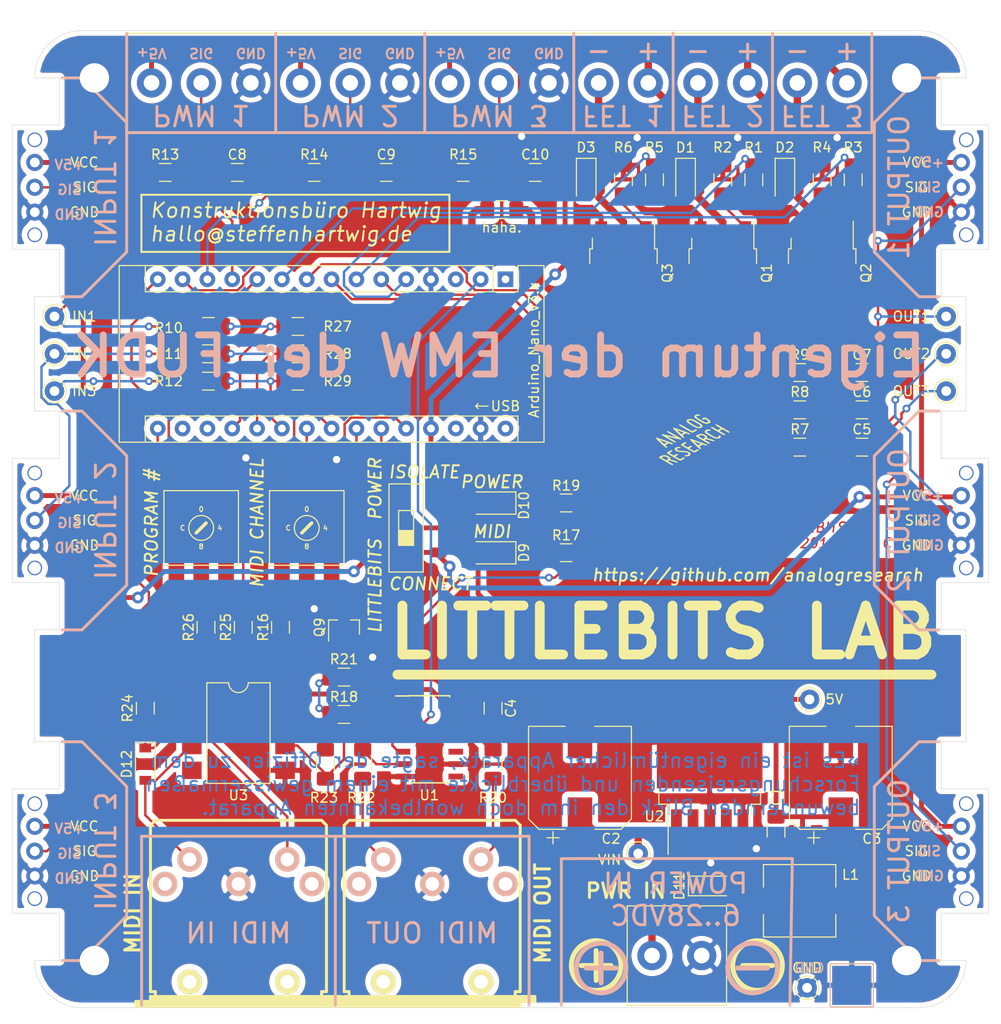
<source format=kicad_pcb>
(kicad_pcb (version 20171130) (host pcbnew "(5.1.4-0-10_14)")
  (layers (0 F.Cu signal) (31 B.Cu signal) (34 B.Paste user) (35 F.Paste user) (36 B.SilkS user) (37 F.SilkS user) (38 B.Mask user) (39 F.Mask user) (44 Edge.Cuts user))
  (net 0 "")
  (net 1 +5V)
  (net 2 "Net-(C7-Pad1)")
  (net 3 GND)
  (net 4 "Net-(C6-Pad1)")
  (net 5 "Net-(C5-Pad1)")
  (net 6 "Net-(J5-Pad2)")
  (net 7 "Net-(J3-Pad2)")
  (net 8 "Net-(J1-Pad2)")
  (net 9 "Net-(NANO1-Pad26)")
  (net 10 "Net-(NANO1-Pad11)")
  (net 11 "Net-(NANO1-Pad15)")
  (net 12 "Net-(NANO1-Pad16)")
  (net 13 "Net-(NANO1-Pad25)")
  (net 14 "Net-(NANO1-Pad24)")
  (net 15 "Net-(NANO1-Pad23)")
  (net 16 "Net-(NANO1-Pad22)")
  (net 17 "Net-(D12-Pad2)")
  (net 18 "Net-(J17-Pad1)")
  (net 19 "Net-(D12-Pad1)")
  (net 20 "Net-(J17-Pad3)")
  (net 21 "Net-(J16-Pad3)")
  (net 22 "Net-(J16-Pad4)")
  (net 23 "Net-(J16-Pad1)")
  (net 24 "Net-(J16-Pad5)")
  (net 25 "Net-(C10-Pad1)")
  (net 26 "Net-(C9-Pad1)")
  (net 27 "Net-(C8-Pad1)")
  (net 28 VDD)
  (net 29 "Net-(D1-Pad2)")
  (net 30 "Net-(D3-Pad2)")
  (net 31 "Net-(D2-Pad2)")
  (net 32 "Net-(NANO1-Pad12)")
  (net 33 "Net-(NANO1-Pad13)")
  (net 34 "Net-(NANO1-Pad14)")
  (net 35 "Net-(Q9-Pad3)")
  (net 36 "Net-(D9-Pad1)")
  (net 37 "Net-(R18-Pad1)")
  (net 38 "Net-(Q9-Pad1)")
  (net 39 "Net-(D10-Pad1)")
  (net 40 "Net-(NANO1-Pad9)")
  (net 41 "Net-(R22-Pad2)")
  (net 42 "Net-(R23-Pad2)")
  (net 43 "Net-(R24-Pad2)")
  (net 44 "Net-(NANO1-Pad21)")
  (net 45 "Net-(NANO1-Pad20)")
  (net 46 "Net-(NANO1-Pad19)")
  (net 47 "Net-(Q1-Pad1)")
  (net 48 "Net-(NANO1-Pad5)")
  (net 49 "Net-(Q2-Pad1)")
  (net 50 "Net-(NANO1-Pad7)")
  (net 51 "Net-(Q3-Pad1)")
  (net 52 "Net-(NANO1-Pad10)")
  (net 53 "Net-(NANO1-Pad6)")
  (net 54 "Net-(NANO1-Pad8)")
  (net 55 "Net-(D11-Pad1)")
  (net 56 "Net-(NANO1-Pad2)")
  (net 57 "Net-(U1-Pad8)")
  (net 58 "Net-(U1-Pad10)")
  (net 59 "Net-(U1-Pad12)")
  (net 60 "Net-(U3-Pad1)")
  (net 61 "Net-(U3-Pad7)")
  (net 62 "Net-(U3-Pad4)")
  (net 63 "Net-(NANO1-Pad1)")
  (net 64 "Net-(NANO1-Pad17)")
  (net 65 "Net-(NANO1-Pad18)")
  (net 66 "Net-(NANO1-Pad3)")
  (net 67 "Net-(NANO1-Pad28)")
  (net 68 "Net-(NANO1-Pad30)")
  (net 69 +5F)
  (net 70 "Net-(SW4-Pad3)")
  (net 71 VDDA)
  (net 72 "Net-(R999-Pad1)")
  (module Module:Arduino_Nano (layer F.Cu) (at 64.135 38.1 270)
    (fp_text reference NANO1)
    (fp_text value Arduino_Nano_v3.x (at 7.229999 -2.903001 90) (layer F.SilkS))
    (pad 16 thru_hole oval (at 15.24 35.56 270) (size 1.6 1.6) (drill 0.8) (layers *.Cu *.Mask) (net 12 "Net-(NANO1-Pad16)"))
    (pad 15 thru_hole oval (at 0 35.56 270) (size 1.6 1.6) (drill 0.8) (layers *.Cu *.Mask) (net 11 "Net-(NANO1-Pad15)"))
    (pad 30 thru_hole oval (at 15.24 0 270) (size 1.6 1.6) (drill 0.8) (layers *.Cu *.Mask) (net 68 "Net-(NANO1-Pad30)"))
    (pad 14 thru_hole oval (at 0 33.02 270) (size 1.6 1.6) (drill 0.8) (layers *.Cu *.Mask) (net 34 "Net-(NANO1-Pad14)"))
    (pad 29 thru_hole oval (at 15.24 2.54 270) (size 1.6 1.6) (drill 0.8) (layers *.Cu *.Mask) (net 3 GND))
    (pad 13 thru_hole oval (at 0 30.48 270) (size 1.6 1.6) (drill 0.8) (layers *.Cu *.Mask) (net 33 "Net-(NANO1-Pad13)"))
    (pad 28 thru_hole oval (at 15.24 5.08 270) (size 1.6 1.6) (drill 0.8) (layers *.Cu *.Mask) (net 67 "Net-(NANO1-Pad28)"))
    (pad 12 thru_hole oval (at 0 27.94 270) (size 1.6 1.6) (drill 0.8) (layers *.Cu *.Mask) (net 32 "Net-(NANO1-Pad12)"))
    (pad 27 thru_hole oval (at 15.24 7.62 270) (size 1.6 1.6) (drill 0.8) (layers *.Cu *.Mask) (net 1 +5V))
    (pad 11 thru_hole oval (at 0 25.4 270) (size 1.6 1.6) (drill 0.8) (layers *.Cu *.Mask) (net 10 "Net-(NANO1-Pad11)"))
    (pad 26 thru_hole oval (at 15.24 10.16 270) (size 1.6 1.6) (drill 0.8) (layers *.Cu *.Mask) (net 9 "Net-(NANO1-Pad26)"))
    (pad 10 thru_hole oval (at 0 22.86 270) (size 1.6 1.6) (drill 0.8) (layers *.Cu *.Mask) (net 52 "Net-(NANO1-Pad10)"))
    (pad 25 thru_hole oval (at 15.24 12.7 270) (size 1.6 1.6) (drill 0.8) (layers *.Cu *.Mask) (net 13 "Net-(NANO1-Pad25)"))
    (pad 9 thru_hole oval (at 0 20.32 270) (size 1.6 1.6) (drill 0.8) (layers *.Cu *.Mask) (net 40 "Net-(NANO1-Pad9)"))
    (pad 24 thru_hole oval (at 15.24 15.24 270) (size 1.6 1.6) (drill 0.8) (layers *.Cu *.Mask) (net 14 "Net-(NANO1-Pad24)"))
    (pad 8 thru_hole oval (at 0 17.78 270) (size 1.6 1.6) (drill 0.8) (layers *.Cu *.Mask) (net 54 "Net-(NANO1-Pad8)"))
    (pad 23 thru_hole oval (at 15.24 17.78 270) (size 1.6 1.6) (drill 0.8) (layers *.Cu *.Mask) (net 15 "Net-(NANO1-Pad23)"))
    (pad 7 thru_hole oval (at 0 15.24 270) (size 1.6 1.6) (drill 0.8) (layers *.Cu *.Mask) (net 50 "Net-(NANO1-Pad7)"))
    (pad 22 thru_hole oval (at 15.24 20.32 270) (size 1.6 1.6) (drill 0.8) (layers *.Cu *.Mask) (net 16 "Net-(NANO1-Pad22)"))
    (pad 6 thru_hole oval (at 0 12.7 270) (size 1.6 1.6) (drill 0.8) (layers *.Cu *.Mask) (net 53 "Net-(NANO1-Pad6)"))
    (pad 21 thru_hole oval (at 15.24 22.86 270) (size 1.6 1.6) (drill 0.8) (layers *.Cu *.Mask) (net 44 "Net-(NANO1-Pad21)"))
    (pad 5 thru_hole oval (at 0 10.16 270) (size 1.6 1.6) (drill 0.8) (layers *.Cu *.Mask) (net 48 "Net-(NANO1-Pad5)"))
    (pad 20 thru_hole oval (at 15.24 25.4 270) (size 1.6 1.6) (drill 0.8) (layers *.Cu *.Mask) (net 45 "Net-(NANO1-Pad20)"))
    (pad 4 thru_hole oval (at 0 7.62 270) (size 1.6 1.6) (drill 0.8) (layers *.Cu *.Mask) (net 3 GND))
    (pad 19 thru_hole oval (at 15.24 27.94 270) (size 1.6 1.6) (drill 0.8) (layers *.Cu *.Mask) (net 46 "Net-(NANO1-Pad19)"))
    (pad 3 thru_hole oval (at 0 5.08 270) (size 1.6 1.6) (drill 0.8) (layers *.Cu *.Mask) (net 66 "Net-(NANO1-Pad3)"))
    (pad 18 thru_hole oval (at 15.24 30.48 270) (size 1.6 1.6) (drill 0.8) (layers *.Cu *.Mask) (net 65 "Net-(NANO1-Pad18)"))
    (pad 2 thru_hole oval (at 0 2.54 270) (size 1.6 1.6) (drill 0.8) (layers *.Cu *.Mask) (net 56 "Net-(NANO1-Pad2)"))
    (pad 17 thru_hole oval (at 15.24 33.02 270) (size 1.6 1.6) (drill 0.8) (layers *.Cu *.Mask) (net 64 "Net-(NANO1-Pad17)"))
    (pad 1 thru_hole rect (at 0 0 270) (size 1.6 1.6) (drill 0.8) (layers *.Cu *.Mask) (net 63 "Net-(NANO1-Pad1)"))
  )
  (module Resistor_SMD:R_1206_3216Metric_Pad1.42x1.75mm_HandSolder (layer F.Cu) (at 42.908001 48.504999)
    (fp_text reference R29 (at 4.064 0) (layer F.SilkS))
    (fp_text value 100k)
    (pad 2 smd roundrect (at 1.4875 0) (size 1.425 1.75) (layers F.Cu F.Paste F.Mask) (roundrect_rratio 0.175439) (net 3 GND))
    (pad 1 smd roundrect (at -1.4875 0) (size 1.425 1.75) (layers F.Cu F.Paste F.Mask) (roundrect_rratio 0.175439) (net 44 "Net-(NANO1-Pad21)"))
  )
  (module Resistor_SMD:R_1206_3216Metric_Pad1.42x1.75mm_HandSolder (layer F.Cu) (at 42.908001 45.710999)
    (fp_text reference R28 (at 4.064 0) (layer F.SilkS))
    (fp_text value 100k)
    (pad 2 smd roundrect (at 1.4875 0) (size 1.425 1.75) (layers F.Cu F.Paste F.Mask) (roundrect_rratio 0.175439) (net 3 GND))
    (pad 1 smd roundrect (at -1.4875 0) (size 1.425 1.75) (layers F.Cu F.Paste F.Mask) (roundrect_rratio 0.175439) (net 45 "Net-(NANO1-Pad20)"))
  )
  (module Resistor_SMD:R_1206_3216Metric_Pad1.42x1.75mm_HandSolder (layer F.Cu) (at 42.908001 42.916999)
    (fp_text reference R27 (at 4.064 0) (layer F.SilkS))
    (fp_text value 100k)
    (pad 2 smd roundrect (at 1.4875 0) (size 1.425 1.75) (layers F.Cu F.Paste F.Mask) (roundrect_rratio 0.175439) (net 3 GND))
    (pad 1 smd roundrect (at -1.4875 0) (size 1.425 1.75) (layers F.Cu F.Paste F.Mask) (roundrect_rratio 0.175439) (net 46 "Net-(NANO1-Pad19)"))
  )
  (module stef:logo-analogresearch-16mm (layer F.Cu) (at 82.278001 57.648999)
    (fp_text reference Ref** hide)
    (fp_text value Val** hide)
    (fp_poly (pts (xy 1.626941 -6.404562) (xy 1.678189 -6.383366) (xy 1.744606 -6.348506) (xy 1.763358 -6.337688) (xy 1.832419 -6.297466) (xy 1.901651 -6.257657) (xy 1.95954 -6.224866) (xy 1.976437 -6.215471) (xy 2.02123 -6.190391) (xy 2.089414 -6.151674) (xy 2.179065 -6.100436) (xy 2.288257 -6.037795) (xy 2.415064 -5.964867) (xy 2.557562 -5.882768) (xy 2.713825 -5.792617) (xy 2.881928 -5.695528) (xy 3.059946 -5.59262) (xy 3.245954 -5.485009) (xy 3.438025 -5.373812) (xy 3.634236 -5.260145) (xy 3.832661 -5.145126) (xy 4.031374 -5.029871) (xy 4.22845 -4.915497) (xy 4.421964 -4.803121) (xy 4.609992 -4.69386) (xy 4.790606 -4.58883) (xy 4.961883 -4.489148) (xy 5.121897 -4.395931) (xy 5.268723 -4.310296) (xy 5.400436 -4.23336) (xy 5.51511 -4.166239) (xy 5.610819 -4.11005) (xy 5.68564 -4.065911) (xy 5.737646 -4.034937) (xy 5.764913 -4.018245) (xy 5.768553 -4.015737) (xy 5.781418 -3.992505) (xy 5.802368 -3.940005) (xy 5.830958 -3.859552) (xy 5.866744 -3.75246) (xy 5.909282 -3.620045) (xy 5.958126 -3.463621) (xy 5.986538 -3.371038) (xy 6.038225 -3.202646) (xy 6.081617 -3.060452) (xy 6.116763 -2.940018) (xy 6.143706 -2.836908) (xy 6.162494 -2.746683) (xy 6.173173 -2.664907) (xy 6.175787 -2.587142) (xy 6.170384 -2.50895) (xy 6.157009 -2.425894) (xy 6.135708 -2.333538) (xy 6.106528 -2.227443) (xy 6.069513 -2.103172) (xy 6.02471 -1.956287) (xy 6.001968 -1.881455) (xy 5.954566 -1.725912) (xy 5.914973 -1.598471) (xy 5.88234 -1.496687) (xy 5.855817 -1.418115) (xy 5.834554 -1.360312) (xy 5.817702 -1.320832) (xy 5.804412 -1.29723) (xy 5.795829 -1.288175) (xy 5.787294 -1.281764) (xy 5.780363 -1.272934) (xy 5.774869 -1.25858) (xy 5.770645 -1.235597) (xy 5.767525 -1.200881) (xy 5.76534 -1.151326) (xy 5.763926 -1.083828) (xy 5.763114 -0.995282) (xy 5.762737 -0.882582) (xy 5.76263 -0.742625) (xy 5.762625 -0.670474) (xy 5.762625 -0.074821) (xy 5.634662 0.143562) (xy 5.588776 0.220361) (xy 5.546104 0.289013) (xy 5.510166 0.34406) (xy 5.484483 0.38004) (xy 5.475912 0.389808) (xy 5.470692 0.395264) (xy 5.466095 0.402887) (xy 5.462079 0.41462) (xy 5.458602 0.432402) (xy 5.455621 0.458175) (xy 5.453096 0.493878) (xy 5.450984 0.541452) (xy 5.449244 0.602839) (xy 5.447833 0.679977) (xy 5.446709 0.774809) (xy 5.445832 0.889274) (xy 5.445159 1.025314) (xy 5.444647 1.184868) (xy 5.444256 1.369877) (xy 5.443943 1.582282) (xy 5.443667 1.824024) (xy 5.443601 1.887616) (xy 5.443175 2.165478) (xy 5.442499 2.412678) (xy 5.441557 2.630305) (xy 5.440336 2.819447) (xy 5.438823 2.981192) (xy 5.437002 3.116627) (xy 5.43486 3.226842) (xy 5.432383 3.312923) (xy 5.429557 3.375959) (xy 5.426368 3.417038) (xy 5.423757 3.433983) (xy 5.412801 3.473277) (xy 5.39813 3.501126) (xy 5.372924 3.524782) (xy 5.330367 3.551497) (xy 5.294312 3.571655) (xy 5.183187 3.632906) (xy 5.076669 3.570248) (xy 5.019695 3.534677) (xy 4.984504 3.505959) (xy 4.964218 3.477281) (xy 4.953726 3.448451) (xy 4.950493 3.42039) (xy 4.947602 3.360954) (xy 4.945055 3.27052) (xy 4.942859 3.149462) (xy 4.941016 2.998155) (xy 4.939531 2.816972) (xy 4.938409 2.60629) (xy 4.937652 2.366482) (xy 4.937266 2.097924) (xy 4.937213 1.958068) (xy 4.937125 0.526824) (xy 4.619625 0.343168) (xy 4.619625 0.051198) (xy 4.618936 -0.04068) (xy 4.617023 -0.120123) (xy 4.614111 -0.182292) (xy 4.610425 -0.222352) (xy 4.606223 -0.23548) (xy 4.589162 -0.226315) (xy 4.548722 -0.203541) (xy 4.48898 -0.169489) (xy 4.414018 -0.126488) (xy 4.327915 -0.076868) (xy 4.280786 -0.049624) (xy 3.96875 0.13094) (xy 3.96875 0.968816) (xy 3.83879 1.19187) (xy 3.793035 1.26838) (xy 3.750651 1.335538) (xy 3.715 1.388297) (xy 3.68944 1.421608) (xy 3.68004 1.430333) (xy 3.675151 1.434059) (xy 3.670847 1.440956) (xy 3.667093 1.452947) (xy 3.66385 1.471954) (xy 3.661081 1.499897) (xy 3.658749 1.538698) (xy 3.656817 1.59028) (xy 3.655247 1.656564) (xy 3.654002 1.739471) (xy 3.653045 1.840923) (xy 3.652338 1.962843) (xy 3.651844 2.107151) (xy 3.651525 2.275769) (xy 3.651345 2.47062) (xy 3.651265 2.693624) (xy 3.65125 2.912409) (xy 3.651103 3.193013) (xy 3.650658 3.442819) (xy 3.649902 3.662779) (xy 3.648825 3.853845) (xy 3.647415 4.016968) (xy 3.645661 4.1531) (xy 3.643552 4.263192) (xy 3.641078 4.348196) (xy 3.638227 4.409063) (xy 3.634987 4.446744) (xy 3.633273 4.456954) (xy 3.622809 4.496526) (xy 3.609033 4.524178) (xy 3.585201 4.547022) (xy 3.544568 4.572173) (xy 3.502305 4.595073) (xy 3.389312 4.655314) (xy 3.288673 4.59508) (xy 3.234954 4.558872) (xy 3.192384 4.522658) (xy 3.169611 4.493892) (xy 3.16612 4.476183) (xy 3.162911 4.438451) (xy 3.159962 4.379523) (xy 3.157253 4.298229) (xy 3.154763 4.193398) (xy 3.152472 4.063858) (xy 3.150359 3.908439) (xy 3.148402 3.725969) (xy 3.146582 3.515278) (xy 3.144878 3.275193) (xy 3.143269 3.004545) (xy 3.14325 3.000922) (xy 3.135312 1.548908) (xy 2.980939 1.461047) (xy 2.826567 1.373187) (xy 2.822189 1.085476) (xy 2.817812 0.797766) (xy 2.50266 0.97832) (xy 2.411875 1.029989) (xy 2.330078 1.07589) (xy 2.261347 1.113789) (xy 2.209757 1.141451) (xy 2.179384 1.156643) (xy 2.173254 1.158875) (xy 2.16936 1.174131) (xy 2.16591 1.217426) (xy 2.163026 1.285051) (xy 2.160832 1.373298) (xy 2.159449 1.478457) (xy 2.159 1.589777) (xy 2.159 2.020679) (xy 2.029717 2.241315) (xy 1.983952 2.317373) (xy 1.941544 2.384098) (xy 1.905897 2.436414) (xy 1.880413 2.469245) (xy 1.871352 2.477515) (xy 1.866492 2.481171) (xy 1.862194 2.487879) (xy 1.858418 2.499528) (xy 1.855123 2.518005) (xy 1.852266 2.545198) (xy 1.849808 2.582996) (xy 1.847706 2.633287) (xy 1.84592 2.697958) (xy 1.844409 2.778898) (xy 1.843131 2.877995) (xy 1.842046 2.997136) (xy 1.841113 3.13821) (xy 1.840289 3.303105) (xy 1.839534 3.493709) (xy 1.838808 3.711909) (xy 1.838068 3.959595) (xy 1.837915 4.012758) (xy 1.837169 4.230055) (xy 1.83621 4.438553) (xy 1.835063 4.636034) (xy 1.833752 4.82028) (xy 1.832301 4.989074) (xy 1.830733 5.140198) (xy 1.829072 5.271433) (xy 1.827342 5.380562) (xy 1.825566 5.465367) (xy 1.82377 5.523631) (xy 1.821975 5.553134) (xy 1.821355 5.55625) (xy 1.802329 5.575224) (xy 1.76318 5.603631) (xy 1.71175 5.635864) (xy 1.702293 5.641354) (xy 1.595437 5.702645) (xy 1.49225 5.646861) (xy 1.436152 5.612511) (xy 1.391954 5.577926) (xy 1.368823 5.550833) (xy 1.365202 5.537334) (xy 1.361971 5.51095) (xy 1.359103 5.470034) (xy 1.356573 5.412939) (xy 1.354353 5.338021) (xy 1.352419 5.243632) (xy 1.350743 5.128126) (xy 1.3493 4.989857) (xy 1.348063 4.827179) (xy 1.347007 4.638446) (xy 1.346105 4.422011) (xy 1.34533 4.176228) (xy 1.34501 4.053076) (xy 1.341437 2.595562) (xy 1.187418 2.50825) (xy 1.033399 2.420937) (xy 1.023937 1.829257) (xy 0.694531 2.019509) (xy 0.365125 2.20976) (xy 0.365125 3.05594) (xy 0.234156 3.281939) (xy 0.18853 3.358438) (xy 0.146382 3.424999) (xy 0.110976 3.476772) (xy 0.085579 3.508909) (xy 0.07579 3.517042) (xy 0.071203 3.520035) (xy 0.067144 3.527029) (xy 0.063573 3.539897) (xy 0.060451 3.56051) (xy 0.057741 3.590741) (xy 0.055402 3.632461) (xy 0.053396 3.687542) (xy 0.051684 3.757857) (xy 0.050226 3.845276) (xy 0.048986 3.951674) (xy 0.047922 4.07892) (xy 0.046997 4.228888) (xy 0.046171 4.403448) (xy 0.045406 4.604474) (xy 0.044663 4.833837) (xy 0.04404 5.045229) (xy 0.043281 5.262568) (xy 0.042288 5.471168) (xy 0.041086 5.668803) (xy 0.0397 5.853251) (xy 0.038157 6.022284) (xy 0.03648 6.17368) (xy 0.034697 6.305213) (xy 0.032833 6.414658) (xy 0.030912 6.499791) (xy 0.028961 6.558387) (xy 0.027004 6.588222) (xy 0.026336 6.591431) (xy 0.005532 6.61453) (xy -0.033111 6.643998) (xy -0.060976 6.661527) (xy -0.10957 6.690125) (xy -0.15126 6.715276) (xy -0.1667 6.724922) (xy -0.186222 6.733422) (xy -0.209696 6.731838) (xy -0.244406 6.718067) (xy -0.297634 6.690004) (xy -0.308478 6.68398) (xy -0.364357 6.651637) (xy -0.399013 6.626435) (xy -0.419438 6.600959) (xy -0.432625 6.567793) (xy -0.438734 6.54584) (xy -0.442434 6.524821) (xy -0.4457 6.490423) (xy -0.448556 6.440969) (xy -0.451026 6.374785) (xy -0.453132 6.290196) (xy -0.454899 6.185525) (xy -0.456349 6.059099) (xy -0.457507 5.909242) (xy -0.458395 5.734278) (xy -0.459038 5.532532) (xy -0.459458 5.30233) (xy -0.459675 5.05148) (xy -0.460375 3.633898) (xy -0.508323 3.606855) (xy -0.54571 3.585315) (xy -0.599285 3.553904) (xy -0.658019 3.519092) (xy -0.663105 3.516059) (xy -0.769938 3.452305) (xy -0.777875 3.164586) (xy -0.785813 2.876866) (xy -1.389063 3.223877) (xy -1.515732 3.296491) (xy -1.634288 3.363973) (xy -1.741829 3.424706) (xy -1.835453 3.477073) (xy -1.912257 3.519457) (xy -1.96934 3.550241) (xy -2.0038 3.567809) (xy -2.012791 3.571381) (xy -2.029796 3.563721) (xy -2.071866 3.541464) (xy -2.136611 3.505956) (xy -2.221641 3.458545) (xy -2.324566 3.400577) (xy -2.442996 3.333401) (xy -2.468784 3.31869) (xy -1.920875 3.31869) (xy -1.877219 3.296099) (xy -1.853781 3.283194) (xy -1.806198 3.256357) (xy -1.737834 3.217511) (xy -1.652054 3.168573) (xy -1.552224 3.111465) (xy -1.441708 3.048105) (xy -1.323872 2.980415) (xy -1.320006 2.978192) (xy -1.203551 2.911438) (xy -1.095593 2.849965) (xy -0.999254 2.795518) (xy -0.917656 2.749844) (xy -0.85392 2.71469) (xy -0.811169 2.691802) (xy -0.792523 2.682927) (xy -0.792162 2.682875) (xy -0.787494 2.667826) (xy -0.78348 2.625983) (xy -0.780372 2.562298) (xy -0.778427 2.481723) (xy -0.777875 2.404518) (xy -0.777875 2.126162) (xy -0.881933 1.944937) (xy -0.923982 1.874849) (xy -0.962586 1.816259) (xy -0.99402 1.774469) (xy -1.01456 1.754778) (xy -1.015967 1.754198) (xy -1.032262 1.751796) (xy -1.053618 1.755314) (xy -1.083758 1.766551) (xy -1.126402 1.787304) (xy -1.18527 1.819372) (xy -1.264083 1.864554) (xy -1.357313 1.919195) (xy -1.450008 1.973634) (xy -1.55506 2.035026) (xy -1.658499 2.095222) (xy -1.733905 2.138891) (xy -1.919997 2.246312) (xy -1.920875 3.31869) (xy -2.468784 3.31869) (xy -2.574539 3.258362) (xy -2.716807 3.17681) (xy -2.867409 3.09009) (xy -2.897413 3.072768) (xy -3.049573 2.98517) (xy -3.194077 2.902531) (xy -3.328509 2.826198) (xy -3.450454 2.757515) (xy -3.557495 2.697829) (xy -3.647218 2.648485) (xy -3.717205 2.610828) (xy -3.765042 2.586204) (xy -3.788312 2.575959) (xy -3.789747 2.575749) (xy -3.818323 2.569366) (xy -3.862186 2.550598) (xy -3.91326 2.524065) (xy -3.963473 2.494388) (xy -4.00475 2.466189) (xy -4.029016 2.444087) (xy -4.03225 2.436961) (xy -4.04516 2.419046) (xy -4.078914 2.392631) (xy -4.123532 2.364998) (xy -4.15765 2.345612) (xy -4.215591 2.312333) (xy -4.293744 2.267248) (xy -4.388499 2.212446) (xy -4.496244 2.150016) (xy -4.613369 2.082048) (xy -4.736263 2.010628) (xy -4.757606 1.998214) (xy -4.877774 1.928431) (xy -4.989951 1.86352) (xy -5.091041 1.805255) (xy -5.177946 1.755411) (xy -5.24757 1.715763) (xy -5.296815 1.688085) (xy -5.322585 1.674153) (xy -5.325138 1.67297) (xy -5.330615 1.673329) (xy -5.335242 1.680576) (xy -5.339096 1.69714) (xy -5.342253 1.72545) (xy -5.344791 1.767937) (xy -5.346785 1.82703) (xy -5.348315 1.90516) (xy -5.349455 2.004755) (xy -5.350284 2.128245) (xy -5.350877 2.27806) (xy -5.351313 2.456629) (xy -5.351399 2.502582) (xy -5.352126 2.722349) (xy -5.353459 2.911055) (xy -5.355414 3.069383) (xy -5.358005 3.198018) (xy -5.361248 3.297642) (xy -5.365156 3.368941) (xy -5.369746 3.412596) (xy -5.371243 3.420344) (xy -5.382354 3.461324) (xy -5.397182 3.490184) (xy -5.422645 3.514659) (xy -5.465658 3.542489) (xy -5.496392 3.560359) (xy -5.603222 3.621718) (xy -5.714416 3.561077) (xy -5.768495 3.529527) (xy -5.811531 3.500602) (xy -5.835753 3.479624) (xy -5.837774 3.476625) (xy -5.839978 3.457025) (xy -5.842291 3.408372) (xy -5.844662 3.333364) (xy -5.847041 3.234698) (xy -5.849376 3.115071) (xy -5.851618 2.977179) (xy -5.853716 2.823721) (xy -5.855619 2.657392) (xy -5.857276 2.480891) (xy -5.857875 2.405912) (xy -5.865813 1.359012) (xy -5.965399 1.301439) (xy -6.016844 1.27079) (xy -6.05811 1.244547) (xy -6.080703 1.228125) (xy -6.081277 1.227573) (xy -6.088905 1.209621) (xy -6.104714 1.164166) (xy -6.12778 1.094124) (xy -6.157182 1.002409) (xy -6.191995 0.891935) (xy -6.231296 0.765617) (xy -6.274163 0.626369) (xy -6.319671 0.477106) (xy -6.33484 0.427046) (xy -6.391942 0.239346) (xy -6.440873 0.078666) (xy -6.481794 -0.058612) (xy -6.514865 -0.176104) (xy -6.514983 -0.176576) (xy -6.330554 -0.176576) (xy -6.327094 -0.159091) (xy -6.315378 -0.115152) (xy -6.296578 -0.048624) (xy -6.271863 0.036628) (xy -6.242401 0.136738) (xy -6.209364 0.247842) (xy -6.173921 0.366075) (xy -6.13724 0.487571) (xy -6.100493 0.608465) (xy -6.064848 0.724892) (xy -6.031476 0.832988) (xy -6.001546 0.928886) (xy -5.976227 1.008723) (xy -5.956689 1.068632) (xy -5.944103 1.104749) (xy -5.940062 1.113798) (xy -5.924536 1.123603) (xy -5.884461 1.14747) (xy -5.822833 1.183669) (xy -5.742648 1.230472) (xy -5.646903 1.28615) (xy -5.538591 1.348972) (xy -5.420711 1.417211) (xy -5.296257 1.489136) (xy -5.168225 1.56302) (xy -5.039612 1.637132) (xy -4.913413 1.709743) (xy -4.792624 1.779125) (xy -4.680241 1.843548) (xy -4.57926 1.901283) (xy -4.492676 1.950601) (xy -4.423487 1.989773) (xy -4.384421 2.01167) (xy -4.355786 2.027879) (xy -4.302436 2.058357) (xy -4.227153 2.101503) (xy -4.13272 2.155712) (xy -4.02192 2.219383) (xy -3.897536 2.290913) (xy -3.76235 2.368699) (xy -3.619145 2.451139) (xy -3.470703 2.536631) (xy -3.319808 2.62357) (xy -3.169243 2.710356) (xy -3.021789 2.795385) (xy -2.88023 2.877055) (xy -2.747348 2.953762) (xy -2.625926 3.023905) (xy -2.518747 3.085881) (xy -2.436813 3.133324) (xy -2.345958 3.185703) (xy -2.264215 3.232305) (xy -2.195591 3.270888) (xy -2.144091 3.299212) (xy -2.113722 3.315035) (xy -2.107407 3.317601) (xy -2.104574 3.302406) (xy -2.101983 3.259136) (xy -2.099715 3.191466) (xy -2.097853 3.103072) (xy -2.09648 2.997627) (xy -2.095678 2.878807) (xy -2.0955 2.787627) (xy -2.0955 2.25738) (xy -2.305844 2.134873) (xy -2.489121 2.02824) (xy -2.683379 1.915421) (xy -2.886934 1.797382) (xy -3.098106 1.675089) (xy -3.315212 1.549508) (xy -3.536569 1.421606) (xy -3.760496 1.292348) (xy -3.98531 1.162701) (xy -4.20933 1.033631) (xy -4.430872 0.906104) (xy -4.648255 0.781085) (xy -4.859797 0.659542) (xy -5.063815 0.542439) (xy -5.258628 0.430744) (xy -5.442552 0.325423) (xy -5.613907 0.22744) (xy -5.771009 0.137764) (xy -5.912177 0.057359) (xy -6.035728 -0.012809) (xy -6.13998 -0.071772) (xy -6.223251 -0.118566) (xy -6.283859 -0.152223) (xy -6.320121 -0.171778) (xy -6.330554 -0.176576) (xy -6.514983 -0.176576) (xy -6.540248 -0.277429) (xy -6.558102 -0.366203) (xy -6.568589 -0.446044) (xy -6.568745 -0.44961) (xy -6.394823 -0.44961) (xy -6.380364 -0.437731) (xy -6.339097 -0.410624) (xy -6.271811 -0.368753) (xy -6.179298 -0.312588) (xy -6.062348 -0.242593) (xy -5.921752 -0.159235) (xy -5.758299 -0.062982) (xy -5.572781 0.0457) (xy -5.365987 0.166344) (xy -5.138709 0.298484) (xy -4.891736 0.441653) (xy -4.62586 0.595384) (xy -4.579931 0.621904) (xy -4.273948 0.798548) (xy -3.994277 0.959992) (xy -3.73973 1.106909) (xy -3.509121 1.239974) (xy -3.301265 1.359861) (xy -3.114975 1.467242) (xy -2.949065 1.562791) (xy -2.802349 1.647183) (xy -2.67364 1.72109) (xy -2.561752 1.785187) (xy -2.465499 1.840147) (xy -2.383695 1.886644) (xy -2.315154 1.925352) (xy -2.258689 1.956944) (xy -2.213115 1.982094) (xy -2.177244 2.001476) (xy -2.149892 2.015763) (xy -2.129871 2.025629) (xy -2.115995 2.031747) (xy -2.107079 2.034792) (xy -2.101936 2.035438) (xy -2.099379 2.034357) (xy -2.098224 2.032223) (xy -2.097977 2.031491) (xy -2.097496 2.025063) (xy -1.922898 2.025063) (xy -1.908584 2.031997) (xy -1.90802 2.032) (xy -1.891399 2.024342) (xy -1.851056 2.002748) (xy -1.790691 1.969289) (xy -1.714002 1.926036) (xy -1.624688 1.875058) (xy -1.526449 1.818427) (xy -1.52517 1.817687) (xy -1.426775 1.760984) (xy -1.337188 1.709911) (xy -1.260124 1.666542) (xy -1.199295 1.632948) (xy -1.158414 1.611202) (xy -1.141194 1.603375) (xy -1.14115 1.603375) (xy -1.129629 1.590106) (xy -1.127125 1.572629) (xy -1.129387 1.566197) (xy -1.137615 1.564499) (xy -1.153978 1.568694) (xy -1.180645 1.579938) (xy -1.219783 1.599389) (xy -1.27356 1.628204) (xy -1.344143 1.667539) (xy -1.433701 1.718553) (xy -1.544402 1.782401) (xy -1.678413 1.860243) (xy -1.813719 1.939119) (xy -1.873593 1.976779) (xy -1.910611 2.006042) (xy -1.922898 2.025063) (xy -2.097496 2.025063) (xy -2.096439 2.010957) (xy -2.097816 2.00862) (xy -2.112091 2.000104) (xy -2.152809 1.976343) (xy -2.218905 1.93795) (xy -2.309319 1.885538) (xy -2.422986 1.819722) (xy -2.558843 1.741116) (xy -2.715829 1.650334) (xy -2.89288 1.547989) (xy -3.088934 1.434696) (xy -3.302927 1.311069) (xy -3.533797 1.177721) (xy -3.780481 1.035267) (xy -4.041916 0.88432) (xy -4.317039 0.725494) (xy -4.604789 0.559404) (xy -4.9041 0.386664) (xy -5.213912 0.207887) (xy -5.533161 0.023687) (xy -5.860784 -0.165322) (xy -6.037643 -0.267344) (xy -6.161816 -0.338132) (xy -6.259401 -0.3919) (xy -6.330561 -0.428728) (xy -6.375456 -0.448701) (xy -6.394249 -0.451899) (xy -6.394823 -0.44961) (xy -6.568745 -0.44961) (xy -6.571869 -0.52057) (xy -6.568102 -0.593397) (xy -6.557451 -0.668144) (xy -6.554903 -0.679917) (xy -6.369443 -0.679917) (xy -6.36837 -0.662895) (xy -6.353676 -0.653876) (xy -6.31331 -0.630027) (xy -6.249081 -0.592396) (xy -6.162796 -0.54203) (xy -6.056266 -0.479976) (xy -5.931296 -0.407281) (xy -5.789697 -0.324992) (xy -5.633276 -0.234156) (xy -5.463841 -0.135819) (xy -5.283201 -0.03103) (xy -5.093164 0.079166) (xy -4.895538 0.193721) (xy -4.692132 0.311587) (xy -4.484754 0.431719) (xy -4.275212 0.553069) (xy -4.065315 0.67459) (xy -3.85687 0.795235) (xy -3.651686 0.913957) (xy -3.451572 1.029709) (xy -3.258335 1.141444) (xy -3.073784 1.248116) (xy -2.899727 1.348676) (xy -2.737972 1.442078) (xy -2.590329 1.527275) (xy -2.458604 1.603221) (xy -2.344606 1.668867) (xy -2.250145 1.723167) (xy -2.177027 1.765074) (xy -2.127061 1.793542) (xy -2.102055 1.807522) (xy -2.099469 1.808819) (xy -2.098603 1.793719) (xy -2.097817 1.750255) (xy -2.097131 1.681813) (xy -2.096564 1.591777) (xy -2.096138 1.483534) (xy -2.095871 1.36047) (xy -2.095785 1.22597) (xy -2.095794 1.187593) (xy -1.93663 1.187593) (xy -1.936365 1.324509) (xy -1.935558 1.450694) (xy -1.934273 1.562808) (xy -1.932574 1.657513) (xy -1.930525 1.731468) (xy -1.928188 1.781333) (xy -1.925629 1.803769) (xy -1.924844 1.804663) (xy -1.909491 1.79578) (xy -1.868821 1.77227) (xy -1.805007 1.73539) (xy -1.720224 1.686396) (xy -1.616645 1.626544) (xy -1.496446 1.557091) (xy -1.3618 1.479293) (xy -1.214881 1.394406) (xy -1.057863 1.303686) (xy -0.896938 1.210711) (xy -0.712257 1.104022) (xy -0.709015 1.102149) (xy 0.050535 1.102149) (xy 0.150415 1.221899) (xy 0.193449 1.274911) (xy 0.22486 1.319113) (xy 0.249035 1.3632) (xy 0.27036 1.415867) (xy 0.293222 1.485806) (xy 0.30771 1.533679) (xy 0.334366 1.627542) (xy 0.351572 1.702086) (xy 0.361135 1.767683) (xy 0.364862 1.834699) (xy 0.365125 1.86298) (xy 0.365934 1.924537) (xy 0.368098 1.971813) (xy 0.371216 1.99758) (xy 0.372702 2.00025) (xy 0.388052 1.992735) (xy 0.427054 1.971641) (xy 0.485793 1.939143) (xy 0.560357 1.897415) (xy 0.64683 1.848632) (xy 0.706077 1.815018) (xy 1.031875 1.629787) (xy 1.031875 1.096682) (xy 0.924718 0.914206) (xy 0.882348 0.844789) (xy 0.84269 0.784732) (xy 0.809777 0.739819) (xy 0.787644 0.715833) (xy 0.78522 0.71424) (xy 0.762566 0.707378) (xy 0.734552 0.7129) (xy 0.693166 0.733226) (xy 0.661978 0.751486) (xy 0.618274 0.777326) (xy 0.553426 0.815051) (xy 0.473928 0.860913) (xy 0.386269 0.911166) (xy 0.310807 0.954186) (xy 0.050535 1.102149) (xy -0.709015 1.102149) (xy -0.520502 0.993265) (xy -0.481466 0.970721) (xy -0.106871 0.970721) (xy -0.106114 0.971793) (xy -0.100585 0.976219) (xy -0.095956 0.979516) (xy -0.089105 0.980084) (xy -0.076909 0.976328) (xy -0.056244 0.966648) (xy -0.023987 0.949446) (xy 0.022983 0.923126) (xy 0.087791 0.886088) (xy 0.173558 0.836735) (xy 0.283409 0.77347) (xy 0.298815 0.764604) (xy 0.40193 0.704445) (xy 0.492504 0.64998) (xy 0.567384 0.603215) (xy 0.62342 0.566161) (xy 0.657459 0.540825) (xy 0.66675 0.530127) (xy 0.65856 0.521528) (xy 0.631691 0.529712) (xy 0.583406 0.555311) (xy 0.544878 0.577412) (xy 0.484154 0.612163) (xy 0.406619 0.656487) (xy 0.317656 0.707306) (xy 0.222651 0.761543) (xy 0.187574 0.781559) (xy 0.086197 0.840357) (xy 0.003933 0.890053) (xy -0.057087 0.929266) (xy -0.094732 0.956615) (xy -0.106871 0.970721) (xy -0.481466 0.970721) (xy -0.325824 0.880835) (xy -0.132374 0.76913) (xy 0.055696 0.660548) (xy 0.234234 0.557483) (xy 0.39909 0.462334) (xy 0.546111 0.377498) (xy 0.671147 0.30537) (xy 0.706437 0.285018) (xy 0.847515 0.203647) (xy 0.994057 0.119086) (xy 1.067851 0.076487) (xy 1.871004 0.076487) (xy 1.882602 0.099122) (xy 1.909861 0.13527) (xy 1.95469 0.189257) (xy 1.996962 0.240551) (xy 2.027385 0.282443) (xy 2.050126 0.323429) (xy 2.069354 0.372004) (xy 2.089236 0.436663) (xy 2.106501 0.498695) (xy 2.132308 0.599627) (xy 2.148488 0.682014) (xy 2.156797 0.756949) (xy 2.159 0.830263) (xy 2.159 0.970213) (xy 2.258218 0.91359) (xy 2.306892 0.885966) (xy 2.37581 0.847058) (xy 2.457503 0.801073) (xy 2.544499 0.75222) (xy 2.591029 0.72614) (xy 2.82462 0.595312) (xy 2.82575 0.05805) (xy 2.721229 -0.121942) (xy 2.679648 -0.190851) (xy 2.640882 -0.250241) (xy 2.608934 -0.294299) (xy 2.587805 -0.317213) (xy 2.585935 -0.318405) (xy 2.571777 -0.321467) (xy 2.549769 -0.317434) (xy 2.516537 -0.304712) (xy 2.468704 -0.281706) (xy 2.402894 -0.246822) (xy 2.315731 -0.198467) (xy 2.234049 -0.152249) (xy 2.141089 -0.099206) (xy 2.056177 -0.050426) (xy 1.983622 -0.00841) (xy 1.927733 0.024338) (xy 1.892818 0.045319) (xy 1.884158 0.050907) (xy 1.872408 0.062153) (xy 1.871004 0.076487) (xy 1.067851 0.076487) (xy 1.140656 0.03446) (xy 1.281905 -0.04711) (xy 1.322401 -0.070507) (xy 1.698628 -0.070507) (xy 1.700908 -0.067567) (xy 1.721548 -0.060941) (xy 1.755666 -0.074228) (xy 1.776077 -0.086463) (xy 1.81133 -0.108148) (xy 1.866929 -0.141482) (xy 1.935735 -0.18222) (xy 2.010611 -0.226115) (xy 2.024062 -0.233954) (xy 2.143263 -0.303285) (xy 2.238009 -0.358188) (xy 2.311237 -0.400298) (xy 2.36588 -0.431249) (xy 2.404873 -0.452672) (xy 2.431152 -0.466202) (xy 2.44765 -0.473472) (xy 2.457303 -0.476115) (xy 2.459426 -0.47625) (xy 2.474566 -0.489089) (xy 2.4765 -0.500063) (xy 2.472232 -0.521238) (xy 2.468653 -0.523875) (xy 2.453121 -0.516396) (xy 2.414181 -0.495491) (xy 2.356009 -0.463466) (xy 2.282779 -0.422624) (xy 2.198664 -0.375269) (xy 2.170997 -0.359607) (xy 2.076788 -0.30626) (xy 1.985107 -0.254438) (xy 1.902044 -0.207578) (xy 1.833693 -0.169115) (xy 1.786144 -0.142487) (xy 1.782206 -0.140295) (xy 1.728936 -0.108413) (xy 1.702059 -0.08603) (xy 1.698628 -0.070507) (xy 1.322401 -0.070507) (xy 1.412395 -0.122501) (xy 1.52672 -0.188589) (xy 1.619473 -0.242253) (xy 1.627187 -0.246719) (xy 1.729046 -0.305684) (xy 1.851263 -0.376409) (xy 1.986705 -0.454767) (xy 2.128239 -0.536632) (xy 2.268733 -0.617879) (xy 2.401053 -0.694382) (xy 2.420937 -0.705877) (xy 2.555499 -0.78371) (xy 2.703123 -0.869181) (xy 2.855791 -0.957644) (xy 2.870957 -0.966439) (xy 3.667125 -0.966439) (xy 3.676674 -0.950173) (xy 3.702278 -0.915764) (xy 3.739373 -0.869212) (xy 3.761386 -0.842559) (xy 3.803955 -0.789743) (xy 3.838455 -0.743458) (xy 3.859723 -0.710788) (xy 3.863662 -0.702213) (xy 3.897501 -0.585161) (xy 3.923231 -0.493343) (xy 3.941949 -0.421604) (xy 3.954748 -0.364792) (xy 3.962724 -0.317752) (xy 3.966972 -0.275332) (xy 3.968587 -0.232377) (xy 3.96875 -0.207568) (xy 3.96875 -0.07856) (xy 4.016035 -0.103013) (xy 4.045645 -0.119241) (xy 4.096779 -0.148215) (xy 4.163593 -0.186586) (xy 4.240243 -0.231004) (xy 4.289879 -0.259956) (xy 4.370103 -0.306647) (xy 4.444513 -0.349542) (xy 4.507134 -0.385229) (xy 4.551994 -0.410294) (xy 4.568031 -0.418882) (xy 4.619625 -0.445316) (xy 4.618419 -0.718752) (xy 4.617214 -0.992188) (xy 4.511263 -1.165671) (xy 4.469013 -1.232799) (xy 4.430346 -1.290512) (xy 4.39931 -1.333014) (xy 4.379955 -1.354507) (xy 4.378871 -1.355245) (xy 4.364841 -1.35729) (xy 4.339963 -1.350801) (xy 4.3013 -1.334341) (xy 4.245916 -1.306471) (xy 4.170874 -1.265752) (xy 4.073239 -1.210747) (xy 4.009777 -1.174418) (xy 3.915788 -1.119978) (xy 3.831645 -1.070425) (xy 3.761059 -1.028011) (xy 3.707741 -0.994989) (xy 3.675401 -0.97361) (xy 3.667125 -0.966439) (xy 2.870957 -0.966439) (xy 3.005487 -1.044452) (xy 3.114049 -1.107461) (xy 3.4925 -1.107461) (xy 3.493732 -1.100896) (xy 3.499487 -1.098565) (xy 3.512853 -1.10204) (xy 3.536917 -1.11289) (xy 3.574769 -1.132685) (xy 3.629494 -1.162997) (xy 3.704182 -1.205395) (xy 3.801921 -1.261449) (xy 3.85226 -1.290404) (xy 3.945867 -1.344292) (xy 4.03306 -1.39453) (xy 4.109102 -1.438385) (xy 4.169256 -1.473125) (xy 4.208785 -1.496017) (xy 4.21868 -1.501782) (xy 4.252271 -1.526072) (xy 4.269626 -1.547642) (xy 4.270274 -1.550988) (xy 4.257175 -1.548344) (xy 4.22012 -1.531465) (xy 4.162548 -1.502161) (xy 4.087901 -1.462242) (xy 3.999619 -1.413516) (xy 3.901143 -1.357793) (xy 3.881437 -1.346491) (xy 3.780989 -1.28823) (xy 3.690167 -1.234541) (xy 3.612458 -1.187567) (xy 3.551349 -1.149449) (xy 3.510325 -1.122331) (xy 3.492872 -1.108355) (xy 3.4925 -1.107461) (xy 3.114049 -1.107461) (xy 3.144195 -1.124957) (xy 3.263899 -1.194513) (xy 3.27025 -1.198207) (xy 3.529199 -1.348627) (xy 3.808625 -1.510606) (xy 4.101395 -1.680021) (xy 4.400376 -1.852756) (xy 4.671627 -2.009225) (xy 5.464682 -2.009225) (xy 5.472188 -1.995934) (xy 5.49611 -1.963778) (xy 5.532347 -1.918119) (xy 5.561786 -1.882267) (xy 5.612538 -1.81869) (xy 5.64607 -1.768826) (xy 5.667409 -1.723735) (xy 5.68158 -1.674475) (xy 5.683483 -1.665774) (xy 5.695623 -1.616227) (xy 5.707086 -1.582121) (xy 5.714246 -1.571625) (xy 5.721648 -1.586157) (xy 5.736556 -1.626923) (xy 5.757574 -1.689683) (xy 5.783303 -1.770195) (xy 5.812345 -1.86422) (xy 5.83044 -1.92422) (xy 5.860173 -2.024364) (xy 5.886328 -2.113785) (xy 5.907684 -2.188198) (xy 5.92302 -2.243316) (xy 5.931114 -2.274855) (xy 5.931999 -2.280667) (xy 5.918245 -2.274107) (xy 5.882626 -2.254526) (xy 5.830592 -2.22509) (xy 5.767591 -2.188964) (xy 5.699074 -2.149313) (xy 5.630489 -2.109303) (xy 5.567287 -2.072098) (xy 5.514916 -2.040865) (xy 5.478827 -2.018769) (xy 5.464682 -2.009225) (xy 4.671627 -2.009225) (xy 4.698434 -2.024688) (xy 4.90187 -2.141846) (xy 5.295103 -2.141846) (xy 5.307489 -2.127726) (xy 5.309021 -2.12725) (xy 5.323688 -2.13491) (xy 5.360401 -2.155885) (xy 5.413974 -2.187164) (xy 5.47922 -2.225741) (xy 5.494615 -2.234903) (xy 5.582671 -2.287187) (xy 5.680483 -2.34498) (xy 5.774771 -2.40045) (xy 5.837746 -2.437309) (xy 5.901199 -2.475872) (xy 5.953094 -2.510357) (xy 5.987994 -2.536945) (xy 6.000465 -2.551619) (xy 5.98806 -2.552605) (xy 5.954434 -2.539405) (xy 5.905364 -2.514546) (xy 5.869781 -2.494425) (xy 5.808373 -2.458572) (xy 5.728261 -2.411993) (xy 5.638257 -2.3598) (xy 5.547172 -2.307108) (xy 5.512447 -2.287058) (xy 5.437568 -2.242716) (xy 5.374246 -2.203034) (xy 5.326831 -2.17092) (xy 5.299678 -2.149283) (xy 5.295103 -2.141846) (xy 4.90187 -2.141846) (xy 4.988438 -2.1917) (xy 5.263253 -2.349671) (xy 5.381625 -2.417606) (xy 5.505505 -2.488752) (xy 5.62086 -2.555173) (xy 5.724768 -2.615175) (xy 5.81431 -2.667063) (xy 5.886566 -2.709145) (xy 5.938616 -2.739725) (xy 5.96754 -2.757111) (xy 5.972467 -2.76037) (xy 5.969953 -2.776579) (xy 5.959453 -2.818918) (xy 5.94221 -2.88314) (xy 5.919467 -2.964996) (xy 5.89247 -3.060237) (xy 5.86246 -3.164617) (xy 5.830682 -3.273885) (xy 5.79838 -3.383795) (xy 5.766796 -3.490099) (xy 5.737176 -3.588546) (xy 5.710761 -3.674891) (xy 5.688797 -3.744884) (xy 5.672526 -3.794277) (xy 5.663193 -3.818822) (xy 5.6621 -3.820567) (xy 5.648112 -3.813286) (xy 5.608256 -3.791028) (xy 5.544143 -3.754719) (xy 5.457384 -3.705283) (xy 5.349591 -3.643648) (xy 5.222377 -3.570738) (xy 5.077351 -3.487478) (xy 4.916128 -3.394795) (xy 4.740317 -3.293613) (xy 4.551531 -3.184858) (xy 4.351381 -3.069456) (xy 4.141479 -2.948332) (xy 3.923437 -2.822411) (xy 3.856877 -2.783953) (xy 3.606441 -2.639236) (xy 3.332577 -2.480983) (xy 3.039349 -2.311543) (xy 2.73082 -2.133263) (xy 2.411055 -1.948491) (xy 2.084117 -1.759576) (xy 1.754069 -1.568865) (xy 1.424975 -1.378708) (xy 1.100899 -1.191451) (xy 0.785905 -1.009442) (xy 0.484055 -0.835031) (xy 0.199414 -0.670565) (xy 0.059652 -0.58981) (xy -1.936509 0.563562) (xy -1.93663 1.187593) (xy -2.095794 1.187593) (xy -2.095795 1.186656) (xy -2.09609 0.563562) (xy -2.869702 0.116754) (xy -3.03496 0.021351) (xy -3.17487 -0.059243) (xy -3.291556 -0.126132) (xy -3.387144 -0.180422) (xy -3.463759 -0.223217) (xy -3.523525 -0.255622) (xy -3.568568 -0.278743) (xy -3.601012 -0.293684) (xy -3.622984 -0.301551) (xy -3.636607 -0.303447) (xy -3.644007 -0.300479) (xy -3.647309 -0.29375) (xy -3.648244 -0.288058) (xy -3.65573 -0.243679) (xy -3.667387 -0.191634) (xy -3.668656 -0.186691) (xy -3.678127 -0.155575) (xy -3.69013 -0.133262) (xy -3.707607 -0.120626) (xy -3.733503 -0.118539) (xy -3.770759 -0.127875) (xy -3.82232 -0.149507) (xy -3.891128 -0.184307) (xy -3.980126 -0.233149) (xy -4.092257 -0.296905) (xy -4.147767 -0.328805) (xy -4.532313 -0.550139) (xy -4.530675 -0.605289) (xy -4.277706 -0.605289) (xy -4.261826 -0.594917) (xy -4.223208 -0.57153) (xy -4.166621 -0.537966) (xy -4.096838 -0.497061) (xy -4.043674 -0.466147) (xy -3.817938 -0.335299) (xy -3.804691 -0.42925) (xy -3.791443 -0.523201) (xy -3.618159 -0.622027) (xy -3.552502 -0.660241) (xy -3.49826 -0.693275) (xy -3.460687 -0.717823) (xy -3.445034 -0.730578) (xy -3.444875 -0.731108) (xy -3.458361 -0.741882) (xy -3.493865 -0.760631) (xy -3.543956 -0.783462) (xy -3.548509 -0.785407) (xy -3.652143 -0.829452) (xy -3.838228 -0.7938) (xy -3.931529 -0.774263) (xy -4.004537 -0.754171) (xy -4.068537 -0.729679) (xy -4.134815 -0.696944) (xy -4.155157 -0.685866) (xy -4.210671 -0.653937) (xy -4.252651 -0.627355) (xy -4.275459 -0.609826) (xy -4.277706 -0.605289) (xy -4.530675 -0.605289) (xy -4.528053 -0.693508) (xy -4.524923 -0.798871) (xy -4.34975 -0.798871) (xy -4.34194 -0.790603) (xy -4.316201 -0.797361) (xy -4.269073 -0.820303) (xy -4.242594 -0.834751) (xy -4.187918 -0.865101) (xy -4.142048 -0.890445) (xy -4.113791 -0.905919) (xy -4.111625 -0.907083) (xy -4.086642 -0.915155) (xy -4.037701 -0.92712) (xy -3.97214 -0.941525) (xy -3.8973 -0.956916) (xy -3.820518 -0.971839) (xy -3.749134 -0.984842) (xy -3.690485 -0.99447) (xy -3.651912 -0.999271) (xy -3.644746 -0.999547) (xy -3.616277 -0.993188) (xy -3.567117 -0.976585) (xy -3.505474 -0.952647) (xy -3.468688 -0.937176) (xy -3.407729 -0.912371) (xy -3.358627 -0.895337) (xy -3.327821 -0.88814) (xy -3.320678 -0.88966) (xy -3.326303 -0.910029) (xy -3.346561 -0.943967) (xy -3.356359 -0.957448) (xy -3.378249 -0.98283) (xy -3.403299 -1.001512) (xy -3.438833 -1.016786) (xy -3.492174 -1.031943) (xy -3.555075 -1.046762) (xy -3.712975 -1.082563) (xy -3.860706 -1.048156) (xy -3.94912 -1.023994) (xy -4.032605 -0.992462) (xy -4.122925 -0.948758) (xy -4.179094 -0.918175) (xy -4.248441 -0.877479) (xy -4.303082 -0.841734) (xy -4.338371 -0.814187) (xy -4.34975 -0.798871) (xy -4.524923 -0.798871) (xy -4.523793 -0.836876) (xy -5.287509 -1.277439) (xy -5.429877 -1.359196) (xy -5.56408 -1.435548) (xy -5.687603 -1.505111) (xy -5.797928 -1.566503) (xy -5.892539 -1.61834) (xy -5.968918 -1.65924) (xy -6.024549 -1.687818) (xy -6.056914 -1.702692) (xy -6.064294 -1.704345) (xy -6.071884 -1.686375) (xy -6.087417 -1.64165) (xy -6.109717 -1.573829) (xy -6.137613 -1.486568) (xy -6.169929 -1.383528) (xy -6.205492 -1.268365) (xy -6.230963 -1.184888) (xy -6.278589 -1.026152) (xy -6.316095 -0.896873) (xy -6.343637 -0.796464) (xy -6.361368 -0.724341) (xy -6.369443 -0.679917) (xy -6.554903 -0.679917) (xy -6.540074 -0.748427) (xy -6.516133 -0.837864) (xy -6.485789 -0.940073) (xy -6.449202 -1.05867) (xy -6.406928 -1.195976) (xy -6.367462 -1.325578) (xy -6.329923 -1.449109) (xy -6.295573 -1.562393) (xy -6.265676 -1.661254) (xy -6.241495 -1.741517) (xy -6.224293 -1.799008) (xy -6.216292 -1.826188) (xy -6.207309 -1.857375) (xy -5.936941 -1.857375) (xy -5.92369 -1.848345) (xy -5.885938 -1.825301) (xy -5.826734 -1.790006) (xy -5.749129 -1.744227) (xy -5.656172 -1.689727) (xy -5.550914 -1.628272) (xy -5.436403 -1.561627) (xy -5.315692 -1.491555) (xy -5.191828 -1.419822) (xy -5.067863 -1.348192) (xy -4.946846 -1.278431) (xy -4.831828 -1.212302) (xy -4.725857 -1.151571) (xy -4.631984 -1.098003) (xy -4.55326 -1.053362) (xy -4.492734 -1.019413) (xy -4.453455 -0.99792) (xy -4.439432 -0.9909) (xy -4.412745 -0.994429) (xy -4.362922 -1.015087) (xy -4.292725 -1.051635) (xy -4.250497 -1.075685) (xy -4.169617 -1.121031) (xy -4.101352 -1.15384) (xy -4.033307 -1.179005) (xy -3.953091 -1.20142) (xy -3.899299 -1.214347) (xy -3.710785 -1.258152) (xy -3.513044 -1.213384) (xy -3.315302 -1.168616) (xy -3.24301 -1.088339) (xy -3.191496 -1.030478) (xy -3.158334 -0.988521) (xy -3.140753 -0.954669) (xy -3.135984 -0.92112) (xy -3.14126 -0.880072) (xy -3.151958 -0.831785) (xy -3.172241 -0.762389) (xy -3.200681 -0.705937) (xy -3.242372 -0.656737) (xy -3.302406 -0.609092) (xy -3.385876 -0.557308) (xy -3.409351 -0.543975) (xy -3.474906 -0.504929) (xy -3.513028 -0.476894) (xy -3.522923 -0.460482) (xy -3.520725 -0.458165) (xy -3.35899 -0.363456) (xy -3.196229 -0.268549) (xy -3.034788 -0.174784) (xy -2.877011 -0.083499) (xy -2.725243 0.003968) (xy -2.581827 0.086276) (xy -2.449109 0.162088) (xy -2.329433 0.230065) (xy -2.225144 0.288867) (xy -2.138586 0.337156) (xy -2.072103 0.373593) (xy -2.02804 0.39684) (xy -2.008743 0.405557) (xy -2.008188 0.405558) (xy -1.992841 0.397064) (xy -1.951564 0.373537) (xy -1.885899 0.335866) (xy -1.797384 0.28494) (xy -1.68756 0.221649) (xy -1.557967 0.146882) (xy -1.410143 0.06153) (xy -1.24563 -0.03352) (xy -1.065967 -0.137378) (xy -0.872693 -0.249154) (xy -0.667349 -0.367958) (xy -0.451475 -0.492902) (xy -0.226609 -0.623096) (xy 0.005707 -0.75765) (xy 0.007937 -0.758942) (xy 0.280257 -0.916688) (xy 0.570612 -1.084872) (xy 0.875078 -1.261221) (xy 1.189731 -1.443463) (xy 1.510647 -1.629325) (xy 1.833903 -1.816535) (xy 2.155573 -2.002821) (xy 2.471735 -2.185909) (xy 2.778464 -2.363528) (xy 3.071837 -2.533405) (xy 3.347929 -2.693268) (xy 3.602816 -2.840843) (xy 3.743316 -2.922186) (xy 3.959757 -3.047521) (xy 4.168766 -3.168613) (xy 4.368678 -3.284494) (xy 4.557827 -3.394195) (xy 4.734547 -3.496748) (xy 4.897172 -3.591185) (xy 5.044036 -3.676538) (xy 5.173474 -3.751839) (xy 5.28382 -3.816119) (xy 5.373407 -3.86841) (xy 5.440571 -3.907745) (xy 5.483644 -3.933154) (xy 5.500961 -3.943671) (xy 5.501087 -3.943762) (xy 5.498969 -3.949572) (xy 5.484633 -3.962001) (xy 5.456954 -3.981718) (xy 5.414809 -4.009394) (xy 5.357074 -4.045698) (xy 5.282626 -4.0913) (xy 5.19034 -4.14687) (xy 5.079093 -4.213079) (xy 4.947762 -4.290595) (xy 4.795222 -4.380089) (xy 4.620351 -4.482231) (xy 4.422024 -4.59769) (xy 4.199118 -4.727137) (xy 3.950509 -4.871242) (xy 3.773895 -4.973494) (xy 3.552588 -5.101582) (xy 3.336156 -5.226872) (xy 3.126491 -5.348266) (xy 2.925487 -5.464667) (xy 2.735037 -5.574978) (xy 2.557035 -5.678102) (xy 2.393374 -5.772942) (xy 2.245947 -5.858399) (xy 2.116648 -5.933378) (xy 2.007371 -5.996781) (xy 1.920007 -6.047511) (xy 1.856452 -6.084471) (xy 1.820093 -6.105686) (xy 1.730411 -6.156483) (xy 1.660576 -6.192307) (xy 1.612746 -6.212131) (xy 1.589905 -6.215309) (xy 1.573296 -6.206316) (xy 1.530709 -6.182251) (xy 1.463501 -6.143899) (xy 1.373028 -6.092045) (xy 1.260648 -6.027475) (xy 1.127715 -5.950975) (xy 0.975588 -5.863329) (xy 0.805623 -5.765324) (xy 0.619175 -5.657744) (xy 0.417602 -5.541375) (xy 0.20226 -5.417002) (xy -0.025494 -5.285411) (xy -0.264305 -5.147387) (xy -0.512814 -5.003716) (xy -0.769667 -4.855183) (xy -1.033505 -4.702573) (xy -1.302974 -4.546672) (xy -1.576716 -4.388265) (xy -1.853374 -4.228138) (xy -2.131593 -4.067076) (xy -2.410016 -3.905864) (xy -2.687286 -3.745288) (xy -2.962046 -3.586133) (xy -3.232941 -3.429185) (xy -3.498613 -3.275229) (xy -3.757706 -3.12505) (xy -4.008864 -2.979435) (xy -4.25073 -2.839167) (xy -4.481948 -2.705033) (xy -4.70116 -2.577818) (xy -4.907011 -2.458308) (xy -5.098145 -2.347287) (xy -5.273203 -2.245542) (xy -5.430831 -2.153857) (xy -5.569671 -2.073018) (xy -5.688367 -2.003811) (xy -5.785562 -1.947021) (xy -5.8599 -1.903433) (xy -5.910025 -1.873833) (xy -5.934579 -1.859006) (xy -5.936941 -1.857375) (xy -6.207309 -1.857375) (xy -6.190978 -1.914063) (xy -6.01252 -2.018285) (xy -5.888446 -2.090654) (xy -5.744304 -2.174562) (xy -5.581425 -2.269242) (xy -5.401142 -2.373925) (xy -5.204785 -2.487842) (xy -4.993688 -2.610225) (xy -4.769182 -2.740304) (xy -4.532597 -2.877312) (xy -4.285268 -3.020479) (xy -4.028524 -3.169037) (xy -3.763698 -3.322217) (xy -3.492123 -3.479251) (xy -3.215128 -3.63937) (xy -2.934047 -3.801805) (xy -2.650211 -3.965788) (xy -2.364952 -4.130549) (xy -2.079601 -4.295321) (xy -1.795491 -4.459334) (xy -1.513953 -4.621821) (xy -1.236319 -4.782011) (xy -0.963921 -4.939137) (xy -0.698091 -5.092431) (xy -0.44016 -5.241122) (xy -0.191461 -5.384443) (xy 0.046676 -5.521626) (xy 0.272917 -5.6519) (xy 0.485933 -5.774498) (xy 0.684389 -5.888652) (xy 0.866956 -5.993591) (xy 1.0323 -6.088549) (xy 1.179091 -6.172755) (xy 1.305996 -6.245442) (xy 1.411684 -6.30584) (xy 1.494823 -6.353182) (xy 1.554081 -6.386697) (xy 1.588126 -6.405619) (xy 1.596247 -6.40977) (xy 1.626941 -6.404562)) (layer F.Cu) (width 0.01))
    (fp_poly (pts (xy -1.922164 -0.667657) (xy -1.847216 -0.652686) (xy -1.795299 -0.639625) (xy -1.758173 -0.62487) (xy -1.727601 -0.604816) (xy -1.695346 -0.57586) (xy -1.681572 -0.562403) (xy -1.627058 -0.50705) (xy -1.594339 -0.465421) (xy -1.582045 -0.429526) (xy -1.588806 -0.391378) (xy -1.613254 -0.342986) (xy -1.63719 -0.303531) (xy -1.706563 -0.191402) (xy -1.877517 -0.151264) (xy -1.952317 -0.133577) (xy -2.005609 -0.122075) (xy -2.046707 -0.116646) (xy -2.084925 -0.117178) (xy -2.129577 -0.123558) (xy -2.189977 -0.135675) (xy -2.243493 -0.146864) (xy -2.399422 -0.179162) (xy -2.485586 -0.285806) (xy -2.5245 -0.3352) (xy -2.554271 -0.375335) (xy -2.570256 -0.399851) (xy -2.57175 -0.403806) (xy -2.562794 -0.421021) (xy -2.539076 -0.456339) (xy -2.505322 -0.502798) (xy -2.49751 -0.513175) (xy -2.461839 -0.560289) (xy -2.434372 -0.596607) (xy -2.420065 -0.615573) (xy -2.41919 -0.616747) (xy -2.40303 -0.622453) (xy -2.362514 -0.633539) (xy -2.30423 -0.648268) (xy -2.251691 -0.660928) (xy -2.088272 -0.699548) (xy -1.922164 -0.667657)) (layer F.Cu) (width 0.01))
  )
  (module TestPoint:TestPoint_THTPad_D2.0mm_Drill1.0mm (layer F.Cu) (at 77.706001 96.764999 180)
    (fp_text reference TP10 hide)
    (fp_text value VIN (at 2.921 -0.635 180) (layer F.SilkS))
    (pad 1 thru_hole circle (at 0 0 180) (size 2 2) (drill 1) (layers *.Cu *.Mask) (net 28 VDD))
  )
  (module Capacitor_SMD:C_1206_3216Metric_Pad1.42x1.75mm_HandSolder (layer F.Cu) (at 91.803001 94.488 270)
    (fp_text reference C1 (at -3.565001 0 90) (layer F.SilkS))
    (fp_text value 100n)
    (pad 2 smd roundrect (at 1.4875 0 270) (size 1.425 1.75) (layers F.Cu F.Paste F.Mask) (roundrect_rratio 0.175439) (net 3 GND))
    (pad 1 smd roundrect (at -1.4875 0 270) (size 1.425 1.75) (layers F.Cu F.Paste F.Mask) (roundrect_rratio 0.175439) (net 1 +5V))
  )
  (module Resistor_SMD:R_1206_3216Metric_Pad1.42x1.75mm_HandSolder (layer F.Cu) (at 63.754 30.988)
    (fp_text reference R999 hide)
    (fp_text value haha. (at 0 1.82) (layer F.SilkS))
    (pad 2 smd roundrect (at 1.4875 0) (size 1.425 1.75) (layers F.Cu F.Paste F.Mask) (roundrect_rratio 0.175439) (net 72 "Net-(R999-Pad1)"))
    (pad 1 smd roundrect (at -1.4875 0) (size 1.425 1.75) (layers F.Cu F.Paste F.Mask) (roundrect_rratio 0.175439) (net 72 "Net-(R999-Pad1)"))
  )
  (module Resistor_SMD:R_1206_3216Metric_Pad1.42x1.75mm_HandSolder (layer F.Cu) (at 33.510001 73.650999 270)
    (fp_text reference R26 (at 0 1.778 90) (layer F.SilkS))
    (fp_text value 1k)
    (pad 2 smd roundrect (at 1.4875 0 270) (size 1.425 1.75) (layers F.Cu F.Paste F.Mask) (roundrect_rratio 0.175439) (net 1 +5V))
    (pad 1 smd roundrect (at -1.4875 0 270) (size 1.425 1.75) (layers F.Cu F.Paste F.Mask) (roundrect_rratio 0.175439) (net 12 "Net-(NANO1-Pad16)"))
  )
  (module Resistor_SMD:R_1206_3216Metric_Pad1.42x1.75mm_HandSolder (layer F.Cu) (at 37.320001 73.650999 270)
    (fp_text reference R25 (at 0 1.778 90) (layer F.SilkS))
    (fp_text value 10k)
    (pad 2 smd roundrect (at 1.4875 0 270) (size 1.425 1.75) (layers F.Cu F.Paste F.Mask) (roundrect_rratio 0.175439) (net 1 +5V))
    (pad 1 smd roundrect (at -1.4875 0 270) (size 1.425 1.75) (layers F.Cu F.Paste F.Mask) (roundrect_rratio 0.175439) (net 9 "Net-(NANO1-Pad26)"))
  )
  (module Resistor_SMD:R_1206_3216Metric_Pad1.42x1.75mm_HandSolder (layer F.Cu) (at 27.305 81.915 90)
    (fp_text reference R24 (at 0 -1.82 90) (layer F.SilkS))
    (fp_text value 220)
    (pad 2 smd roundrect (at 1.4875 0 90) (size 1.425 1.75) (layers F.Cu F.Paste F.Mask) (roundrect_rratio 0.175439) (net 43 "Net-(R24-Pad2)"))
    (pad 1 smd roundrect (at -1.4875 0 90) (size 1.425 1.75) (layers F.Cu F.Paste F.Mask) (roundrect_rratio 0.175439) (net 19 "Net-(D12-Pad1)"))
  )
  (module Resistor_SMD:R_1206_3216Metric_Pad1.42x1.75mm_HandSolder (layer F.Cu) (at 45.72 87.63 270)
    (fp_text reference R23 (at 3.419999 0.144999 180) (layer F.SilkS))
    (fp_text value 280)
    (pad 2 smd roundrect (at 1.4875 0 270) (size 1.425 1.75) (layers F.Cu F.Paste F.Mask) (roundrect_rratio 0.175439) (net 42 "Net-(R23-Pad2)"))
    (pad 1 smd roundrect (at -1.4875 0 270) (size 1.425 1.75) (layers F.Cu F.Paste F.Mask) (roundrect_rratio 0.175439) (net 1 +5V))
  )
  (module Resistor_SMD:R_1206_3216Metric_Pad1.42x1.75mm_HandSolder (layer F.Cu) (at 49.53 87.63 90)
    (fp_text reference R22 (at -3.419999 -0.144999 180) (layer F.SilkS))
    (fp_text value 220)
    (pad 2 smd roundrect (at 1.4875 0 90) (size 1.425 1.75) (layers F.Cu F.Paste F.Mask) (roundrect_rratio 0.175439) (net 41 "Net-(R22-Pad2)"))
    (pad 1 smd roundrect (at -1.4875 0 90) (size 1.425 1.75) (layers F.Cu F.Paste F.Mask) (roundrect_rratio 0.175439) (net 24 "Net-(J16-Pad5)"))
  )
  (module Resistor_SMD:R_1206_3216Metric_Pad1.42x1.75mm_HandSolder (layer F.Cu) (at 47.625 78.74)
    (fp_text reference R21 (at 0 -1.82) (layer F.SilkS))
    (fp_text value 100k)
    (pad 2 smd roundrect (at 1.4875 0) (size 1.425 1.75) (layers F.Cu F.Paste F.Mask) (roundrect_rratio 0.175439) (net 3 GND))
    (pad 1 smd roundrect (at -1.4875 0) (size 1.425 1.75) (layers F.Cu F.Paste F.Mask) (roundrect_rratio 0.175439) (net 38 "Net-(Q9-Pad1)"))
  )
  (module Resistor_SMD:R_1206_3216Metric_Pad1.42x1.75mm_HandSolder (layer F.Cu) (at 62.865 87.63 90)
    (fp_text reference R20 (at -3.419999 -0.017999 180) (layer F.SilkS))
    (fp_text value 220)
    (pad 2 smd roundrect (at 1.4875 0 90) (size 1.425 1.75) (layers F.Cu F.Paste F.Mask) (roundrect_rratio 0.175439) (net 1 +5V))
    (pad 1 smd roundrect (at -1.4875 0 90) (size 1.425 1.75) (layers F.Cu F.Paste F.Mask) (roundrect_rratio 0.175439) (net 22 "Net-(J16-Pad4)"))
  )
  (module Resistor_SMD:R_1206_3216Metric_Pad1.42x1.75mm_HandSolder (layer F.Cu) (at 70.340001 60.950999 180)
    (fp_text reference R19 (at 0 1.778 180) (layer F.SilkS))
    (fp_text value 220)
    (pad 2 smd roundrect (at 1.4875 0 180) (size 1.425 1.75) (layers F.Cu F.Paste F.Mask) (roundrect_rratio 0.175439) (net 39 "Net-(D10-Pad1)"))
    (pad 1 smd roundrect (at -1.4875 0 180) (size 1.425 1.75) (layers F.Cu F.Paste F.Mask) (roundrect_rratio 0.175439) (net 3 GND))
  )
  (module Resistor_SMD:R_1206_3216Metric_Pad1.42x1.75mm_HandSolder (layer F.Cu) (at 47.625 82.55 180)
    (fp_text reference R18 (at 0 1.787001) (layer F.SilkS))
    (fp_text value 470)
    (pad 2 smd roundrect (at 1.4875 0 180) (size 1.425 1.75) (layers F.Cu F.Paste F.Mask) (roundrect_rratio 0.175439) (net 38 "Net-(Q9-Pad1)"))
    (pad 1 smd roundrect (at -1.4875 0 180) (size 1.425 1.75) (layers F.Cu F.Paste F.Mask) (roundrect_rratio 0.175439) (net 37 "Net-(R18-Pad1)"))
  )
  (module Resistor_SMD:R_1206_3216Metric_Pad1.42x1.75mm_HandSolder (layer F.Cu) (at 70.340001 66.030999)
    (fp_text reference R17 (at 0 -1.778) (layer F.SilkS))
    (fp_text value 220)
    (pad 2 smd roundrect (at 1.4875 0) (size 1.425 1.75) (layers F.Cu F.Paste F.Mask) (roundrect_rratio 0.175439) (net 35 "Net-(Q9-Pad3)"))
    (pad 1 smd roundrect (at -1.4875 0) (size 1.425 1.75) (layers F.Cu F.Paste F.Mask) (roundrect_rratio 0.175439) (net 36 "Net-(D9-Pad1)"))
  )
  (module Resistor_SMD:R_1206_3216Metric_Pad1.42x1.75mm_HandSolder (layer F.Cu) (at 41.130001 73.650999 270)
    (fp_text reference R16 (at 0 1.778 90) (layer F.SilkS))
    (fp_text value 10k)
    (pad 2 smd roundrect (at 1.4875 0 270) (size 1.425 1.75) (layers F.Cu F.Paste F.Mask) (roundrect_rratio 0.175439) (net 1 +5V))
    (pad 1 smd roundrect (at -1.4875 0 270) (size 1.425 1.75) (layers F.Cu F.Paste F.Mask) (roundrect_rratio 0.175439) (net 13 "Net-(NANO1-Pad25)"))
  )
  (module Resistor_SMD:R_1206_3216Metric_Pad1.42x1.75mm_HandSolder (layer F.Cu) (at 59.817 27.178)
    (fp_text reference R15 (at 0 -1.82) (layer F.SilkS))
    (fp_text value 1k)
    (pad 2 smd roundrect (at 1.4875 0) (size 1.425 1.75) (layers F.Cu F.Paste F.Mask) (roundrect_rratio 0.175439) (net 25 "Net-(C10-Pad1)"))
    (pad 1 smd roundrect (at -1.4875 0) (size 1.425 1.75) (layers F.Cu F.Paste F.Mask) (roundrect_rratio 0.175439) (net 34 "Net-(NANO1-Pad14)"))
  )
  (module Resistor_SMD:R_1206_3216Metric_Pad1.42x1.75mm_HandSolder (layer F.Cu) (at 44.577 27.178)
    (fp_text reference R14 (at 0 -1.82) (layer F.SilkS))
    (fp_text value 1k)
    (pad 2 smd roundrect (at 1.4875 0) (size 1.425 1.75) (layers F.Cu F.Paste F.Mask) (roundrect_rratio 0.175439) (net 26 "Net-(C9-Pad1)"))
    (pad 1 smd roundrect (at -1.4875 0) (size 1.425 1.75) (layers F.Cu F.Paste F.Mask) (roundrect_rratio 0.175439) (net 33 "Net-(NANO1-Pad13)"))
  )
  (module Resistor_SMD:R_1206_3216Metric_Pad1.42x1.75mm_HandSolder (layer F.Cu) (at 29.337 27.178)
    (fp_text reference R13 (at 0 -1.82) (layer F.SilkS))
    (fp_text value 1k)
    (pad 2 smd roundrect (at 1.4875 0) (size 1.425 1.75) (layers F.Cu F.Paste F.Mask) (roundrect_rratio 0.175439) (net 27 "Net-(C8-Pad1)"))
    (pad 1 smd roundrect (at -1.4875 0) (size 1.425 1.75) (layers F.Cu F.Paste F.Mask) (roundrect_rratio 0.175439) (net 32 "Net-(NANO1-Pad12)"))
  )
  (module Resistor_SMD:R_1206_3216Metric_Pad1.42x1.75mm_HandSolder (layer F.Cu) (at 33.764001 48.504999)
    (fp_text reference R12 (at -4.064 0) (layer F.SilkS))
    (fp_text value 1k)
    (pad 2 smd roundrect (at 1.4875 0) (size 1.425 1.75) (layers F.Cu F.Paste F.Mask) (roundrect_rratio 0.175439) (net 44 "Net-(NANO1-Pad21)"))
    (pad 1 smd roundrect (at -1.4875 0) (size 1.425 1.75) (layers F.Cu F.Paste F.Mask) (roundrect_rratio 0.175439) (net 6 "Net-(J5-Pad2)"))
  )
  (module Resistor_SMD:R_1206_3216Metric_Pad1.42x1.75mm_HandSolder (layer F.Cu) (at 33.764001 45.710999)
    (fp_text reference R11 (at -4.064 0) (layer F.SilkS))
    (fp_text value 1k)
    (pad 2 smd roundrect (at 1.4875 0) (size 1.425 1.75) (layers F.Cu F.Paste F.Mask) (roundrect_rratio 0.175439) (net 45 "Net-(NANO1-Pad20)"))
    (pad 1 smd roundrect (at -1.4875 0) (size 1.425 1.75) (layers F.Cu F.Paste F.Mask) (roundrect_rratio 0.175439) (net 7 "Net-(J3-Pad2)"))
  )
  (module Resistor_SMD:R_1206_3216Metric_Pad1.42x1.75mm_HandSolder (layer F.Cu) (at 33.764001 42.916999)
    (fp_text reference R10 (at -4.064 0.144999) (layer F.SilkS))
    (fp_text value 1k)
    (pad 2 smd roundrect (at 1.4875 0) (size 1.425 1.75) (layers F.Cu F.Paste F.Mask) (roundrect_rratio 0.175439) (net 46 "Net-(NANO1-Pad19)"))
    (pad 1 smd roundrect (at -1.4875 0) (size 1.425 1.75) (layers F.Cu F.Paste F.Mask) (roundrect_rratio 0.175439) (net 8 "Net-(J1-Pad2)"))
  )
  (module Resistor_SMD:R_1206_3216Metric_Pad1.42x1.75mm_HandSolder (layer F.Cu) (at 94.234 47.625)
    (fp_text reference R9 (at 0 -1.82) (layer F.SilkS))
    (fp_text value 1k)
    (pad 2 smd roundrect (at 1.4875 0) (size 1.425 1.75) (layers F.Cu F.Paste F.Mask) (roundrect_rratio 0.175439) (net 2 "Net-(C7-Pad1)"))
    (pad 1 smd roundrect (at -1.4875 0) (size 1.425 1.75) (layers F.Cu F.Paste F.Mask) (roundrect_rratio 0.175439) (net 40 "Net-(NANO1-Pad9)"))
  )
  (module Resistor_SMD:R_1206_3216Metric_Pad1.42x1.75mm_HandSolder (layer F.Cu) (at 94.234 51.435)
    (fp_text reference R8 (at 0 -1.82) (layer F.SilkS))
    (fp_text value 1k)
    (pad 2 smd roundrect (at 1.4875 0) (size 1.425 1.75) (layers F.Cu F.Paste F.Mask) (roundrect_rratio 0.175439) (net 4 "Net-(C6-Pad1)"))
    (pad 1 smd roundrect (at -1.4875 0) (size 1.425 1.75) (layers F.Cu F.Paste F.Mask) (roundrect_rratio 0.175439) (net 54 "Net-(NANO1-Pad8)"))
  )
  (module Resistor_SMD:R_1206_3216Metric_Pad1.42x1.75mm_HandSolder (layer F.Cu) (at 94.234 55.245)
    (fp_text reference R7 (at 0 -1.82) (layer F.SilkS))
    (fp_text value 1k)
    (pad 2 smd roundrect (at 1.4875 0) (size 1.425 1.75) (layers F.Cu F.Paste F.Mask) (roundrect_rratio 0.175439) (net 5 "Net-(C5-Pad1)"))
    (pad 1 smd roundrect (at -1.4875 0) (size 1.425 1.75) (layers F.Cu F.Paste F.Mask) (roundrect_rratio 0.175439) (net 53 "Net-(NANO1-Pad6)"))
  )
  (module Resistor_SMD:R_1206_3216Metric_Pad1.42x1.75mm_HandSolder (layer F.Cu) (at 76.2 27.94 90)
    (fp_text reference R6 (at 3.311001 -0.017999 180) (layer F.SilkS))
    (fp_text value 10k)
    (pad 2 smd roundrect (at 1.4875 0 90) (size 1.425 1.75) (layers F.Cu F.Paste F.Mask) (roundrect_rratio 0.175439) (net 3 GND))
    (pad 1 smd roundrect (at -1.4875 0 90) (size 1.425 1.75) (layers F.Cu F.Paste F.Mask) (roundrect_rratio 0.175439) (net 51 "Net-(Q3-Pad1)"))
  )
  (module Resistor_SMD:R_1206_3216Metric_Pad1.42x1.75mm_HandSolder (layer F.Cu) (at 79.375 27.94 270)
    (fp_text reference R5 (at -3.311001 0.017999 180) (layer F.SilkS))
    (fp_text value 220)
    (pad 2 smd roundrect (at 1.4875 0 270) (size 1.425 1.75) (layers F.Cu F.Paste F.Mask) (roundrect_rratio 0.175439) (net 51 "Net-(Q3-Pad1)"))
    (pad 1 smd roundrect (at -1.4875 0 270) (size 1.425 1.75) (layers F.Cu F.Paste F.Mask) (roundrect_rratio 0.175439) (net 52 "Net-(NANO1-Pad10)"))
  )
  (module Resistor_SMD:R_1206_3216Metric_Pad1.42x1.75mm_HandSolder (layer F.Cu) (at 96.52 27.94 90)
    (fp_text reference R4 (at 3.311001 -0.017999 180) (layer F.SilkS))
    (fp_text value 10k)
    (pad 2 smd roundrect (at 1.4875 0 90) (size 1.425 1.75) (layers F.Cu F.Paste F.Mask) (roundrect_rratio 0.175439) (net 3 GND))
    (pad 1 smd roundrect (at -1.4875 0 90) (size 1.425 1.75) (layers F.Cu F.Paste F.Mask) (roundrect_rratio 0.175439) (net 49 "Net-(Q2-Pad1)"))
  )
  (module Resistor_SMD:R_1206_3216Metric_Pad1.42x1.75mm_HandSolder (layer F.Cu) (at 99.695 27.94 270)
    (fp_text reference R3 (at -3.311001 0.017999 180) (layer F.SilkS))
    (fp_text value 220)
    (pad 2 smd roundrect (at 1.4875 0 270) (size 1.425 1.75) (layers F.Cu F.Paste F.Mask) (roundrect_rratio 0.175439) (net 49 "Net-(Q2-Pad1)"))
    (pad 1 smd roundrect (at -1.4875 0 270) (size 1.425 1.75) (layers F.Cu F.Paste F.Mask) (roundrect_rratio 0.175439) (net 50 "Net-(NANO1-Pad7)"))
  )
  (module Resistor_SMD:R_1206_3216Metric_Pad1.42x1.75mm_HandSolder (layer F.Cu) (at 86.36 27.94 90)
    (fp_text reference R2 (at 3.311001 -0.017999 180) (layer F.SilkS))
    (fp_text value 10k)
    (pad 2 smd roundrect (at 1.4875 0 90) (size 1.425 1.75) (layers F.Cu F.Paste F.Mask) (roundrect_rratio 0.175439) (net 3 GND))
    (pad 1 smd roundrect (at -1.4875 0 90) (size 1.425 1.75) (layers F.Cu F.Paste F.Mask) (roundrect_rratio 0.175439) (net 47 "Net-(Q1-Pad1)"))
  )
  (module Resistor_SMD:R_1206_3216Metric_Pad1.42x1.75mm_HandSolder (layer F.Cu) (at 89.535 27.94 270)
    (fp_text reference R1 (at -3.311001 0.017999 180) (layer F.SilkS))
    (fp_text value 220)
    (pad 2 smd roundrect (at 1.4875 0 270) (size 1.425 1.75) (layers F.Cu F.Paste F.Mask) (roundrect_rratio 0.175439) (net 47 "Net-(Q1-Pad1)"))
    (pad 1 smd roundrect (at -1.4875 0 270) (size 1.425 1.75) (layers F.Cu F.Paste F.Mask) (roundrect_rratio 0.175439) (net 48 "Net-(NANO1-Pad5)"))
  )
  (module LED_SMD:LED_1206_3216Metric_Pad1.42x1.75mm_HandSolder (layer F.Cu) (at 62.738 60.96 180)
    (fp_text reference D10 (at -3.284001 -0.244999 90) (layer F.SilkS))
    (fp_text value POWER (at 0 2.168001) (layer F.SilkS) (effects (font (size 1.25 1.25) (thickness 0.2) italic)))
    (pad 2 smd roundrect (at 1.4875 0 180) (size 1.425 1.75) (layers F.Cu F.Paste F.Mask) (roundrect_rratio 0.175439) (net 1 +5V))
    (pad 1 smd roundrect (at -1.4875 0 180) (size 1.425 1.75) (layers F.Cu F.Paste F.Mask) (roundrect_rratio 0.175439) (net 39 "Net-(D10-Pad1)"))
  )
  (module LED_SMD:LED_1206_3216Metric_Pad1.42x1.75mm_HandSolder (layer F.Cu) (at 62.738 66.04 180)
    (fp_text reference D9 (at -3.284001 0.009001 90) (layer F.SilkS))
    (fp_text value MIDI (at 0 2.168001) (layer F.SilkS) (effects (font (size 1.25 1.25) (thickness 0.2) italic)))
    (pad 2 smd roundrect (at 1.4875 0 180) (size 1.425 1.75) (layers F.Cu F.Paste F.Mask) (roundrect_rratio 0.175439) (net 1 +5V))
    (pad 1 smd roundrect (at -1.4875 0 180) (size 1.425 1.75) (layers F.Cu F.Paste F.Mask) (roundrect_rratio 0.175439) (net 36 "Net-(D9-Pad1)"))
  )
  (module Capacitor_SMD:C_1206_3216Metric_Pad1.42x1.75mm_HandSolder (layer F.Cu) (at 67.183 27.178)
    (fp_text reference C10 (at 0 -1.82) (layer F.SilkS))
    (fp_text value 1u)
    (pad 2 smd roundrect (at 1.4875 0) (size 1.425 1.75) (layers F.Cu F.Paste F.Mask) (roundrect_rratio 0.175439) (net 3 GND))
    (pad 1 smd roundrect (at -1.4875 0) (size 1.425 1.75) (layers F.Cu F.Paste F.Mask) (roundrect_rratio 0.175439) (net 25 "Net-(C10-Pad1)"))
  )
  (module Capacitor_SMD:C_1206_3216Metric_Pad1.42x1.75mm_HandSolder (layer F.Cu) (at 51.943 27.178)
    (fp_text reference C9 (at 0 -1.82) (layer F.SilkS))
    (fp_text value 1u)
    (pad 2 smd roundrect (at 1.4875 0) (size 1.425 1.75) (layers F.Cu F.Paste F.Mask) (roundrect_rratio 0.175439) (net 3 GND))
    (pad 1 smd roundrect (at -1.4875 0) (size 1.425 1.75) (layers F.Cu F.Paste F.Mask) (roundrect_rratio 0.175439) (net 26 "Net-(C9-Pad1)"))
  )
  (module Capacitor_SMD:C_1206_3216Metric_Pad1.42x1.75mm_HandSolder (layer F.Cu) (at 36.703 27.178)
    (fp_text reference C8 (at 0 -1.82) (layer F.SilkS))
    (fp_text value 1u)
    (pad 2 smd roundrect (at 1.4875 0) (size 1.425 1.75) (layers F.Cu F.Paste F.Mask) (roundrect_rratio 0.175439) (net 3 GND))
    (pad 1 smd roundrect (at -1.4875 0) (size 1.425 1.75) (layers F.Cu F.Paste F.Mask) (roundrect_rratio 0.175439) (net 27 "Net-(C8-Pad1)"))
  )
  (module Capacitor_SMD:C_1206_3216Metric_Pad1.42x1.75mm_HandSolder (layer F.Cu) (at 100.584 47.625)
    (fp_text reference C7 (at 0 -1.82) (layer F.SilkS))
    (fp_text value 1u)
    (pad 2 smd roundrect (at 1.4875 0) (size 1.425 1.75) (layers F.Cu F.Paste F.Mask) (roundrect_rratio 0.175439) (net 3 GND))
    (pad 1 smd roundrect (at -1.4875 0) (size 1.425 1.75) (layers F.Cu F.Paste F.Mask) (roundrect_rratio 0.175439) (net 2 "Net-(C7-Pad1)"))
  )
  (module Capacitor_SMD:C_1206_3216Metric_Pad1.42x1.75mm_HandSolder (layer F.Cu) (at 100.584 51.435)
    (fp_text reference C6 (at 0 -1.82) (layer F.SilkS))
    (fp_text value 1u)
    (pad 2 smd roundrect (at 1.4875 0) (size 1.425 1.75) (layers F.Cu F.Paste F.Mask) (roundrect_rratio 0.175439) (net 3 GND))
    (pad 1 smd roundrect (at -1.4875 0) (size 1.425 1.75) (layers F.Cu F.Paste F.Mask) (roundrect_rratio 0.175439) (net 4 "Net-(C6-Pad1)"))
  )
  (module Capacitor_SMD:C_1206_3216Metric_Pad1.42x1.75mm_HandSolder (layer F.Cu) (at 100.584 55.245)
    (fp_text reference C5 (at 0 -1.82) (layer F.SilkS))
    (fp_text value 1u)
    (pad 2 smd roundrect (at 1.4875 0) (size 1.425 1.75) (layers F.Cu F.Paste F.Mask) (roundrect_rratio 0.175439) (net 3 GND))
    (pad 1 smd roundrect (at -1.4875 0) (size 1.425 1.75) (layers F.Cu F.Paste F.Mask) (roundrect_rratio 0.175439) (net 5 "Net-(C5-Pad1)"))
  )
  (module Capacitor_SMD:C_1206_3216Metric_Pad1.42x1.75mm_HandSolder (layer F.Cu) (at 62.865 81.915 270)
    (fp_text reference C4 (at 0 -1.82 90) (layer F.SilkS))
    (fp_text value 100n)
    (pad 2 smd roundrect (at 1.4875 0 270) (size 1.425 1.75) (layers F.Cu F.Paste F.Mask) (roundrect_rratio 0.175439) (net 3 GND))
    (pad 1 smd roundrect (at -1.4875 0 270) (size 1.425 1.75) (layers F.Cu F.Paste F.Mask) (roundrect_rratio 0.175439) (net 1 +5V))
  )
  (module TestPoint:TestPoint_Pad_4.0x4.0mm (layer B.Cu) (at 99.550001 110.226999)
    (fp_text reference TP9 hide)
    (fp_text value GND (at -4.318 -1.778) (layer B.SilkS) (effects (justify mirror)))
    (pad 1 smd rect (at 0 0) (size 4 4) (layers B.Cu B.Mask) (net 3 GND))
  )
  (module TestPoint:TestPoint_Pad_4.0x4.0mm (layer F.Cu) (at 99.550001 110.226999)
    (fp_text reference TP8 hide)
    (fp_text value GND)
    (pad 1 smd rect (at 0 0) (size 4 4) (layers F.Cu F.Mask) (net 3 GND))
  )
  (module TestPoint:TestPoint_THTPad_D2.0mm_Drill1.0mm (layer F.Cu) (at 95.232001 81.016999 90)
    (fp_text reference TP7)
    (fp_text value 5V (at 0 2.54 180) (layer F.SilkS))
    (pad 1 thru_hole circle (at 0 0 90) (size 2 2) (drill 1) (layers *.Cu *.Mask) (net 1 +5V))
  )
  (module TestPoint:TestPoint_THTPad_D2.0mm_Drill1.0mm (layer F.Cu) (at 94.978001 110.480999 90)
    (fp_text reference TP0 hide)
    (fp_text value GND (at 2.032 0 180) (layer F.SilkS))
    (pad 1 thru_hole circle (at 0 0 90) (size 2 2) (drill 1) (layers *.Cu *.Mask) (net 3 GND))
  )
  (module TestPoint:TestPoint_THTPad_D2.0mm_Drill1.0mm (layer F.Cu) (at 18.016001 41.900999 90)
    (fp_text reference TP1 hide)
    (fp_text value IN1 (at 0 3.048 180) (layer F.SilkS))
    (pad 1 thru_hole circle (at 0 0 90) (size 2 2) (drill 1) (layers *.Cu *.Mask) (net 8 "Net-(J1-Pad2)"))
  )
  (module TestPoint:TestPoint_THTPad_D2.0mm_Drill1.0mm (layer F.Cu) (at 18.016001 45.710999 90)
    (fp_text reference TP2 hide)
    (fp_text value IN2 (at 0 3.048 180) (layer F.SilkS))
    (pad 1 thru_hole circle (at 0 0 90) (size 2 2) (drill 1) (layers *.Cu *.Mask) (net 7 "Net-(J3-Pad2)"))
  )
  (module TestPoint:TestPoint_THTPad_D2.0mm_Drill1.0mm (layer F.Cu) (at 18.016001 49.520999 90)
    (fp_text reference TP3 hide)
    (fp_text value IN3 (at 0 3.048 180) (layer F.SilkS))
    (pad 1 thru_hole circle (at 0 0 90) (size 2 2) (drill 1) (layers *.Cu *.Mask) (net 6 "Net-(J5-Pad2)"))
  )
  (module TestPoint:TestPoint_THTPad_D2.0mm_Drill1.0mm (layer F.Cu) (at 109.202001 49.520999 270)
    (fp_text reference TP4 hide)
    (fp_text value OUT3 (at 0 3.556) (layer F.SilkS))
    (pad 1 thru_hole circle (at 0 0 270) (size 2 2) (drill 1) (layers *.Cu *.Mask) (net 5 "Net-(C5-Pad1)"))
  )
  (module TestPoint:TestPoint_THTPad_D2.0mm_Drill1.0mm (layer F.Cu) (at 109.202001 45.710999 270)
    (fp_text reference TP5 hide)
    (fp_text value OUT2 (at 0 3.556) (layer F.SilkS))
    (pad 1 thru_hole circle (at 0 0 270) (size 2 2) (drill 1) (layers *.Cu *.Mask) (net 4 "Net-(C6-Pad1)"))
  )
  (module TestPoint:TestPoint_THTPad_D2.0mm_Drill1.0mm (layer F.Cu) (at 109.202001 41.900999 270)
    (fp_text reference TP6 hide)
    (fp_text value OUT1 (at 0 3.556) (layer F.SilkS))
    (pad 1 thru_hole circle (at 0 0 270) (size 2 2) (drill 1) (layers *.Cu *.Mask) (net 2 "Net-(C7-Pad1)"))
  )
  (module stef:bitsnaps_output (layer F.Cu) (at 111.252 96.52)
    (fp_text reference J4)
    (fp_text value "OUTPUT 3")
    (fp_text user GND (at -5.08 2.54) (layer F.SilkS))
    (fp_text user SIG (at -5.08 0) (layer F.SilkS))
    (fp_text user VCC (at -5.08 -2.54) (layer F.SilkS))
    (pad "" np_thru_hole circle (at 0 4.85) (size 1.5 1.5) (drill 1.25) (layers *.Cu *.Mask))
    (pad "" np_thru_hole circle (at 0 -4.85) (size 1.5 1.5) (drill 1.25) (layers *.Cu *.Mask))
    (pad 3 thru_hole circle (at -0.5 2.54) (size 1.75 1.75) (drill 1) (layers *.Cu *.Mask) (net 3 GND))
    (pad 2 thru_hole circle (at -0.5 0) (size 1.75 1.75) (drill 1) (layers *.Cu *.Mask) (net 5 "Net-(C5-Pad1)"))
    (pad 1 thru_hole circle (at -0.5 -2.54) (size 1.75 1.75) (drill 1) (layers *.Cu *.Mask) (net 69 +5F))
  )
  (module stef:bitsnaps_output (layer F.Cu) (at 111.252 62.738)
    (fp_text reference J6)
    (fp_text value "OUTPUT 2")
    (fp_text user GND (at -5.08 2.54) (layer F.SilkS))
    (fp_text user SIG (at -5.08 0) (layer F.SilkS))
    (fp_text user VCC (at -5.08 -2.54) (layer F.SilkS))
    (pad "" np_thru_hole circle (at 0 4.85) (size 1.5 1.5) (drill 1.25) (layers *.Cu *.Mask))
    (pad "" np_thru_hole circle (at 0 -4.85) (size 1.5 1.5) (drill 1.25) (layers *.Cu *.Mask))
    (pad 3 thru_hole circle (at -0.5 2.54) (size 1.75 1.75) (drill 1) (layers *.Cu *.Mask) (net 3 GND))
    (pad 2 thru_hole circle (at -0.5 0) (size 1.75 1.75) (drill 1) (layers *.Cu *.Mask) (net 4 "Net-(C6-Pad1)"))
    (pad 1 thru_hole circle (at -0.5 -2.54) (size 1.75 1.75) (drill 1) (layers *.Cu *.Mask) (net 69 +5F))
  )
  (module stef:bitsnaps_output (layer F.Cu) (at 111.252 28.702)
    (fp_text reference J8)
    (fp_text value "OUTPUT 1")
    (fp_text user GND (at -5.08 2.54) (layer F.SilkS))
    (fp_text user SIG (at -5.08 0) (layer F.SilkS))
    (fp_text user VCC (at -5.08 -2.54) (layer F.SilkS))
    (pad "" np_thru_hole circle (at 0 4.85) (size 1.5 1.5) (drill 1.25) (layers *.Cu *.Mask))
    (pad "" np_thru_hole circle (at 0 -4.85) (size 1.5 1.5) (drill 1.25) (layers *.Cu *.Mask))
    (pad 3 thru_hole circle (at -0.5 2.54) (size 1.75 1.75) (drill 1) (layers *.Cu *.Mask) (net 3 GND))
    (pad 2 thru_hole circle (at -0.5 0) (size 1.75 1.75) (drill 1) (layers *.Cu *.Mask) (net 2 "Net-(C7-Pad1)"))
    (pad 1 thru_hole circle (at -0.5 -2.54) (size 1.75 1.75) (drill 1) (layers *.Cu *.Mask) (net 69 +5F))
  )
  (module stef:bitsnaps_input (layer F.Cu) (at 16.002 28.702)
    (fp_text reference J1)
    (fp_text value "INPUT 1")
    (fp_text user GND (at 5.08 2.54) (layer F.SilkS))
    (fp_text user SIG (at 5.08 0) (layer F.SilkS))
    (fp_text user VCC (at 5.08 -2.54) (layer F.SilkS))
    (pad "" np_thru_hole circle (at 0 4.85) (size 1.5 1.5) (drill 1.25) (layers *.Cu *.Mask))
    (pad "" np_thru_hole circle (at 0 -4.85) (size 1.5 1.5) (drill 1.25) (layers *.Cu *.Mask))
    (pad 3 thru_hole circle (at 0 2.54) (size 1.75 1.75) (drill 1) (layers *.Cu *.Mask) (net 3 GND))
    (pad 2 thru_hole circle (at 0 0) (size 1.75 1.75) (drill 1) (layers *.Cu *.Mask) (net 8 "Net-(J1-Pad2)"))
    (pad 1 thru_hole circle (at 0 -2.54) (size 1.75 1.75) (drill 1) (layers *.Cu *.Mask) (net 69 +5F))
  )
  (module stef:bitsnaps_input (layer F.Cu) (at 16.002 62.738)
    (fp_text reference J3)
    (fp_text value "INPUT 2")
    (fp_text user GND (at 5.08 2.54) (layer F.SilkS))
    (fp_text user SIG (at 5.08 0) (layer F.SilkS))
    (fp_text user VCC (at 5.08 -2.54) (layer F.SilkS))
    (pad "" np_thru_hole circle (at 0 4.85) (size 1.5 1.5) (drill 1.25) (layers *.Cu *.Mask))
    (pad "" np_thru_hole circle (at 0 -4.85) (size 1.5 1.5) (drill 1.25) (layers *.Cu *.Mask))
    (pad 3 thru_hole circle (at 0 2.54) (size 1.75 1.75) (drill 1) (layers *.Cu *.Mask) (net 3 GND))
    (pad 2 thru_hole circle (at 0 0) (size 1.75 1.75) (drill 1) (layers *.Cu *.Mask) (net 7 "Net-(J3-Pad2)"))
    (pad 1 thru_hole circle (at 0 -2.54) (size 1.75 1.75) (drill 1) (layers *.Cu *.Mask) (net 69 +5F))
  )
  (module stef:bitsnaps_input (layer F.Cu) (at 16.002 96.52)
    (fp_text reference J5)
    (fp_text value "INPUT 3")
    (fp_text user GND (at 5.08 2.54) (layer F.SilkS))
    (fp_text user SIG (at 5.08 0) (layer F.SilkS))
    (fp_text user VCC (at 5.08 -2.54) (layer F.SilkS))
    (pad "" np_thru_hole circle (at 0 4.85) (size 1.5 1.5) (drill 1.25) (layers *.Cu *.Mask))
    (pad "" np_thru_hole circle (at 0 -4.85) (size 1.5 1.5) (drill 1.25) (layers *.Cu *.Mask))
    (pad 3 thru_hole circle (at 0 2.54) (size 1.75 1.75) (drill 1) (layers *.Cu *.Mask) (net 3 GND))
    (pad 2 thru_hole circle (at 0 0) (size 1.75 1.75) (drill 1) (layers *.Cu *.Mask) (net 6 "Net-(J5-Pad2)"))
    (pad 1 thru_hole circle (at 0 -2.54) (size 1.75 1.75) (drill 1) (layers *.Cu *.Mask) (net 69 +5F))
  )
  (module stef:L_7.3x7.3_Handsoldering (layer F.Cu) (at 94.216001 101.590999)
    (fp_text reference L1 (at 5.207 -2.667) (layer F.SilkS))
    (fp_text value 330uH)
    (pad 1 smd rect (at -4 0) (size 3 2.2) (layers F.Cu F.Paste F.Mask) (net 55 "Net-(D11-Pad1)"))
    (pad 2 smd rect (at 4 0) (size 3 2.2) (layers F.Cu F.Paste F.Mask) (net 1 +5V))
  )
  (module stef:K3-1235S-K1 (layer F.Cu) (at 53.975 63.5 180)
    (fp_text reference SW4)
    (fp_text value "LITTLEBITS POWER")
    (pad 3 smd rect (at -3.25 2.5 180) (size 1.7 1) (layers F.Cu F.Paste F.Mask) (net 70 "Net-(SW4-Pad3)"))
    (pad 2 smd rect (at 3.25 0 180) (size 1.7 1) (layers F.Cu F.Paste F.Mask) (net 1 +5V))
    (pad 1 smd rect (at -3.25 -2.5 180) (size 1.7 1) (layers F.Cu F.Paste F.Mask) (net 69 +5F))
  )
  (module Package_DIP:SMDIP-8_W9.53mm (layer F.Cu) (at 36.83 84.455)
    (fp_text reference U3 (at 0 6.35) (layer F.SilkS))
    (fp_text value 6N138)
    (pad 8 smd rect (at 4.765 -3.81) (size 2 1.78) (layers F.Cu F.Paste F.Mask) (net 1 +5V))
    (pad 4 smd rect (at -4.765 3.81) (size 2 1.78) (layers F.Cu F.Paste F.Mask) (net 62 "Net-(U3-Pad4)"))
    (pad 7 smd rect (at 4.765 -1.27) (size 2 1.78) (layers F.Cu F.Paste F.Mask) (net 61 "Net-(U3-Pad7)"))
    (pad 3 smd rect (at -4.765 1.27) (size 2 1.78) (layers F.Cu F.Paste F.Mask) (net 17 "Net-(D12-Pad2)"))
    (pad 6 smd rect (at 4.765 1.27) (size 2 1.78) (layers F.Cu F.Paste F.Mask) (net 42 "Net-(R23-Pad2)"))
    (pad 2 smd rect (at -4.765 -1.27) (size 2 1.78) (layers F.Cu F.Paste F.Mask) (net 43 "Net-(R24-Pad2)"))
    (pad 5 smd rect (at 4.765 3.81) (size 2 1.78) (layers F.Cu F.Paste F.Mask) (net 3 GND))
    (pad 1 smd rect (at -4.765 -3.81) (size 2 1.78) (layers F.Cu F.Paste F.Mask) (net 60 "Net-(U3-Pad1)"))
  )
  (module stef:EK508V-02P (layer F.Cu) (at 81.661 107.188)
    (fp_text reference J15)
    (fp_text value "PWR IN" (at -5.224999 -6.613001 180) (layer F.SilkS) (effects (font (size 1.5 1.5) (thickness 0.3))))
    (pad 2 thru_hole circle (at 2.54 0) (size 3 3) (drill 1.6) (layers *.Cu *.Mask) (net 3 GND))
    (pad 1 thru_hole circle (at -2.54 0) (size 3 3) (drill 1.6) (layers *.Cu *.Mask) (net 28 VDD))
  )
  (module Capacitor_SMD:CP_Elec_10x10 (layer F.Cu) (at 71.755 89.027 90)
    (fp_text reference C2 (at -6.223 3.175 180) (layer F.SilkS))
    (fp_text value 330uF)
    (pad 2 smd rect (at 4 0 90) (size 4 2.5) (layers F.Cu F.Paste F.Mask) (net 3 GND))
    (pad 1 smd rect (at -4 0 90) (size 4 2.5) (layers F.Cu F.Paste F.Mask) (net 28 VDD))
  )
  (module Capacitor_SMD:CP_Elec_10x10 (layer F.Cu) (at 98.425 89.027 90)
    (fp_text reference C3 (at -6.223 3.175) (layer F.SilkS))
    (fp_text value 330uF)
    (pad 2 smd rect (at 4 0 90) (size 4 2.5) (layers F.Cu F.Paste F.Mask) (net 3 GND))
    (pad 1 smd rect (at -4 0 90) (size 4 2.5) (layers F.Cu F.Paste F.Mask) (net 1 +5V))
  )
  (module Diode_SMD:D_SOD-123 (layer F.Cu) (at 85.09 100.076)
    (fp_text reference D11 (at -3.175 0 90) (layer F.SilkS))
    (fp_text value 1N5819)
    (pad 2 smd rect (at 1.65 0) (size 0.9 1.2) (layers F.Cu F.Paste F.Mask) (net 3 GND))
    (pad 1 smd rect (at -1.65 0) (size 0.9 1.2) (layers F.Cu F.Paste F.Mask) (net 55 "Net-(D11-Pad1)"))
  )
  (module Diode_SMD:D_SOD-123 (layer F.Cu) (at 27.305 87.63 270)
    (fp_text reference D12 (at 0 1.905 270) (layer F.SilkS))
    (fp_text value 1N4148)
    (pad 2 smd rect (at 1.65 0 270) (size 0.9 1.2) (layers F.Cu F.Paste F.Mask) (net 17 "Net-(D12-Pad2)"))
    (pad 1 smd rect (at -1.65 0 270) (size 0.9 1.2) (layers F.Cu F.Paste F.Mask) (net 19 "Net-(D12-Pad1)"))
  )
  (module Diode_SMD:D_SOD-123F (layer F.Cu) (at 82.55 27.94 270)
    (fp_text reference D1 (at -3.302 0.017999) (layer F.SilkS))
    (fp_text value 1N4001)
    (pad 2 smd rect (at 1.4 0 270) (size 1.1 1.1) (layers F.Cu F.Paste F.Mask) (net 29 "Net-(D1-Pad2)"))
    (pad 1 smd rect (at -1.4 0 270) (size 1.1 1.1) (layers F.Cu F.Paste F.Mask) (net 71 VDDA))
  )
  (module Diode_SMD:D_SOD-123F (layer F.Cu) (at 92.71 27.94 270)
    (fp_text reference D2 (at -3.311001 0.017999) (layer F.SilkS))
    (fp_text value 1N4001)
    (pad 2 smd rect (at 1.4 0 270) (size 1.1 1.1) (layers F.Cu F.Paste F.Mask) (net 31 "Net-(D2-Pad2)"))
    (pad 1 smd rect (at -1.4 0 270) (size 1.1 1.1) (layers F.Cu F.Paste F.Mask) (net 71 VDDA))
  )
  (module Diode_SMD:D_SOD-123F (layer F.Cu) (at 72.39 27.94 270)
    (fp_text reference D3 (at -3.311001 0.017999) (layer F.SilkS))
    (fp_text value 1N4001)
    (pad 2 smd rect (at 1.4 0 270) (size 1.1 1.1) (layers F.Cu F.Paste F.Mask) (net 30 "Net-(D3-Pad2)"))
    (pad 1 smd rect (at -1.4 0 270) (size 1.1 1.1) (layers F.Cu F.Paste F.Mask) (net 71 VDDA))
  )
  (module Package_SO:SOIC-14_3.9x8.7mm_P1.27mm (layer F.Cu) (at 56.355 85.09)
    (fp_text reference U1 (at 0 5.715) (layer F.SilkS))
    (fp_text value 74LS14)
    (pad 14 smd rect (at 2.7 -3.81) (size 1.5 0.6) (layers F.Cu F.Paste F.Mask) (net 1 +5V))
    (pad 13 smd rect (at 2.7 -2.54) (size 1.5 0.6) (layers F.Cu F.Paste F.Mask) (net 3 GND))
    (pad 12 smd rect (at 2.7 -1.27) (size 1.5 0.6) (layers F.Cu F.Paste F.Mask) (net 59 "Net-(U1-Pad12)"))
    (pad 11 smd rect (at 2.7 0) (size 1.5 0.6) (layers F.Cu F.Paste F.Mask) (net 3 GND))
    (pad 10 smd rect (at 2.7 1.27) (size 1.5 0.6) (layers F.Cu F.Paste F.Mask) (net 58 "Net-(U1-Pad10)"))
    (pad 9 smd rect (at 2.7 2.54) (size 1.5 0.6) (layers F.Cu F.Paste F.Mask) (net 3 GND))
    (pad 8 smd rect (at 2.7 3.81) (size 1.5 0.6) (layers F.Cu F.Paste F.Mask) (net 57 "Net-(U1-Pad8)"))
    (pad 7 smd rect (at -2.7 3.81) (size 1.5 0.6) (layers F.Cu F.Paste F.Mask) (net 3 GND))
    (pad 6 smd rect (at -2.7 2.54) (size 1.5 0.6) (layers F.Cu F.Paste F.Mask) (net 41 "Net-(R22-Pad2)"))
    (pad 5 smd rect (at -2.7 1.27) (size 1.5 0.6) (layers F.Cu F.Paste F.Mask) (net 37 "Net-(R18-Pad1)"))
    (pad 4 smd rect (at -2.7 0) (size 1.5 0.6) (layers F.Cu F.Paste F.Mask) (net 56 "Net-(NANO1-Pad2)"))
    (pad 3 smd rect (at -2.7 -1.27) (size 1.5 0.6) (layers F.Cu F.Paste F.Mask) (net 37 "Net-(R18-Pad1)"))
    (pad 2 smd rect (at -2.7 -2.54) (size 1.5 0.6) (layers F.Cu F.Paste F.Mask) (net 37 "Net-(R18-Pad1)"))
    (pad 1 smd rect (at -2.7 -3.81) (size 1.5 0.6) (layers F.Cu F.Paste F.Mask) (net 42 "Net-(R23-Pad2)"))
  )
  (module Package_TO_SOT_SMD:SOT-23 (layer F.Cu) (at 47.625 73.66 90)
    (fp_text reference Q9 (at 0 -2.5 90) (layer F.SilkS))
    (fp_text value BSS138)
    (pad 3 smd rect (at 1 0 90) (size 0.9 0.8) (layers F.Cu F.Paste F.Mask) (net 35 "Net-(Q9-Pad3)"))
    (pad 2 smd rect (at -1 0.95 90) (size 0.9 0.8) (layers F.Cu F.Paste F.Mask) (net 3 GND))
    (pad 1 smd rect (at -1 -0.95 90) (size 0.9 0.8) (layers F.Cu F.Paste F.Mask) (net 38 "Net-(Q9-Pad1)"))
  )
  (module Package_TO_SOT_SMD:TO-252-2 (layer F.Cu) (at 76.2 37.465 270)
    (fp_text reference Q3 (at 0 -4.5 270) (layer F.SilkS))
    (fp_text value IRLR7843)
    (pad 2 smd rect (at 2.1 0 270) (size 6.4 5.8) (layers F.Cu F.Mask) (net 30 "Net-(D3-Pad2)"))
    (pad 3 smd rect (at -4.2 2.28 270) (size 2.2 1.2) (layers F.Cu F.Paste F.Mask) (net 3 GND))
    (pad 1 smd rect (at -4.2 -2.28 270) (size 2.2 1.2) (layers F.Cu F.Paste F.Mask) (net 51 "Net-(Q3-Pad1)"))
  )
  (module Package_TO_SOT_SMD:TO-252-2 (layer F.Cu) (at 96.52 37.465 270)
    (fp_text reference Q2 (at 0 -4.5 270) (layer F.SilkS))
    (fp_text value IRLR7843)
    (pad 2 smd rect (at 2.1 0 270) (size 6.4 5.8) (layers F.Cu F.Mask) (net 31 "Net-(D2-Pad2)"))
    (pad 3 smd rect (at -4.2 2.28 270) (size 2.2 1.2) (layers F.Cu F.Paste F.Mask) (net 3 GND))
    (pad 1 smd rect (at -4.2 -2.28 270) (size 2.2 1.2) (layers F.Cu F.Paste F.Mask) (net 49 "Net-(Q2-Pad1)"))
  )
  (module Package_TO_SOT_SMD:TO-252-2 (layer F.Cu) (at 86.36 37.465 270)
    (fp_text reference Q1 (at 0 -4.5 270) (layer F.SilkS))
    (fp_text value IRLR7843)
    (pad 2 smd rect (at 2.1 0 270) (size 6.4 5.8) (layers F.Cu F.Mask) (net 29 "Net-(D1-Pad2)"))
    (pad 3 smd rect (at -4.2 2.28 270) (size 2.2 1.2) (layers F.Cu F.Paste F.Mask) (net 3 GND))
    (pad 1 smd rect (at -4.2 -2.28 270) (size 2.2 1.2) (layers F.Cu F.Paste F.Mask) (net 47 "Net-(Q1-Pad1)"))
  )
  (module Package_TO_SOT_SMD:TO-263-5_TabPin3 (layer F.Cu) (at 85.017 88.773 90)
    (fp_text reference U2 (at -4.181999 -5.659999) (layer F.SilkS))
    (fp_text value LM2575-5.0BU)
    (pad 3 smd rect (at 3.375 0 90) (size 9.4 10.8) (layers F.Cu F.Mask) (net 3 GND))
    (pad 5 smd rect (at -5.775 3.4 90) (size 4.6 1.1) (layers F.Cu F.Paste F.Mask) (net 3 GND))
    (pad 4 smd rect (at -5.775 1.7 90) (size 4.6 1.1) (layers F.Cu F.Paste F.Mask) (net 1 +5V))
    (pad 3 smd rect (at -5.775 0 90) (size 4.6 1.1) (layers F.Cu F.Paste F.Mask) (net 3 GND))
    (pad 2 smd rect (at -5.775 -1.7 90) (size 4.6 1.1) (layers F.Cu F.Paste F.Mask) (net 55 "Net-(D11-Pad1)"))
    (pad 1 smd rect (at -5.775 -3.4 90) (size 4.6 1.1) (layers F.Cu F.Paste F.Mask) (net 28 VDD))
  )
  (module stef:EK508V-02P (layer F.Cu) (at 96.52 18.034 180)
    (fp_text reference J9)
    (fp_text value FET2)
    (pad 2 thru_hole circle (at 2.54 0 180) (size 3 3) (drill 1.6) (layers *.Cu *.Mask) (net 31 "Net-(D2-Pad2)"))
    (pad 1 thru_hole circle (at -2.54 0 180) (size 3 3) (drill 1.6) (layers *.Cu *.Mask) (net 71 VDDA))
  )
  (module stef:EK508V-02P (layer F.Cu) (at 76.2 18.034 180)
    (fp_text reference J10)
    (fp_text value FET3)
    (pad 2 thru_hole circle (at 2.54 0 180) (size 3 3) (drill 1.6) (layers *.Cu *.Mask) (net 30 "Net-(D3-Pad2)"))
    (pad 1 thru_hole circle (at -2.54 0 180) (size 3 3) (drill 1.6) (layers *.Cu *.Mask) (net 71 VDDA))
  )
  (module stef:EK508V-02P (layer F.Cu) (at 86.36 18.034 180)
    (fp_text reference J7)
    (fp_text value FET1)
    (pad 2 thru_hole circle (at 2.54 0 180) (size 3 3) (drill 1.6) (layers *.Cu *.Mask) (net 29 "Net-(D1-Pad2)"))
    (pad 1 thru_hole circle (at -2.54 0 180) (size 3 3) (drill 1.6) (layers *.Cu *.Mask) (net 71 VDDA))
  )
  (module stef:EK508V-03P (layer F.Cu) (at 33.02 18.034)
    (fp_text reference J2)
    (fp_text value PWM1)
    (pad 3 thru_hole circle (at 5.08 0) (size 3 3) (drill 1.6) (layers *.Cu *.Mask) (net 3 GND))
    (pad 2 thru_hole circle (at 0 0) (size 3 3) (drill 1.6) (layers *.Cu *.Mask) (net 27 "Net-(C8-Pad1)"))
    (pad 1 thru_hole circle (at -5.08 0) (size 3 3) (drill 1.6) (layers *.Cu *.Mask) (net 1 +5V))
  )
  (module stef:EK508V-03P (layer F.Cu) (at 48.26 18.034)
    (fp_text reference J11)
    (fp_text value PWM2)
    (pad 3 thru_hole circle (at 5.08 0) (size 3 3) (drill 1.6) (layers *.Cu *.Mask) (net 3 GND))
    (pad 2 thru_hole circle (at 0 0) (size 3 3) (drill 1.6) (layers *.Cu *.Mask) (net 26 "Net-(C9-Pad1)"))
    (pad 1 thru_hole circle (at -5.08 0) (size 3 3) (drill 1.6) (layers *.Cu *.Mask) (net 1 +5V))
  )
  (module stef:EK508V-03P (layer F.Cu) (at 63.5 18.034)
    (fp_text reference J12)
    (fp_text value PWM3)
    (pad 3 thru_hole circle (at 5.08 0) (size 3 3) (drill 1.6) (layers *.Cu *.Mask) (net 3 GND))
    (pad 2 thru_hole circle (at 0 0) (size 3 3) (drill 1.6) (layers *.Cu *.Mask) (net 25 "Net-(C10-Pad1)"))
    (pad 1 thru_hole circle (at -5.08 0) (size 3 3) (drill 1.6) (layers *.Cu *.Mask) (net 1 +5V))
  )
  (module stef:MIDI_DIN5 (layer F.Cu) (at 56.642 102.87)
    (fp_text reference J16)
    (fp_text value "MIDI OUT" (at 11.303 0 270) (layer F.SilkS) (effects (font (size 1.524 1.524) (thickness 0.3048))))
    (pad 3 thru_hole circle (at -7.49808 -2.9972) (size 2.49936 2.49936) (drill 1.397) (layers *.Cu *.SilkS *.Mask) (net 21 "Net-(J16-Pad3)"))
    (pad 4 thru_hole circle (at 4.99618 -5.4991) (size 2.49936 2.49936) (drill 1.397) (layers *.Cu *.SilkS *.Mask) (net 22 "Net-(J16-Pad4)"))
    (pad 2 thru_hole circle (at 0 -2.99974) (size 2.49936 2.49936) (drill 1.397) (layers *.Cu *.SilkS *.Mask) (net 3 GND))
    (pad 1 thru_hole circle (at 7.49808 -2.9972) (size 2.49936 2.49936) (drill 1.397) (layers *.Cu *.SilkS *.Mask) (net 23 "Net-(J16-Pad1)"))
    (pad 5 thru_hole circle (at -4.99618 -5.4991) (size 2.49936 2.49936) (drill 1.397) (layers *.Cu *.SilkS *.Mask) (net 24 "Net-(J16-Pad5)"))
    (pad "" np_thru_hole circle (at 5.00126 6.9977) (size 2.49936 2.49936) (drill 1.397) (layers *.Cu *.Mask F.SilkS))
    (pad "" np_thru_hole circle (at -5.00126 6.9977) (size 2.49936 2.49936) (drill 1.397) (layers *.Cu *.Mask F.SilkS))
  )
  (module stef:MIDI_DIN5 (layer F.Cu) (at 36.83 102.87)
    (fp_text reference J17)
    (fp_text value "MIDI IN" (at -10.795 0 90) (layer F.SilkS) (effects (font (size 1.524 1.524) (thickness 0.3048))))
    (pad 3 thru_hole circle (at -7.49808 -2.9972) (size 2.49936 2.49936) (drill 1.397) (layers *.Cu *.SilkS *.Mask) (net 20 "Net-(J17-Pad3)"))
    (pad 4 thru_hole circle (at 4.99618 -5.4991) (size 2.49936 2.49936) (drill 1.397) (layers *.Cu *.SilkS *.Mask) (net 19 "Net-(D12-Pad1)"))
    (pad 2 thru_hole circle (at 0 -2.99974) (size 2.49936 2.49936) (drill 1.397) (layers *.Cu *.SilkS *.Mask) (net 3 GND))
    (pad 1 thru_hole circle (at 7.49808 -2.9972) (size 2.49936 2.49936) (drill 1.397) (layers *.Cu *.SilkS *.Mask) (net 18 "Net-(J17-Pad1)"))
    (pad 5 thru_hole circle (at -4.99618 -5.4991) (size 2.49936 2.49936) (drill 1.397) (layers *.Cu *.SilkS *.Mask) (net 17 "Net-(D12-Pad2)"))
    (pad "" np_thru_hole circle (at 5.00126 6.9977) (size 2.49936 2.49936) (drill 1.397) (layers *.Cu *.Mask F.SilkS))
    (pad "" np_thru_hole circle (at -5.00126 6.9977) (size 2.49936 2.49936) (drill 1.397) (layers *.Cu *.Mask F.SilkS))
  )
  (module stef:SA-7050B (layer F.Cu) (at 43.815 63.5)
    (fp_text reference SW2)
    (fp_text value "MIDI CHANNEL" (at -5.08 -0.5 90) (layer F.SilkS) (effects (font (size 1.25 1.25) (thickness 0.2) italic)))
    (fp_text user C (at -1.905 0) (layer F.SilkS) (effects (font (size 0.5 0.5) (thickness 0.1))))
    (fp_text user 4 (at 1.905 0) (layer F.SilkS) (effects (font (size 0.5 0.5) (thickness 0.1))))
    (fp_text user 8 (at 0 1.905) (layer F.SilkS) (effects (font (size 0.5 0.5) (thickness 0.1))))
    (fp_text user 0 (at 0 -1.905) (layer F.SilkS) (effects (font (size 0.5 0.5) (thickness 0.1))))
    (pad C smd rect (at 2.54 4.5) (size 1.6 3) (layers F.Cu F.Paste F.Mask) (net 3 GND))
    (pad 8 smd rect (at 0 4.5) (size 1.6 3) (layers F.Cu F.Paste F.Mask) (net 13 "Net-(NANO1-Pad25)"))
    (pad 4 smd rect (at -2.54 4.5) (size 1.6 3) (layers F.Cu F.Paste F.Mask) (net 14 "Net-(NANO1-Pad24)"))
    (pad 2 smd rect (at -2.54 -4.5) (size 1.6 3) (layers F.Cu F.Paste F.Mask) (net 15 "Net-(NANO1-Pad23)"))
    (pad 1 smd rect (at 0 -4.5) (size 1.6 3) (layers F.Cu F.Paste F.Mask) (net 16 "Net-(NANO1-Pad22)"))
    (pad C smd rect (at 2.54 -4.5) (size 1.6 3) (layers F.Cu F.Paste F.Mask) (net 3 GND))
  )
  (module stef:SA-7050B (layer F.Cu) (at 33.02 63.5)
    (fp_text reference SW3 hide)
    (fp_text value "PROGRAM #" (at -5.08 -0.5 90) (layer F.SilkS) (effects (font (size 1.25 1.25) (thickness 0.2) italic)))
    (fp_text user C (at -1.905 0) (layer F.SilkS) (effects (font (size 0.5 0.5) (thickness 0.1))))
    (fp_text user 4 (at 1.905 0) (layer F.SilkS) (effects (font (size 0.5 0.5) (thickness 0.1))))
    (fp_text user 8 (at 0 1.905) (layer F.SilkS) (effects (font (size 0.5 0.5) (thickness 0.1))))
    (fp_text user 0 (at 0 -1.905) (layer F.SilkS) (effects (font (size 0.5 0.5) (thickness 0.1))))
    (pad C smd rect (at 2.54 4.5) (size 1.6 3) (layers F.Cu F.Paste F.Mask) (net 3 GND))
    (pad 8 smd rect (at 0 4.5) (size 1.6 3) (layers F.Cu F.Paste F.Mask) (net 12 "Net-(NANO1-Pad16)"))
    (pad 4 smd rect (at -2.54 4.5) (size 1.6 3) (layers F.Cu F.Paste F.Mask) (net 11 "Net-(NANO1-Pad15)"))
    (pad 2 smd rect (at -2.54 -4.5) (size 1.6 3) (layers F.Cu F.Paste F.Mask) (net 10 "Net-(NANO1-Pad11)"))
    (pad 1 smd rect (at 0 -4.5) (size 1.6 3) (layers F.Cu F.Paste F.Mask) (net 9 "Net-(NANO1-Pad26)"))
    (pad C smd rect (at 2.54 -4.5) (size 1.6 3) (layers F.Cu F.Paste F.Mask) (net 3 GND))
  )
  (gr_text "»Es ist ein eigentümlicher Apparat«, sagte der Offizier zu dem\nForschungsreisenden und überblickte mit einem gewissermaßen\nbewundernden Blick den ihm doch wohlbekannten Apparat." (at 100.566001 89.652999) (layer B.Cu) (effects (font (size 1.5 1.5) (thickness 0.2)) (justify left mirror)))
  (gr_circle (center 89.916 108.204) (end 92.456 108.204) (layer F.SilkS) (width 0.5))
  (gr_circle (center 73.406 108.204) (end 75.946 108.204) (layer F.SilkS) (width 0.5))
  (gr_line (start 88.392 108.204) (end 91.44 108.204) (layer F.SilkS) (width 0.5))
  (gr_line (start 73.406 109.728) (end 73.406 106.68) (layer F.SilkS) (width 0.5))
  (gr_line (start 71.882 108.204) (end 74.93 108.204) (layer F.SilkS) (width 0.5))
  (gr_line (start 26.924 94.996) (end 66.548 94.996) (layer B.SilkS) (width 0.3))
  (gr_line (start 26.924 94.996) (end 26.924 112.268) (layer B.SilkS) (width 0.3))
  (gr_line (start 46.736 94.996) (end 46.736 112.268) (layer B.SilkS) (width 0.3))
  (gr_line (start 66.548 94.996) (end 66.548 112.268) (layer B.SilkS) (width 0.3))
  (gr_line (start 69.85 97.282) (end 93.454001 97.272999) (layer B.SilkS) (width 0.3))
  (gr_line (start 69.85 97.282) (end 69.85 112.268) (layer B.SilkS) (width 0.3))
  (gr_line (start 93.472 97.282) (end 93.218 112.268) (layer B.SilkS) (width 0.3))
  (gr_line (start 101.854 22.098) (end 106.426 17.526) (layer B.SilkS) (width 0.3))
  (gr_line (start 101.854 22.098) (end 101.854 35.306) (layer B.SilkS) (width 0.3))
  (gr_line (start 106.426 17.526) (end 108.458 17.526) (layer B.SilkS) (width 0.3))
  (gr_line (start 106.426 39.878) (end 108.458 39.878) (layer B.SilkS) (width 0.3))
  (gr_line (start 101.854 35.306) (end 106.426 39.878) (layer B.SilkS) (width 0.3))
  (gr_line (start 106.426 73.914) (end 108.458 73.914) (layer B.SilkS) (width 0.3))
  (gr_line (start 101.854 56.134) (end 106.426 51.562) (layer B.SilkS) (width 0.3))
  (gr_line (start 101.854 56.134) (end 101.854 69.342) (layer B.SilkS) (width 0.3))
  (gr_line (start 101.854 69.342) (end 106.426 73.914) (layer B.SilkS) (width 0.3))
  (gr_line (start 106.426 51.562) (end 108.458 51.562) (layer B.SilkS) (width 0.3))
  (gr_line (start 101.854 89.916) (end 106.426 85.344) (layer B.SilkS) (width 0.3))
  (gr_line (start 106.426 107.696) (end 108.458 107.696) (layer B.SilkS) (width 0.3))
  (gr_line (start 101.854 103.124) (end 106.426 107.696) (layer B.SilkS) (width 0.3))
  (gr_line (start 101.854 89.916) (end 101.854 103.124) (layer B.SilkS) (width 0.3))
  (gr_line (start 106.426 85.344) (end 108.458 85.344) (layer B.SilkS) (width 0.3))
  (gr_line (start 25.4 103.124) (end 20.828 107.696) (layer B.SilkS) (width 0.3))
  (gr_line (start 20.828 107.696) (end 18.796 107.696) (layer B.SilkS) (width 0.3))
  (gr_line (start 25.4 103.124) (end 25.4 89.916) (layer B.SilkS) (width 0.3))
  (gr_line (start 20.828 85.344) (end 18.796 85.344) (layer B.SilkS) (width 0.3))
  (gr_line (start 25.4 89.916) (end 20.828 85.344) (layer B.SilkS) (width 0.3))
  (gr_line (start 25.4 69.342) (end 20.828 73.914) (layer B.SilkS) (width 0.3))
  (gr_line (start 20.828 73.914) (end 18.796 73.914) (layer B.SilkS) (width 0.3))
  (gr_line (start 25.4 69.342) (end 25.4 56.134) (layer B.SilkS) (width 0.3))
  (gr_line (start 20.828 51.562) (end 18.796 51.562) (layer B.SilkS) (width 0.3))
  (gr_line (start 25.4 56.134) (end 20.828 51.562) (layer B.SilkS) (width 0.3))
  (gr_line (start 25.4 35.306) (end 20.828 39.878) (layer B.SilkS) (width 0.3))
  (gr_line (start 25.4 22.098) (end 20.828 17.526) (layer B.SilkS) (width 0.3))
  (gr_line (start 20.828 17.526) (end 18.796 17.526) (layer B.SilkS) (width 0.3))
  (gr_line (start 20.828 39.878) (end 18.796 39.878) (layer B.SilkS) (width 0.3))
  (gr_line (start 25.4 35.306) (end 25.4 22.098) (layer B.SilkS) (width 0.3))
  (gr_line (start 25.4 23.114) (end 25.4 12.954) (layer B.SilkS) (width 0.3))
  (gr_line (start 40.64 23.114) (end 40.64 12.954) (layer B.SilkS) (width 0.3))
  (gr_line (start 55.88 23.114) (end 55.88 12.954) (layer B.SilkS) (width 0.3))
  (gr_line (start 71.12 23.114) (end 71.12 12.954) (layer B.SilkS) (width 0.3))
  (gr_line (start 81.28 23.114) (end 81.28 12.954) (layer B.SilkS) (width 0.3))
  (gr_line (start 91.44 23.114) (end 91.44 12.954) (layer B.SilkS) (width 0.3))
  (gr_line (start 101.6 23.114) (end 25.4 23.114) (layer B.SilkS) (width 0.3))
  (gr_line (start 101.6 23.114) (end 101.6 12.954) (layer B.SilkS) (width 0.3))
  (gr_text GND (at 19.558 65.532) (layer B.SilkS) (effects (font (size 1 1) (thickness 0.2)) (justify mirror)))
  (gr_text +5V (at 19.558 60.452) (layer B.SilkS) (effects (font (size 1 1) (thickness 0.2)) (justify mirror)))
  (gr_text SIG (at 19.558 62.992) (layer B.SilkS) (effects (font (size 1 1) (thickness 0.2)) (justify mirror)))
  (gr_text +5V (at 19.558 26.416) (layer B.SilkS) (effects (font (size 1 1) (thickness 0.2)) (justify mirror)))
  (gr_text GND (at 19.558 31.496) (layer B.SilkS) (effects (font (size 1 1) (thickness 0.2)) (justify mirror)))
  (gr_text +5V (at 19.558 94.234) (layer B.SilkS) (effects (font (size 1 1) (thickness 0.2)) (justify mirror)))
  (gr_text GND (at 19.558 99.314) (layer B.SilkS) (effects (font (size 1 1) (thickness 0.2)) (justify mirror)))
  (gr_text SIG (at 19.558 96.774) (layer B.SilkS) (effects (font (size 1 1) (thickness 0.2)) (justify mirror)))
  (gr_text SIG (at 19.558 28.956) (layer B.SilkS) (effects (font (size 1 1) (thickness 0.2)) (justify mirror)))
  (gr_text GND (at 107.442 99.06) (layer B.SilkS) (effects (font (size 1 1) (thickness 0.2)) (justify mirror)))
  (gr_text +5V (at 107.442 93.98) (layer B.SilkS) (effects (font (size 1 1) (thickness 0.2)) (justify mirror)))
  (gr_text SIG (at 107.442 96.52) (layer B.SilkS) (effects (font (size 1 1) (thickness 0.2)) (justify mirror)))
  (gr_text +5V (at 107.442 60.198) (layer B.SilkS) (effects (font (size 1 1) (thickness 0.2)) (justify mirror)))
  (gr_text GND (at 107.442 65.278) (layer B.SilkS) (effects (font (size 1 1) (thickness 0.2)) (justify mirror)))
  (gr_text SIG (at 107.442 62.738) (layer B.SilkS) (effects (font (size 1 1) (thickness 0.2)) (justify mirror)))
  (gr_text +5V (at 107.442 26.162) (layer B.SilkS) (effects (font (size 1 1) (thickness 0.2)) (justify mirror)))
  (gr_text SIG (at 107.442 28.702) (layer B.SilkS) (effects (font (size 1 1) (thickness 0.2)) (justify mirror)))
  (gr_text GND (at 107.442 31.242) (layer B.SilkS) (effects (font (size 1 1) (thickness 0.2)) (justify mirror)))
  (gr_text GND (at 38.1 14.986 180) (layer B.SilkS) (effects (font (size 1 1) (thickness 0.2)) (justify mirror)))
  (gr_text SIG (at 33.02 14.986 180) (layer B.SilkS) (effects (font (size 1 1) (thickness 0.2)) (justify mirror)))
  (gr_text +5V (at 27.94 14.986 180) (layer B.SilkS) (effects (font (size 1 1) (thickness 0.2)) (justify mirror)))
  (gr_text +5V (at 43.18 14.986 180) (layer B.SilkS) (effects (font (size 1 1) (thickness 0.2)) (justify mirror)))
  (gr_text SIG (at 48.26 14.986 180) (layer B.SilkS) (effects (font (size 1 1) (thickness 0.2)) (justify mirror)))
  (gr_text GND (at 53.34 14.986 180) (layer B.SilkS) (effects (font (size 1 1) (thickness 0.2)) (justify mirror)))
  (gr_text +5V (at 58.42 14.986 180) (layer B.SilkS) (effects (font (size 1 1) (thickness 0.2)) (justify mirror)))
  (gr_text SIG (at 63.5 14.986 180) (layer B.SilkS) (effects (font (size 1 1) (thickness 0.2)) (justify mirror)))
  (gr_text GND (at 68.58 14.986 180) (layer B.SilkS) (effects (font (size 1 1) (thickness 0.2)) (justify mirror)))
  (gr_text - (at 73.66 14.986 180) (layer B.SilkS) (effects (font (size 2 2) (thickness 0.3)) (justify mirror)))
  (gr_text + (at 78.74 14.986 180) (layer B.SilkS) (effects (font (size 2 2) (thickness 0.3)) (justify mirror)))
  (gr_text - (at 83.82 14.986 180) (layer B.SilkS) (effects (font (size 2 2) (thickness 0.3)) (justify mirror)))
  (gr_text + (at 88.9 14.986 180) (layer B.SilkS) (effects (font (size 2 2) (thickness 0.3)) (justify mirror)))
  (gr_text + (at 99.06 14.986 180) (layer B.SilkS) (effects (font (size 2 2) (thickness 0.3)) (justify mirror)))
  (gr_text - (at 93.98 14.986 180) (layer B.SilkS) (effects (font (size 2 2) (thickness 0.3)) (justify mirror)))
  (gr_text "FET 3" (at 96.52 21.336 180) (layer B.SilkS) (effects (font (size 2 2) (thickness 0.3)) (justify mirror)))
  (gr_text "FET 2" (at 86.36 21.336 180) (layer B.SilkS) (effects (font (size 2 2) (thickness 0.3)) (justify mirror)))
  (gr_text "FET 1" (at 76.2 21.336 180) (layer B.SilkS) (effects (font (size 2 2) (thickness 0.3)) (justify mirror)))
  (gr_text "PWM 3" (at 63.5 21.336 180) (layer B.SilkS) (effects (font (size 2 2) (thickness 0.3)) (justify mirror)))
  (gr_text "PWM 2" (at 48.26 21.336 180) (layer B.SilkS) (effects (font (size 2 2) (thickness 0.3)) (justify mirror)))
  (gr_text "PWM 1" (at 33.02 21.336 180) (layer B.SilkS) (effects (font (size 2 2) (thickness 0.3)) (justify mirror)))
  (gr_text "OUTPUT 1" (at 104.394 28.702 90) (layer B.SilkS) (effects (font (size 2 2) (thickness 0.3)) (justify mirror)))
  (gr_text "OUTPUT 2" (at 104.394 62.738 90) (layer B.SilkS) (effects (font (size 2 2) (thickness 0.3)) (justify mirror)))
  (gr_text "OUTPUT 3" (at 104.394 96.52 90) (layer B.SilkS) (effects (font (size 2 2) (thickness 0.3)) (justify mirror)))
  (gr_text 6..28VDC (at 81.534 103.124) (layer B.SilkS) (effects (font (size 2 2) (thickness 0.3)) (justify mirror)))
  (gr_circle (center 89.408 108.458) (end 91.948 108.458) (layer B.SilkS) (width 0.5))
  (gr_line (start 87.884 108.458) (end 90.932 108.458) (layer B.SilkS) (width 0.5))
  (gr_line (start 72.39 108.458) (end 75.438 108.458) (layer B.SilkS) (width 0.5))
  (gr_line (start 73.914 106.934) (end 73.914 109.982) (layer B.SilkS) (width 0.5))
  (gr_circle (center 73.914 108.458) (end 76.454 108.458) (layer B.SilkS) (width 0.5))
  (gr_text "POWER IN" (at 81.534 99.822) (layer B.SilkS) (effects (font (size 2 2) (thickness 0.3)) (justify mirror)))
  (gr_text "MIDI OUT" (at 56.642 104.902) (layer B.SilkS) (effects (font (size 2 2) (thickness 0.3)) (justify mirror)))
  (gr_text "MIDI IN" (at 36.83 104.902) (layer B.SilkS) (effects (font (size 2 2) (thickness 0.3)) (justify mirror)))
  (gr_text "INPUT 3" (at 23.114 96.52 270) (layer B.SilkS) (effects (font (size 2 2) (thickness 0.3)) (justify mirror)))
  (gr_text "INPUT 2" (at 23.114 62.738 270) (layer B.SilkS) (effects (font (size 2 2) (thickness 0.3)) (justify mirror)))
  (gr_text "INPUT 1" (at 23.114 28.702 270) (layer B.SilkS) (effects (font (size 2 2) (thickness 0.3)) (justify mirror)))
  (gr_line (start 53.086 78.486) (end 107.696 78.486) (layer F.SilkS) (width 1))
  (gr_line (start 61.087 51.054) (end 61.341 51.308) (layer F.SilkS) (width 0.12))
  (gr_line (start 61.087 51.054) (end 61.341 50.8) (layer F.SilkS) (width 0.12))
  (gr_line (start 62.357 51.054) (end 61.087 51.054) (layer F.SilkS) (width 0.12))
  (gr_text USB (at 64.135 51.054) (layer F.SilkS) (effects (font (size 1 1))))
  (gr_text "LITTLEBITS  POWER" (at 50.8 65.278 90) (layer F.SilkS) (effects (font (size 1.25 1.25) (thickness 0.2) italic)))
  (gr_text ISOLATE (at 52.07 57.785) (layer F.SilkS) (effects (font (size 1.25 1.25) (thickness 0.2) italic) (justify left)))
  (gr_text CONNECT (at 52.07 69.215) (layer F.SilkS) (effects (font (size 1.25 1.25) (thickness 0.2) italic) (justify left)))
  (gr_line (start 26.906001 35.296999) (end 26.906001 29.464) (layer F.SilkS) (width 0.2))
  (gr_line (start 58.402001 35.296999) (end 26.906001 35.296999) (layer F.SilkS) (width 0.2))
  (gr_line (start 58.402001 29.454999) (end 26.906001 29.464) (layer F.SilkS) (width 0.2))
  (gr_line (start 58.402001 35.296999) (end 58.402001 29.454999) (layer F.SilkS) (width 0.2))
  (gr_text "Konstruktionsbüro Hartwig\nhallo@steffenhartwig.de" (at 27.686 32.258) (layer F.SilkS) (effects (font (size 1.5 1.5) (thickness 0.2) italic) (justify left)))
  (gr_text "LITTLEBITS LAB\n11/2019 Rev. C " (at 91.168001 64.252999) (layer F.Cu) (effects (font (size 1 1) (thickness 0.15) italic) (justify left)))
  (gr_text "LITTLEBITS LAB" (at 80.264 74.168) (layer F.SilkS) (effects (font (size 5 5) (thickness 1))))
  (gr_text https://github.com/analogresearch (at 72.880001 68.316999) (layer F.SilkS) (effects (font (size 1.25 1.25) (thickness 0.2) italic) (justify left)))
  (gr_text "Eigentum der EMW der FUDK" (at 63.482001 45.964999) (layer B.SilkS) (effects (font (size 4 4) (thickness 0.7)) (justify mirror)))
  (gr_arc (start 20.810001 107.686999) (end 15.984001 107.686999) (angle -90) (layer Edge.Cuts) (width 0.05))
  (gr_arc (start 20.810001 17.516999) (end 20.810001 12.690999) (angle -90) (layer Edge.Cuts) (width 0.05))
  (gr_arc (start 106.408001 17.516999) (end 111.234001 17.516999) (angle -90) (layer Edge.Cuts) (width 0.05))
  (gr_arc (start 106.408001 107.686999) (end 106.408001 112.512999) (angle -90) (layer Edge.Cuts) (width 0.05))
  (gr_line (start 18.524001 107.686999) (end 15.984001 107.686999) (layer Edge.Cuts) (width 0.05))
  (gr_line (start 18.524001 102.860999) (end 18.524001 107.686999) (layer Edge.Cuts) (width 0.05))
  (gr_line (start 13.698001 102.860999) (end 18.524001 102.860999) (layer Edge.Cuts) (width 0.05))
  (gr_line (start 13.698001 90.160999) (end 13.698001 102.860999) (layer Edge.Cuts) (width 0.05))
  (gr_line (start 18.524001 90.160999) (end 13.698001 90.160999) (layer Edge.Cuts) (width 0.05))
  (gr_line (start 18.524001 85.334999) (end 18.524001 90.160999) (layer Edge.Cuts) (width 0.05))
  (gr_line (start 15.984001 85.334999) (end 18.524001 85.334999) (layer Edge.Cuts) (width 0.05))
  (gr_line (start 15.984001 73.904999) (end 15.984001 85.334999) (layer Edge.Cuts) (width 0.05))
  (gr_line (start 18.524001 73.904999) (end 15.984001 73.904999) (layer Edge.Cuts) (width 0.05))
  (gr_line (start 18.524001 69.078999) (end 18.524001 73.904999) (layer Edge.Cuts) (width 0.05))
  (gr_line (start 13.698001 69.078999) (end 18.524001 69.078999) (layer Edge.Cuts) (width 0.05))
  (gr_line (start 13.698001 56.378999) (end 13.698001 69.078999) (layer Edge.Cuts) (width 0.05))
  (gr_line (start 18.524001 56.378999) (end 13.698001 56.378999) (layer Edge.Cuts) (width 0.05))
  (gr_line (start 18.524001 51.552999) (end 18.524001 56.378999) (layer Edge.Cuts) (width 0.05))
  (gr_line (start 15.984001 51.552999) (end 18.524001 51.552999) (layer Edge.Cuts) (width 0.05))
  (gr_line (start 15.984001 39.868999) (end 15.984001 51.552999) (layer Edge.Cuts) (width 0.05))
  (gr_line (start 18.524001 39.868999) (end 15.984001 39.868999) (layer Edge.Cuts) (width 0.05))
  (gr_line (start 18.524001 35.042999) (end 18.524001 39.868999) (layer Edge.Cuts) (width 0.05))
  (gr_line (start 13.698001 35.042999) (end 18.524001 35.042999) (layer Edge.Cuts) (width 0.05))
  (gr_line (start 13.698001 22.342999) (end 13.698001 35.042999) (layer Edge.Cuts) (width 0.05))
  (gr_line (start 18.524001 22.342999) (end 13.698001 22.342999) (layer Edge.Cuts) (width 0.05))
  (gr_line (start 18.524001 17.516999) (end 18.524001 22.342999) (layer Edge.Cuts) (width 0.05))
  (gr_line (start 15.984001 17.516999) (end 18.524001 17.516999) (layer Edge.Cuts) (width 0.05))
  (gr_line (start 108.694001 107.686999) (end 111.234001 107.686999) (layer Edge.Cuts) (width 0.05))
  (gr_line (start 108.694001 102.860999) (end 108.694001 107.686999) (layer Edge.Cuts) (width 0.05))
  (gr_line (start 113.520001 102.860999) (end 108.694001 102.860999) (layer Edge.Cuts) (width 0.05))
  (gr_line (start 113.520001 90.160999) (end 113.520001 102.860999) (layer Edge.Cuts) (width 0.05))
  (gr_line (start 108.694001 90.160999) (end 113.520001 90.160999) (layer Edge.Cuts) (width 0.05))
  (gr_line (start 108.694001 85.334999) (end 108.694001 90.160999) (layer Edge.Cuts) (width 0.05))
  (gr_line (start 111.234001 85.334999) (end 108.694001 85.334999) (layer Edge.Cuts) (width 0.05))
  (gr_line (start 111.234001 73.904999) (end 111.234001 85.334999) (layer Edge.Cuts) (width 0.05))
  (gr_line (start 108.694001 73.904999) (end 111.234001 73.904999) (layer Edge.Cuts) (width 0.05))
  (gr_line (start 108.694001 69.078999) (end 108.694001 73.904999) (layer Edge.Cuts) (width 0.05))
  (gr_line (start 113.520001 69.078999) (end 108.694001 69.078999) (layer Edge.Cuts) (width 0.05))
  (gr_line (start 113.520001 56.378999) (end 113.520001 69.078999) (layer Edge.Cuts) (width 0.05))
  (gr_line (start 108.694001 56.378999) (end 113.520001 56.378999) (layer Edge.Cuts) (width 0.05))
  (gr_line (start 108.694001 51.552999) (end 108.694001 56.378999) (layer Edge.Cuts) (width 0.05))
  (gr_line (start 111.234001 51.552999) (end 108.694001 51.552999) (layer Edge.Cuts) (width 0.05))
  (gr_line (start 111.234001 39.868999) (end 111.234001 51.552999) (layer Edge.Cuts) (width 0.05))
  (gr_line (start 108.694001 39.868999) (end 111.234001 39.868999) (layer Edge.Cuts) (width 0.05))
  (gr_line (start 108.694001 35.042999) (end 108.694001 39.868999) (layer Edge.Cuts) (width 0.05))
  (gr_line (start 113.520001 35.042999) (end 108.694001 35.042999) (layer Edge.Cuts) (width 0.05))
  (gr_line (start 113.520001 22.342999) (end 113.520001 35.042999) (layer Edge.Cuts) (width 0.05))
  (gr_line (start 108.694001 22.342999) (end 113.520001 22.342999) (layer Edge.Cuts) (width 0.05))
  (gr_line (start 108.694001 17.516999) (end 108.694001 22.342999) (layer Edge.Cuts) (width 0.05))
  (gr_line (start 111.234001 17.516999) (end 108.694001 17.516999) (layer Edge.Cuts) (width 0.05))
  (gr_line (start 20.810001 112.512999) (end 106.408001 112.512999) (layer Edge.Cuts) (width 0.05))
  (gr_line (start 20.810001 12.690999) (end 106.408001 12.690999) (layer Edge.Cuts) (width 0.05))
  (segment (start 62.1 81.28) (end 62.865 80.515) (width 0.5) (layer F.Cu) (net 1))
  (segment (start 60.96 84.325) (end 60.96 81.28) (width 0.5) (layer F.Cu) (net 1))
  (segment (start 62.865 86.23) (end 60.96 84.325) (width 0.5) (layer F.Cu) (net 1))
  (segment (start 60.96 81.28) (end 62.1 81.28) (width 0.5) (layer F.Cu) (net 1))
  (segment (start 59.055 81.28) (end 60.96 81.28) (width 0.5) (layer F.Cu) (net 1))
  (segment (start 41.595 80.645) (end 42.115002 80.645) (width 0.5) (layer F.Cu) (net 1))
  (segment (start 50.725 63.5) (end 60.83 63.5) (width 0.5) (layer F.Cu) (net 1))
  (segment (start 52.254999 80.46501) (end 52.710009 80.01) (width 0.5) (layer F.Cu) (net 1))
  (segment (start 43.095 80.645) (end 43.27499 80.46501) (width 0.5) (layer F.Cu) (net 1))
  (segment (start 43.27499 80.46501) (end 52.254999 80.46501) (width 0.5) (layer F.Cu) (net 1))
  (segment (start 41.595 80.645) (end 43.095 80.645) (width 0.5) (layer F.Cu) (net 1))
  (segment (start 57.805 81.28) (end 59.055 81.28) (width 0.5) (layer F.Cu) (net 1))
  (segment (start 56.535 80.01) (end 57.805 81.28) (width 0.5) (layer F.Cu) (net 1))
  (segment (start 52.710009 80.01) (end 56.535 80.01) (width 0.5) (layer F.Cu) (net 1))
  (segment (start 27.94 15.91268) (end 28.99368 14.859) (width 0.5) (layer F.Cu) (net 1))
  (segment (start 27.94 18.034) (end 27.94 15.91268) (width 0.5) (layer F.Cu) (net 1))
  (segment (start 43.18 14.986) (end 43.053 14.859) (width 0.5) (layer F.Cu) (net 1))
  (segment (start 43.18 18.034) (end 43.18 14.986) (width 0.5) (layer F.Cu) (net 1))
  (segment (start 28.99368 14.859) (end 43.053 14.859) (width 0.5) (layer F.Cu) (net 1))
  (segment (start 56.515 50.292) (end 69.215 37.592) (width 0.5) (layer B.Cu) (net 1))
  (via (at 69.215 37.592) (size 1.2) (drill 0.6) (layers F.Cu B.Cu) (net 1))
  (segment (start 56.515 53.34) (end 56.515 50.292) (width 0.5) (layer B.Cu) (net 1))
  (segment (start 43.053 14.859) (end 56.769 14.859) (width 0.5) (layer F.Cu) (net 1))
  (segment (start 58.42 18.034) (end 58.42 14.859) (width 0.5) (layer F.Cu) (net 1))
  (segment (start 58.42 14.859) (end 56.769 14.859) (width 0.5) (layer F.Cu) (net 1))
  (segment (start 61.338 70.228) (end 62.865 71.755) (width 0.5) (layer F.Cu) (net 1))
  (segment (start 61.338 66.04) (end 61.338 70.228) (width 0.5) (layer F.Cu) (net 1))
  (segment (start 60.83 63.5) (end 61.338 63.5) (width 0.5) (layer F.Cu) (net 1))
  (segment (start 61.338 63.5) (end 61.338 60.96) (width 0.5) (layer F.Cu) (net 1))
  (segment (start 61.338 66.04) (end 61.338 63.5) (width 0.5) (layer F.Cu) (net 1))
  (segment (start 56.515 56.137) (end 61.338 60.96) (width 0.5) (layer F.Cu) (net 1))
  (segment (start 56.515 53.34) (end 56.515 56.137) (width 0.5) (layer F.Cu) (net 1))
  (segment (start 62.865 78.74) (end 62.865 80.515) (width 0.5) (layer F.Cu) (net 1))
  (segment (start 62.865 71.755) (end 62.865 78.74) (width 0.5) (layer F.Cu) (net 1))
  (segment (start 33.510001 75.050999) (end 37.320001 75.050999) (width 0.5) (layer F.Cu) (net 1))
  (segment (start 37.320001 75.050999) (end 41.130001 75.050999) (width 0.5) (layer F.Cu) (net 1))
  (segment (start 41.130001 75.050999) (end 41.130001 77.206999) (width 0.5) (layer F.Cu) (net 1))
  (segment (start 41.595 77.671998) (end 41.595 80.645) (width 0.5) (layer F.Cu) (net 1))
  (segment (start 41.130001 77.206999) (end 41.595 77.671998) (width 0.5) (layer F.Cu) (net 1))
  (segment (start 45.72 85.33) (end 44.602501 84.212501) (width 0.5) (layer F.Cu) (net 1))
  (segment (start 45.72 86.1425) (end 45.72 85.33) (width 0.5) (layer F.Cu) (net 1))
  (segment (start 44.602501 84.212501) (end 44.602501 83.132499) (width 0.5) (layer F.Cu) (net 1))
  (segment (start 42.115002 80.645) (end 44.602501 83.132499) (width 0.5) (layer F.Cu) (net 1))
  (segment (start 69.718501 37.088499) (end 69.215 37.592) (width 0.5) (layer F.Cu) (net 1))
  (segment (start 70.23301 36.57399) (end 69.718501 37.088499) (width 0.5) (layer F.Cu) (net 1))
  (segment (start 70.23301 24.815434) (end 70.23301 36.57399) (width 0.5) (layer F.Cu) (net 1))
  (segment (start 65.650001 20.232426) (end 70.23301 24.815434) (width 0.5) (layer F.Cu) (net 1))
  (segment (start 65.650001 17.001999) (end 65.650001 20.232426) (width 0.5) (layer F.Cu) (net 1))
  (segment (start 63.507002 14.859) (end 65.650001 17.001999) (width 0.5) (layer F.Cu) (net 1))
  (segment (start 58.42 14.859) (end 63.507002 14.859) (width 0.5) (layer F.Cu) (net 1))
  (segment (start 98.3985 93.0005) (end 98.425 93.027) (width 0.5) (layer F.Cu) (net 1))
  (segment (start 94.515502 93.0005) (end 98.3985 93.0005) (width 0.5) (layer F.Cu) (net 1))
  (segment (start 91.803001 93.0005) (end 94.515502 93.0005) (width 0.5) (layer F.Cu) (net 1))
  (segment (start 95.232001 81.016999) (end 91.803001 81.016999) (width 0.5) (layer F.Cu) (net 1))
  (segment (start 91.803001 93.0005) (end 91.803001 81.016999) (width 0.5) (layer F.Cu) (net 1))
  (segment (start 91.803001 80.553999) (end 91.803001 81.016999) (width 0.5) (layer F.Cu) (net 1))
  (segment (start 90.764501 79.515499) (end 91.803001 80.553999) (width 0.5) (layer F.Cu) (net 1))
  (segment (start 78.699501 79.515499) (end 90.764501 79.515499) (width 0.5) (layer F.Cu) (net 1))
  (segment (start 77.7 80.515) (end 78.699501 79.515499) (width 0.5) (layer F.Cu) (net 1))
  (segment (start 62.865 80.515) (end 77.7 80.515) (width 0.5) (layer F.Cu) (net 1))
  (segment (start 93.448001 98.822999) (end 93.448001 97.866001) (width 0.5) (layer F.Cu) (net 1))
  (segment (start 96.216001 101.590999) (end 93.448001 98.822999) (width 0.5) (layer F.Cu) (net 1))
  (segment (start 98.216001 101.590999) (end 96.216001 101.590999) (width 0.5) (layer F.Cu) (net 1))
  (segment (start 94.515502 96.7985) (end 94.515502 93.0005) (width 0.5) (layer F.Cu) (net 1))
  (segment (start 93.448001 97.866001) (end 94.515502 96.7985) (width 0.5) (layer F.Cu) (net 1))
  (segment (start 86.717 97.228002) (end 87.186999 97.698001) (width 0.5) (layer F.Cu) (net 1))
  (segment (start 86.717 94.548) (end 86.717 97.228002) (width 0.5) (layer F.Cu) (net 1))
  (segment (start 89.020999 97.866001) (end 93.448001 97.866001) (width 0.5) (layer F.Cu) (net 1))
  (segment (start 88.852999 97.698001) (end 89.020999 97.866001) (width 0.5) (layer F.Cu) (net 1))
  (segment (start 87.186999 97.698001) (end 88.852999 97.698001) (width 0.5) (layer F.Cu) (net 1))
  (segment (start 95.634 47.625) (end 99.184 47.625) (width 0.25) (layer F.Cu) (net 2))
  (via (at 102.235 34.163) (size 0.8) (drill 0.4) (layers F.Cu B.Cu) (net 2))
  (segment (start 99.184 47.625) (end 102.235 44.574) (width 0.25) (layer F.Cu) (net 2))
  (segment (start 109.752001 29.701999) (end 110.752 28.702) (width 0.25) (layer B.Cu) (net 2))
  (segment (start 105.291 34.163) (end 109.752001 29.701999) (width 0.25) (layer B.Cu) (net 2))
  (segment (start 102.235 34.163) (end 105.291 34.163) (width 0.25) (layer B.Cu) (net 2))
  (via (at 102.235 41.900999) (size 0.8) (drill 0.4) (layers F.Cu B.Cu) (net 2))
  (segment (start 109.202001 41.900999) (end 102.235 41.900999) (width 0.25) (layer B.Cu) (net 2))
  (segment (start 102.235 41.900999) (end 102.235 34.163) (width 0.25) (layer F.Cu) (net 2))
  (segment (start 102.235 44.574) (end 102.235 41.900999) (width 0.25) (layer F.Cu) (net 2))
  (via (at 22.098 17.526) (size 5) (drill 3) (layers F.Cu B.Cu) (net 3))
  (via (at 22.098 107.696) (size 5) (drill 3) (layers F.Cu B.Cu) (net 3))
  (via (at 105.156 107.696) (size 5) (drill 3) (layers F.Cu B.Cu) (net 3))
  (via (at 105.156 17.526) (size 5) (drill 3) (layers F.Cu B.Cu) (net 3))
  (via (at 44.577 71.755) (size 1.5) (drill 0.75) (layers F.Cu B.Cu) (net 3))
  (segment (start 46.355 69.977) (end 46.355 68) (width 0.75) (layer F.Cu) (net 3))
  (segment (start 44.577 71.755) (end 46.355 69.977) (width 0.75) (layer F.Cu) (net 3))
  (segment (start 35.56 58.371) (end 37.592 56.339) (width 0.75) (layer F.Cu) (net 3))
  (via (at 37.592 56.339) (size 1.5) (drill 0.75) (layers F.Cu B.Cu) (net 3))
  (segment (start 35.56 59) (end 35.56 58.371) (width 0.75) (layer F.Cu) (net 3))
  (via (at 46.863 56.515) (size 1.5) (drill 0.75) (layers F.Cu B.Cu) (net 3))
  (segment (start 46.863 58.492) (end 46.355 59) (width 0.75) (layer F.Cu) (net 3))
  (segment (start 46.863 56.515) (end 46.863 58.492) (width 0.75) (layer F.Cu) (net 3))
  (via (at 85.131242 97.713858) (size 1.5) (drill 0.75) (layers F.Cu B.Cu) (net 3))
  (segment (start 85.017 97.599616) (end 85.131242 97.713858) (width 0.75) (layer F.Cu) (net 3))
  (segment (start 85.017 94.548) (end 85.017 97.599616) (width 0.75) (layer F.Cu) (net 3))
  (via (at 89.789 96.266) (size 1.5) (drill 0.75) (layers F.Cu B.Cu) (net 3))
  (segment (start 88.341142 97.713858) (end 89.789 96.266) (width 0.75) (layer B.Cu) (net 3))
  (segment (start 85.131242 97.713858) (end 88.341142 97.713858) (width 0.75) (layer B.Cu) (net 3))
  (segment (start 88.417 94.894) (end 89.789 96.266) (width 0.75) (layer F.Cu) (net 3))
  (segment (start 88.417 94.548) (end 88.417 94.894) (width 0.75) (layer F.Cu) (net 3))
  (via (at 87.884 23.622) (size 1.5) (drill 0.75) (layers F.Cu B.Cu) (net 3))
  (segment (start 86.36 25.146) (end 87.884 23.622) (width 0.75) (layer F.Cu) (net 3))
  (segment (start 86.36 26.54) (end 86.36 25.146) (width 0.75) (layer F.Cu) (net 3))
  (via (at 98.044 23.622) (size 1.5) (drill 0.75) (layers F.Cu B.Cu) (net 3))
  (segment (start 87.884 23.622) (end 98.044 23.622) (width 0.75) (layer B.Cu) (net 3))
  (segment (start 96.52 25.146) (end 96.52 26.54) (width 0.75) (layer F.Cu) (net 3))
  (segment (start 98.044 23.622) (end 96.52 25.146) (width 0.75) (layer F.Cu) (net 3))
  (via (at 77.597 23.622) (size 1.5) (drill 0.75) (layers F.Cu B.Cu) (net 3))
  (segment (start 76.2 25.019) (end 77.597 23.622) (width 0.75) (layer F.Cu) (net 3))
  (segment (start 76.2 26.54) (end 76.2 25.019) (width 0.75) (layer F.Cu) (net 3))
  (segment (start 77.597 23.622) (end 87.884 23.622) (width 0.75) (layer B.Cu) (net 3))
  (via (at 65.786 23.495) (size 1.5) (drill 0.75) (layers F.Cu B.Cu) (net 3))
  (segment (start 68.583 26.292) (end 65.786 23.495) (width 0.75) (layer F.Cu) (net 3))
  (segment (start 68.583 27.178) (end 68.583 26.292) (width 0.75) (layer F.Cu) (net 3))
  (segment (start 65.913 23.622) (end 65.786 23.495) (width 0.75) (layer B.Cu) (net 3))
  (segment (start 77.597 23.622) (end 65.913 23.622) (width 0.75) (layer B.Cu) (net 3))
  (via (at 50.546 76.708) (size 1.5) (drill 0.75) (layers F.Cu B.Cu) (net 3))
  (segment (start 48.575 74.737) (end 50.546 76.708) (width 0.75) (layer F.Cu) (net 3))
  (segment (start 48.575 74.66) (end 48.575 74.737) (width 0.75) (layer F.Cu) (net 3))
  (segment (start 45.593 71.755) (end 44.577 71.755) (width 0.75) (layer B.Cu) (net 3))
  (segment (start 50.546 76.708) (end 45.593 71.755) (width 0.75) (layer B.Cu) (net 3))
  (segment (start 46.687 56.339) (end 46.863 56.515) (width 0.75) (layer B.Cu) (net 3))
  (segment (start 37.592 56.339) (end 46.687 56.339) (width 0.75) (layer B.Cu) (net 3))
  (segment (start 91.385501 96.266) (end 91.676001 95.9755) (width 0.75) (layer F.Cu) (net 3))
  (segment (start 90.0795 95.9755) (end 89.789 96.266) (width 0.75) (layer F.Cu) (net 3))
  (segment (start 91.803001 95.9755) (end 90.0795 95.9755) (width 0.75) (layer F.Cu) (net 3))
  (segment (start 99.184 51.435) (end 95.634 51.435) (width 0.25) (layer F.Cu) (net 4))
  (segment (start 109.752001 61.738001) (end 110.752 62.738) (width 0.25) (layer B.Cu) (net 4))
  (segment (start 105.537 57.523) (end 109.752001 61.738001) (width 0.25) (layer B.Cu) (net 4))
  (segment (start 100.78401 53.03501) (end 99.87971 52.13071) (width 0.25) (layer F.Cu) (net 4))
  (segment (start 99.87971 52.13071) (end 99.184 51.435) (width 0.25) (layer F.Cu) (net 4))
  (segment (start 103.995001 51.977875) (end 103.995001 50.409999) (width 0.25) (layer F.Cu) (net 4))
  (segment (start 102.937866 53.03501) (end 103.995001 51.977875) (width 0.25) (layer F.Cu) (net 4))
  (via (at 103.995001 50.409999) (size 0.8) (drill 0.4) (layers F.Cu B.Cu) (net 4))
  (segment (start 100.78401 53.03501) (end 102.937866 53.03501) (width 0.25) (layer F.Cu) (net 4))
  (segment (start 108.694001 45.710999) (end 109.202001 45.710999) (width 0.25) (layer B.Cu) (net 4))
  (segment (start 103.995001 50.409999) (end 108.694001 45.710999) (width 0.25) (layer B.Cu) (net 4))
  (segment (start 103.995001 50.917999) (end 103.995001 52.152001) (width 0.25) (layer B.Cu) (net 4))
  (segment (start 103.995001 52.152001) (end 105.537 53.694) (width 0.25) (layer B.Cu) (net 4))
  (segment (start 105.537 53.694) (end 105.537 57.523) (width 0.25) (layer B.Cu) (net 4))
  (segment (start 103.995001 50.409999) (end 103.995001 50.917999) (width 0.25) (layer B.Cu) (net 4))
  (segment (start 95.634 55.245) (end 99.184 55.245) (width 0.25) (layer F.Cu) (net 5))
  (segment (start 102.994 59.055) (end 103.124 59.055) (width 0.25) (layer F.Cu) (net 5))
  (via (at 103.124 59.055) (size 0.8) (drill 0.4) (layers F.Cu B.Cu) (net 5))
  (segment (start 103.124 88.892) (end 110.752 96.52) (width 0.25) (layer B.Cu) (net 5))
  (segment (start 103.124 59.055) (end 103.124 88.892) (width 0.25) (layer B.Cu) (net 5))
  (via (at 105.138001 51.298999) (size 0.8) (drill 0.4) (layers F.Cu B.Cu) (net 5))
  (segment (start 106.916001 49.520999) (end 105.138001 51.298999) (width 0.25) (layer B.Cu) (net 5))
  (segment (start 109.202001 49.520999) (end 106.916001 49.520999) (width 0.25) (layer B.Cu) (net 5))
  (segment (start 100.78401 53.64499) (end 99.87971 54.54929) (width 0.25) (layer F.Cu) (net 5))
  (segment (start 102.79201 53.64499) (end 100.78401 53.64499) (width 0.25) (layer F.Cu) (net 5))
  (segment (start 99.87971 54.54929) (end 99.184 55.245) (width 0.25) (layer F.Cu) (net 5))
  (segment (start 102.79201 53.64499) (end 103.30001 53.64499) (width 0.25) (layer F.Cu) (net 5))
  (segment (start 103.30001 53.64499) (end 104.630001 52.314999) (width 0.25) (layer F.Cu) (net 5))
  (segment (start 104.630001 51.806999) (end 105.138001 51.298999) (width 0.25) (layer F.Cu) (net 5))
  (segment (start 104.630001 52.314999) (end 104.630001 51.806999) (width 0.25) (layer F.Cu) (net 5))
  (segment (start 104.122001 54.466981) (end 103.30001 53.64499) (width 0.25) (layer F.Cu) (net 5))
  (segment (start 104.122001 58.056999) (end 104.122001 54.466981) (width 0.25) (layer F.Cu) (net 5))
  (segment (start 103.124 59.055) (end 104.122001 58.056999) (width 0.25) (layer F.Cu) (net 5))
  (via (at 27.668001 48.504999) (size 0.8) (drill 0.4) (layers F.Cu B.Cu) (net 6))
  (segment (start 32.276501 48.504999) (end 27.668001 48.504999) (width 0.25) (layer F.Cu) (net 6))
  (segment (start 19.032001 48.504999) (end 18.016001 49.520999) (width 0.25) (layer B.Cu) (net 6))
  (segment (start 27.668001 48.504999) (end 19.032001 48.504999) (width 0.25) (layer B.Cu) (net 6))
  (via (at 22.005 48.504999) (size 0.8) (drill 0.4) (layers F.Cu B.Cu) (net 6))
  (segment (start 22.005 64.408998) (end 22.005 48.504999) (width 0.25) (layer F.Cu) (net 6))
  (segment (start 21.73001 77.089992) (end 27.668001 71.152001) (width 0.25) (layer F.Cu) (net 6))
  (segment (start 21.73001 92.029426) (end 21.73001 77.089992) (width 0.25) (layer F.Cu) (net 6))
  (segment (start 27.668001 70.071999) (end 22.005 64.408998) (width 0.25) (layer F.Cu) (net 6))
  (segment (start 17.239436 96.52) (end 21.73001 92.029426) (width 0.25) (layer F.Cu) (net 6))
  (segment (start 27.668001 71.152001) (end 27.668001 70.071999) (width 0.25) (layer F.Cu) (net 6))
  (segment (start 16.002 96.52) (end 17.239436 96.52) (width 0.25) (layer F.Cu) (net 6))
  (via (at 27.668001 45.710999) (size 0.8) (drill 0.4) (layers F.Cu B.Cu) (net 7))
  (segment (start 32.276501 45.710999) (end 27.668001 45.710999) (width 0.25) (layer F.Cu) (net 7))
  (segment (start 27.668001 45.710999) (end 18.016001 45.710999) (width 0.25) (layer B.Cu) (net 7))
  (segment (start 16.691 47.036) (end 18.016001 45.710999) (width 0.25) (layer B.Cu) (net 7))
  (segment (start 16.691 50.157) (end 16.691 47.036) (width 0.25) (layer B.Cu) (net 7))
  (segment (start 17.38 50.846) (end 16.691 50.157) (width 0.25) (layer B.Cu) (net 7))
  (segment (start 18.31199 50.846) (end 17.38 50.846) (width 0.25) (layer B.Cu) (net 7))
  (segment (start 16.002 62.738) (end 19.540001 59.199999) (width 0.25) (layer B.Cu) (net 7))
  (segment (start 19.540001 52.074011) (end 18.31199 50.846) (width 0.25) (layer B.Cu) (net 7))
  (segment (start 19.540001 59.199999) (end 19.540001 52.074011) (width 0.25) (layer B.Cu) (net 7))
  (via (at 27.668001 42.916999) (size 0.8) (drill 0.4) (layers F.Cu B.Cu) (net 8))
  (segment (start 32.276501 42.916999) (end 27.668001 42.916999) (width 0.25) (layer F.Cu) (net 8))
  (segment (start 19.032001 42.916999) (end 18.016001 41.900999) (width 0.25) (layer B.Cu) (net 8))
  (segment (start 27.668001 42.916999) (end 19.032001 42.916999) (width 0.25) (layer B.Cu) (net 8))
  (segment (start 20.17999 30.348988) (end 20.17999 39.73701) (width 0.25) (layer F.Cu) (net 8))
  (segment (start 18.533002 28.702) (end 20.17999 30.348988) (width 0.25) (layer F.Cu) (net 8))
  (segment (start 20.17999 39.73701) (end 18.016001 41.900999) (width 0.25) (layer F.Cu) (net 8))
  (segment (start 16.002 28.702) (end 18.533002 28.702) (width 0.25) (layer F.Cu) (net 8))
  (segment (start 33.02 60.75) (end 33.02 59) (width 0.25) (layer F.Cu) (net 9))
  (segment (start 37.320001 65.050001) (end 33.02 60.75) (width 0.25) (layer F.Cu) (net 9))
  (segment (start 37.320001 72.250999) (end 37.320001 65.050001) (width 0.25) (layer F.Cu) (net 9))
  (segment (start 38.392252 63.97775) (end 37.320001 65.050001) (width 0.25) (layer F.Cu) (net 9))
  (segment (start 49.166561 60.255039) (end 45.44385 63.97775) (width 0.25) (layer F.Cu) (net 9))
  (segment (start 45.44385 63.97775) (end 38.392252 63.97775) (width 0.25) (layer F.Cu) (net 9))
  (segment (start 47.688281 55.157279) (end 49.166561 56.635559) (width 0.25) (layer F.Cu) (net 9))
  (segment (start 47.688281 52.881717) (end 47.688281 55.157279) (width 0.25) (layer F.Cu) (net 9))
  (segment (start 48.354999 52.214999) (end 47.688281 52.881717) (width 0.25) (layer F.Cu) (net 9))
  (segment (start 49.166561 56.635559) (end 49.166561 60.255039) (width 0.25) (layer F.Cu) (net 9))
  (segment (start 52.849999 52.214999) (end 48.354999 52.214999) (width 0.25) (layer F.Cu) (net 9))
  (segment (start 53.975 53.34) (end 52.849999 52.214999) (width 0.25) (layer F.Cu) (net 9))
  (segment (start 30.48 57.25) (end 30.48 59) (width 0.25) (layer F.Cu) (net 10))
  (segment (start 29.700001 56.470001) (end 30.48 57.25) (width 0.25) (layer F.Cu) (net 10))
  (segment (start 29.700001 52.314999) (end 29.700001 56.470001) (width 0.25) (layer F.Cu) (net 10))
  (segment (start 25.890001 48.504999) (end 29.700001 52.314999) (width 0.25) (layer F.Cu) (net 10))
  (segment (start 38.735 38.1) (end 37.159989 39.675011) (width 0.25) (layer F.Cu) (net 10))
  (segment (start 29.004989 39.675011) (end 25.890001 42.789999) (width 0.25) (layer F.Cu) (net 10))
  (segment (start 25.890001 42.789999) (end 25.890001 48.504999) (width 0.25) (layer F.Cu) (net 10))
  (segment (start 37.159989 39.675011) (end 29.004989 39.675011) (width 0.25) (layer F.Cu) (net 10))
  (segment (start 24.620001 57.394999) (end 30.48 63.254998) (width 0.25) (layer F.Cu) (net 11))
  (segment (start 30.48 63.254998) (end 30.48 68) (width 0.25) (layer F.Cu) (net 11))
  (segment (start 24.620001 42.054999) (end 24.620001 57.394999) (width 0.25) (layer F.Cu) (net 11))
  (segment (start 28.575 38.1) (end 24.620001 42.054999) (width 0.25) (layer F.Cu) (net 11))
  (segment (start 28.575 54.47137) (end 28.575 53.34) (width 0.25) (layer F.Cu) (net 12))
  (segment (start 33.02 64.425002) (end 28.575 59.980002) (width 0.25) (layer F.Cu) (net 12))
  (segment (start 28.575 59.980002) (end 28.575 54.47137) (width 0.25) (layer F.Cu) (net 12))
  (segment (start 33.02 68) (end 33.02 64.425002) (width 0.25) (layer F.Cu) (net 12))
  (segment (start 33.02 71.760998) (end 33.510001 72.250999) (width 0.25) (layer F.Cu) (net 12))
  (segment (start 33.02 68) (end 33.02 71.760998) (width 0.25) (layer F.Cu) (net 12))
  (segment (start 41.130001 72.250999) (end 43.670001 69.710999) (width 0.25) (layer F.Cu) (net 13))
  (segment (start 43.670001 68.144999) (end 43.815 68) (width 0.25) (layer F.Cu) (net 13))
  (segment (start 43.670001 69.710999) (end 43.670001 68.144999) (width 0.25) (layer F.Cu) (net 13))
  (segment (start 51.33086 60.04908) (end 51.435 60.04908) (width 0.25) (layer F.Cu) (net 13))
  (segment (start 45.949875 65.430065) (end 51.33086 60.04908) (width 0.25) (layer F.Cu) (net 13))
  (segment (start 44.166347 65.430065) (end 45.949875 65.430065) (width 0.25) (layer F.Cu) (net 13))
  (segment (start 51.435 60.04908) (end 51.435 53.34) (width 0.25) (layer F.Cu) (net 13))
  (segment (start 43.815 65.781412) (end 44.166347 65.430065) (width 0.25) (layer F.Cu) (net 13))
  (segment (start 43.815 68) (end 43.815 65.781412) (width 0.25) (layer F.Cu) (net 13))
  (segment (start 41.275 67.3) (end 41.275 68) (width 0.25) (layer F.Cu) (net 14))
  (segment (start 50.266381 60.222019) (end 45.801715 64.686685) (width 0.25) (layer F.Cu) (net 14))
  (segment (start 50.266381 56.539019) (end 50.266381 60.222019) (width 0.25) (layer F.Cu) (net 14))
  (segment (start 45.801715 64.686685) (end 43.888314 64.686686) (width 0.25) (layer F.Cu) (net 14))
  (segment (start 48.895 55.167638) (end 50.266381 56.539019) (width 0.25) (layer F.Cu) (net 14))
  (segment (start 43.888314 64.686686) (end 41.275 67.3) (width 0.25) (layer F.Cu) (net 14))
  (segment (start 48.895 53.34) (end 48.895 55.167638) (width 0.25) (layer F.Cu) (net 14))
  (segment (start 41.275 57.25) (end 41.275 59) (width 0.25) (layer F.Cu) (net 15))
  (segment (start 42.527001 52.441999) (end 42.527001 55.997999) (width 0.25) (layer F.Cu) (net 15))
  (segment (start 43.162001 51.806999) (end 42.527001 52.441999) (width 0.25) (layer F.Cu) (net 15))
  (segment (start 44.821999 51.806999) (end 43.162001 51.806999) (width 0.25) (layer F.Cu) (net 15))
  (segment (start 46.355 53.34) (end 44.821999 51.806999) (width 0.25) (layer F.Cu) (net 15))
  (segment (start 41.275 57.25) (end 42.527001 55.997999) (width 0.25) (layer F.Cu) (net 15))
  (segment (start 43.815 59) (end 43.815 53.34) (width 0.25) (layer F.Cu) (net 16))
  (segment (start 28.155 89.28) (end 27.305 89.28) (width 0.25) (layer F.Cu) (net 17))
  (segment (start 28.4 89.28) (end 28.155 89.28) (width 0.25) (layer F.Cu) (net 17))
  (segment (start 31.955 85.725) (end 28.4 89.28) (width 0.25) (layer F.Cu) (net 17))
  (segment (start 32.065 85.725) (end 31.955 85.725) (width 0.25) (layer F.Cu) (net 17))
  (segment (start 27.305 92.84208) (end 27.305 89.28) (width 0.25) (layer F.Cu) (net 17))
  (segment (start 31.83382 97.3709) (end 27.305 92.84208) (width 0.25) (layer F.Cu) (net 17))
  (segment (start 27.305 83.315) (end 27.305 85.98) (width 0.25) (layer F.Cu) (net 19))
  (segment (start 33.215003 84.400001) (end 41.82618 93.011178) (width 0.25) (layer F.Cu) (net 19))
  (segment (start 29.734999 84.400001) (end 33.215003 84.400001) (width 0.25) (layer F.Cu) (net 19))
  (segment (start 41.82618 95.603586) (end 41.82618 97.3709) (width 0.25) (layer F.Cu) (net 19))
  (segment (start 41.82618 93.011178) (end 41.82618 95.603586) (width 0.25) (layer F.Cu) (net 19))
  (segment (start 28.155 85.98) (end 29.734999 84.400001) (width 0.25) (layer F.Cu) (net 19))
  (segment (start 27.305 85.98) (end 28.155 85.98) (width 0.25) (layer F.Cu) (net 19))
  (segment (start 62.865 96.14408) (end 61.63818 97.3709) (width 0.25) (layer F.Cu) (net 22))
  (segment (start 62.865 89.03) (end 62.865 96.14408) (width 0.25) (layer F.Cu) (net 22))
  (segment (start 49.53 95.25508) (end 51.64582 97.3709) (width 0.25) (layer F.Cu) (net 24))
  (segment (start 49.53 89.03) (end 49.53 95.25508) (width 0.25) (layer F.Cu) (net 24))
  (segment (start 63.5 18.034) (end 63.5 27.178) (width 0.25) (layer F.Cu) (net 25))
  (segment (start 63.5 27.178) (end 65.783 27.178) (width 0.25) (layer F.Cu) (net 25))
  (segment (start 61.217 27.178) (end 63.5 27.178) (width 0.25) (layer F.Cu) (net 25))
  (segment (start 48.26 18.034) (end 48.26 27.178) (width 0.25) (layer F.Cu) (net 26))
  (segment (start 48.26 27.178) (end 50.543 27.178) (width 0.25) (layer F.Cu) (net 26))
  (segment (start 45.977 27.178) (end 48.26 27.178) (width 0.25) (layer F.Cu) (net 26))
  (segment (start 33.02 18.034) (end 33.02 27.178) (width 0.25) (layer F.Cu) (net 27))
  (segment (start 33.02 27.178) (end 30.737 27.178) (width 0.25) (layer F.Cu) (net 27))
  (segment (start 35.303 27.178) (end 33.02 27.178) (width 0.25) (layer F.Cu) (net 27))
  (segment (start 73.276 94.548) (end 71.755 93.027) (width 0.75) (layer F.Cu) (net 28))
  (segment (start 79.121 107.188) (end 79.121 104.521) (width 0.75) (layer F.Cu) (net 28))
  (segment (start 81.617 102.025) (end 81.617 94.548) (width 0.75) (layer F.Cu) (net 28))
  (segment (start 79.121 104.521) (end 81.617 102.025) (width 0.75) (layer F.Cu) (net 28))
  (segment (start 81.617 94.548) (end 78.722001 94.548) (width 0.75) (layer F.Cu) (net 28))
  (segment (start 77.648002 94.548) (end 73.276 94.548) (width 0.75) (layer F.Cu) (net 28))
  (segment (start 78.722001 94.548) (end 77.648002 94.548) (width 0.75) (layer F.Cu) (net 28))
  (segment (start 77.706001 94.605999) (end 77.648002 94.548) (width 0.75) (layer F.Cu) (net 28))
  (segment (start 77.706001 96.764999) (end 77.706001 94.605999) (width 0.75) (layer F.Cu) (net 28))
  (segment (start 83.85 29.34) (end 82.55 29.34) (width 0.75) (layer F.Cu) (net 29))
  (segment (start 84.075001 29.114999) (end 83.85 29.34) (width 0.75) (layer F.Cu) (net 29))
  (segment (start 84.075001 21.459799) (end 84.075001 29.114999) (width 0.75) (layer F.Cu) (net 29))
  (segment (start 83.82 21.204798) (end 84.075001 21.459799) (width 0.75) (layer F.Cu) (net 29))
  (segment (start 83.82 18.034) (end 83.82 21.204798) (width 0.75) (layer F.Cu) (net 29))
  (segment (start 83.85 29.737428) (end 83.85 29.34) (width 0.75) (layer F.Cu) (net 29))
  (segment (start 86.36 32.247428) (end 83.85 29.737428) (width 0.75) (layer F.Cu) (net 29))
  (segment (start 86.36 39.565) (end 86.36 32.247428) (width 0.75) (layer F.Cu) (net 29))
  (segment (start 73.915001 29.114999) (end 73.69 29.34) (width 0.75) (layer F.Cu) (net 30))
  (segment (start 73.915001 20.410321) (end 73.915001 29.114999) (width 0.75) (layer F.Cu) (net 30))
  (segment (start 73.69 29.34) (end 72.39 29.34) (width 0.75) (layer F.Cu) (net 30))
  (segment (start 73.66 20.15532) (end 73.915001 20.410321) (width 0.75) (layer F.Cu) (net 30))
  (segment (start 73.66 18.034) (end 73.66 20.15532) (width 0.75) (layer F.Cu) (net 30))
  (segment (start 73.69 29.737428) (end 73.69 29.34) (width 0.75) (layer F.Cu) (net 30))
  (segment (start 76.2 32.247428) (end 73.69 29.737428) (width 0.75) (layer F.Cu) (net 30))
  (segment (start 76.2 39.565) (end 76.2 32.247428) (width 0.75) (layer F.Cu) (net 30))
  (segment (start 94.235001 29.114999) (end 94.01 29.34) (width 0.75) (layer F.Cu) (net 31))
  (segment (start 94.01 29.34) (end 92.71 29.34) (width 0.75) (layer F.Cu) (net 31))
  (segment (start 93.98 20.15532) (end 94.235001 20.410321) (width 0.75) (layer F.Cu) (net 31))
  (segment (start 94.235001 20.410321) (end 94.235001 29.114999) (width 0.75) (layer F.Cu) (net 31))
  (segment (start 93.98 18.034) (end 93.98 20.15532) (width 0.75) (layer F.Cu) (net 31))
  (segment (start 94.01 29.737428) (end 94.01 29.34) (width 0.75) (layer F.Cu) (net 31))
  (segment (start 96.52 32.247428) (end 94.01 29.737428) (width 0.75) (layer F.Cu) (net 31))
  (segment (start 96.52 39.565) (end 96.52 32.247428) (width 0.75) (layer F.Cu) (net 31))
  (segment (start 31.239 30.48) (end 27.937 27.178) (width 0.25) (layer F.Cu) (net 32))
  (segment (start 34.535002 30.48) (end 31.239 30.48) (width 0.25) (layer F.Cu) (net 32))
  (segment (start 36.195 32.139998) (end 34.535002 30.48) (width 0.25) (layer F.Cu) (net 32))
  (segment (start 36.195 38.1) (end 36.195 32.139998) (width 0.25) (layer F.Cu) (net 32))
  (segment (start 42.0862 27.178) (end 38.971001 30.293199) (width 0.25) (layer F.Cu) (net 33))
  (via (at 38.971001 30.293199) (size 0.8) (drill 0.4) (layers F.Cu B.Cu) (net 33))
  (segment (start 43.177 27.178) (end 42.0862 27.178) (width 0.25) (layer F.Cu) (net 33))
  (segment (start 35.170002 31.75) (end 37.5142 31.75) (width 0.25) (layer B.Cu) (net 33))
  (segment (start 37.5142 31.75) (end 38.971001 30.293199) (width 0.25) (layer B.Cu) (net 33))
  (segment (start 33.655 33.265002) (end 35.170002 31.75) (width 0.25) (layer B.Cu) (net 33))
  (segment (start 33.655 38.1) (end 33.655 33.265002) (width 0.25) (layer B.Cu) (net 33))
  (segment (start 56.642 29.083) (end 57.72129 28.00371) (width 0.25) (layer F.Cu) (net 34))
  (segment (start 46.086998 29.083) (end 56.642 29.083) (width 0.25) (layer F.Cu) (net 34))
  (segment (start 57.72129 27.87371) (end 58.417 27.178) (width 0.25) (layer F.Cu) (net 34))
  (segment (start 57.72129 28.00371) (end 57.72129 27.87371) (width 0.25) (layer F.Cu) (net 34))
  (segment (start 37.320001 37.849997) (end 46.086998 29.083) (width 0.25) (layer F.Cu) (net 34))
  (segment (start 37.320001 38.640001) (end 37.320001 37.849997) (width 0.25) (layer F.Cu) (net 34))
  (segment (start 36.735001 39.225001) (end 37.320001 38.640001) (width 0.25) (layer F.Cu) (net 34))
  (segment (start 32.240001 39.225001) (end 36.735001 39.225001) (width 0.25) (layer F.Cu) (net 34))
  (segment (start 31.115 38.1) (end 32.240001 39.225001) (width 0.25) (layer F.Cu) (net 34))
  (via (at 59.69 68.58) (size 0.8) (drill 0.4) (layers F.Cu B.Cu) (net 35))
  (segment (start 55.61 72.66) (end 59.69 68.58) (width 0.25) (layer F.Cu) (net 35))
  (segment (start 47.625 72.66) (end 55.61 72.66) (width 0.25) (layer F.Cu) (net 35))
  (via (at 68.58 68.58) (size 0.8) (drill 0.4) (layers F.Cu B.Cu) (net 35))
  (segment (start 59.69 68.58) (end 68.58 68.58) (width 0.25) (layer B.Cu) (net 35))
  (segment (start 69.191 68.58) (end 68.58 68.58) (width 0.25) (layer F.Cu) (net 35))
  (segment (start 71.740001 66.030999) (end 69.191 68.58) (width 0.25) (layer F.Cu) (net 35))
  (segment (start 68.931 66.04) (end 68.940001 66.030999) (width 0.25) (layer F.Cu) (net 36))
  (segment (start 64.138 66.04) (end 68.931 66.04) (width 0.25) (layer F.Cu) (net 36))
  (segment (start 49.025 82.55) (end 53.655 82.55) (width 0.25) (layer F.Cu) (net 37))
  (segment (start 53.655 82.55) (end 53.655 83.82) (width 0.25) (layer F.Cu) (net 37))
  (segment (start 52.579999 84.445001) (end 53.205 83.82) (width 0.25) (layer F.Cu) (net 37))
  (segment (start 53.205 83.82) (end 53.655 83.82) (width 0.25) (layer F.Cu) (net 37))
  (segment (start 52.579999 85.734999) (end 52.579999 84.445001) (width 0.25) (layer F.Cu) (net 37))
  (segment (start 53.205 86.36) (end 52.579999 85.734999) (width 0.25) (layer F.Cu) (net 37))
  (segment (start 53.655 86.36) (end 53.205 86.36) (width 0.25) (layer F.Cu) (net 37))
  (segment (start 46.225 75.11) (end 46.675 74.66) (width 0.25) (layer F.Cu) (net 38))
  (segment (start 46.225 78.74) (end 46.225 75.11) (width 0.25) (layer F.Cu) (net 38))
  (via (at 45.085 81.915) (size 0.8) (drill 0.4) (layers F.Cu B.Cu) (net 38))
  (segment (start 45.72 82.55) (end 45.085 81.915) (width 0.25) (layer F.Cu) (net 38))
  (segment (start 46.225 82.55) (end 45.72 82.55) (width 0.25) (layer F.Cu) (net 38))
  (via (at 45.085 79.375) (size 0.8) (drill 0.4) (layers F.Cu B.Cu) (net 38))
  (segment (start 45.085 81.915) (end 45.085 79.375) (width 0.25) (layer B.Cu) (net 38))
  (segment (start 45.72 78.74) (end 45.085 79.375) (width 0.25) (layer F.Cu) (net 38))
  (segment (start 46.225 78.74) (end 45.72 78.74) (width 0.25) (layer F.Cu) (net 38))
  (segment (start 68.931 60.96) (end 68.940001 60.950999) (width 0.25) (layer F.Cu) (net 39))
  (segment (start 64.138 60.96) (end 68.931 60.96) (width 0.25) (layer F.Cu) (net 39))
  (segment (start 72.499001 44.567999) (end 89.689499 44.567999) (width 0.25) (layer F.Cu) (net 40))
  (segment (start 67.156003 39.225001) (end 72.499001 44.567999) (width 0.25) (layer F.Cu) (net 40))
  (segment (start 61.054999 39.225001) (end 67.156003 39.225001) (width 0.25) (layer F.Cu) (net 40))
  (segment (start 60.180001 38.350003) (end 61.054999 39.225001) (width 0.25) (layer F.Cu) (net 40))
  (segment (start 59.195001 36.574999) (end 60.180001 37.559999) (width 0.25) (layer F.Cu) (net 40))
  (segment (start 60.180001 37.559999) (end 60.180001 38.350003) (width 0.25) (layer F.Cu) (net 40))
  (segment (start 45.340001 36.574999) (end 59.195001 36.574999) (width 0.25) (layer F.Cu) (net 40))
  (segment (start 89.689499 44.567999) (end 92.7465 47.625) (width 0.25) (layer F.Cu) (net 40))
  (segment (start 43.815 38.1) (end 45.340001 36.574999) (width 0.25) (layer F.Cu) (net 40))
  (segment (start 50.93 87.63) (end 53.655 87.63) (width 0.25) (layer F.Cu) (net 41))
  (segment (start 49.53 86.23) (end 50.93 87.63) (width 0.25) (layer F.Cu) (net 41))
  (segment (start 45.72 88.6) (end 45.72 89.03) (width 0.25) (layer F.Cu) (net 42))
  (segment (start 42.845 85.725) (end 45.72 88.6) (width 0.25) (layer F.Cu) (net 42))
  (segment (start 41.595 85.725) (end 42.845 85.725) (width 0.25) (layer F.Cu) (net 42))
  (segment (start 52.655 81.28) (end 53.655 81.28) (width 0.25) (layer F.Cu) (net 42))
  (segment (start 48.48181 81.28) (end 52.655 81.28) (width 0.25) (layer F.Cu) (net 42))
  (segment (start 47.625 82.13681) (end 48.48181 81.28) (width 0.25) (layer F.Cu) (net 42))
  (segment (start 47.625 87.125) (end 47.625 82.13681) (width 0.25) (layer F.Cu) (net 42))
  (segment (start 45.72 89.03) (end 47.625 87.125) (width 0.25) (layer F.Cu) (net 42))
  (segment (start 29.975 83.185) (end 32.065 83.185) (width 0.25) (layer F.Cu) (net 43))
  (segment (start 27.305 80.515) (end 29.975 83.185) (width 0.25) (layer F.Cu) (net 43))
  (segment (start 41.420501 53.194499) (end 41.275 53.34) (width 0.25) (layer F.Cu) (net 44))
  (via (at 40.114001 48.504999) (size 0.8) (drill 0.4) (layers F.Cu B.Cu) (net 44))
  (segment (start 41.420501 48.504999) (end 40.114001 48.504999) (width 0.25) (layer F.Cu) (net 44))
  (via (at 36.050001 48.504999) (size 0.8) (drill 0.4) (layers F.Cu B.Cu) (net 44))
  (segment (start 40.114001 48.504999) (end 36.050001 48.504999) (width 0.25) (layer B.Cu) (net 44))
  (segment (start 36.050001 48.504999) (end 35.251501 48.504999) (width 0.25) (layer F.Cu) (net 44))
  (segment (start 40.114001 52.179001) (end 40.114001 48.504999) (width 0.25) (layer F.Cu) (net 44))
  (segment (start 41.275 53.34) (end 40.114001 52.179001) (width 0.25) (layer F.Cu) (net 44))
  (via (at 40.114001 45.710999) (size 0.8) (drill 0.4) (layers F.Cu B.Cu) (net 45))
  (segment (start 41.420501 45.710999) (end 40.114001 45.710999) (width 0.25) (layer F.Cu) (net 45))
  (via (at 36.050001 45.710999) (size 0.8) (drill 0.4) (layers F.Cu B.Cu) (net 45))
  (segment (start 40.114001 45.710999) (end 36.050001 45.710999) (width 0.25) (layer B.Cu) (net 45))
  (segment (start 36.050001 45.710999) (end 35.251501 45.710999) (width 0.25) (layer F.Cu) (net 45))
  (segment (start 38.735 47.09) (end 40.114001 45.710999) (width 0.25) (layer F.Cu) (net 45))
  (segment (start 38.735 53.34) (end 38.735 47.09) (width 0.25) (layer F.Cu) (net 45))
  (segment (start 41.420501 42.916999) (end 40.608001 42.916999) (width 0.25) (layer F.Cu) (net 46))
  (via (at 36.050001 42.916999) (size 0.8) (drill 0.4) (layers F.Cu B.Cu) (net 46))
  (segment (start 39.606001 42.916999) (end 36.050001 42.916999) (width 0.25) (layer B.Cu) (net 46))
  (segment (start 36.050001 42.916999) (end 35.251501 42.916999) (width 0.25) (layer F.Cu) (net 46))
  (via (at 40.114001 42.916999) (size 0.8) (drill 0.4) (layers F.Cu B.Cu) (net 46))
  (segment (start 39.606001 42.916999) (end 40.114001 42.916999) (width 0.25) (layer B.Cu) (net 46))
  (segment (start 40.114001 42.916999) (end 41.420501 42.916999) (width 0.25) (layer F.Cu) (net 46))
  (segment (start 36.994999 46.036001) (end 40.114001 42.916999) (width 0.25) (layer F.Cu) (net 46))
  (segment (start 36.994999 52.540001) (end 36.994999 46.036001) (width 0.25) (layer F.Cu) (net 46))
  (segment (start 36.195 53.34) (end 36.994999 52.540001) (width 0.25) (layer F.Cu) (net 46))
  (segment (start 88.64 32.765) (end 88.64 33.265) (width 0.25) (layer F.Cu) (net 47))
  (segment (start 86.36 30.485) (end 88.64 32.765) (width 0.25) (layer F.Cu) (net 47))
  (segment (start 86.36 29.34) (end 86.36 30.485) (width 0.25) (layer F.Cu) (net 47))
  (segment (start 86.36 29.34) (end 89.535 29.34) (width 0.25) (layer F.Cu) (net 47))
  (via (at 88.646 25.781) (size 0.8) (drill 0.4) (layers F.Cu B.Cu) (net 48))
  (segment (start 89.405 26.54) (end 88.646 25.781) (width 0.25) (layer F.Cu) (net 48))
  (segment (start 89.535 26.54) (end 89.405 26.54) (width 0.25) (layer F.Cu) (net 48))
  (segment (start 88.646 25.781) (end 83.11599 31.31101) (width 0.25) (layer B.Cu) (net 48))
  (segment (start 55.626 31.31101) (end 54.356 31.31101) (width 0.25) (layer B.Cu) (net 48))
  (segment (start 83.11599 31.31101) (end 55.626 31.31101) (width 0.25) (layer B.Cu) (net 48))
  (segment (start 52.197 39.878) (end 53.975 38.1) (width 0.25) (layer B.Cu) (net 48))
  (segment (start 55.626 31.31101) (end 53.65199 31.31101) (width 0.25) (layer B.Cu) (net 48))
  (segment (start 47.625 37.338) (end 47.625 38.735) (width 0.25) (layer B.Cu) (net 48))
  (segment (start 53.65199 31.31101) (end 47.625 37.338) (width 0.25) (layer B.Cu) (net 48))
  (segment (start 48.768 39.878) (end 52.197 39.878) (width 0.25) (layer B.Cu) (net 48))
  (segment (start 47.625 38.735) (end 48.768 39.878) (width 0.25) (layer B.Cu) (net 48))
  (segment (start 96.52 29.34) (end 99.695 29.34) (width 0.25) (layer F.Cu) (net 49))
  (segment (start 98.8 32.765) (end 98.8 33.265) (width 0.25) (layer F.Cu) (net 49))
  (segment (start 96.52 30.485) (end 98.8 32.765) (width 0.25) (layer F.Cu) (net 49))
  (segment (start 96.52 29.34) (end 96.52 30.485) (width 0.25) (layer F.Cu) (net 49))
  (via (at 98.806 25.654) (size 0.8) (drill 0.4) (layers F.Cu B.Cu) (net 50))
  (segment (start 99.692 26.54) (end 98.806 25.654) (width 0.25) (layer F.Cu) (net 50))
  (segment (start 99.695 26.54) (end 99.692 26.54) (width 0.25) (layer F.Cu) (net 50))
  (segment (start 49.694999 37.300001) (end 48.895 38.1) (width 0.25) (layer B.Cu) (net 50))
  (segment (start 92.69898 31.76102) (end 55.23398 31.76102) (width 0.25) (layer B.Cu) (net 50))
  (segment (start 55.23398 31.76102) (end 49.694999 37.300001) (width 0.25) (layer B.Cu) (net 50))
  (segment (start 98.806 25.654) (end 92.69898 31.76102) (width 0.25) (layer B.Cu) (net 50))
  (segment (start 78.48 32.765) (end 78.48 33.265) (width 0.25) (layer F.Cu) (net 51))
  (segment (start 76.2 30.485) (end 78.48 32.765) (width 0.25) (layer F.Cu) (net 51))
  (segment (start 76.2 29.34) (end 76.2 30.485) (width 0.25) (layer F.Cu) (net 51))
  (segment (start 76.2 29.34) (end 79.375 29.34) (width 0.25) (layer F.Cu) (net 51))
  (via (at 78.486 25.527) (size 0.8) (drill 0.4) (layers F.Cu B.Cu) (net 52))
  (segment (start 79.375 26.416) (end 78.486 25.527) (width 0.25) (layer F.Cu) (net 52))
  (segment (start 79.375 26.54) (end 79.375 26.416) (width 0.25) (layer F.Cu) (net 52))
  (segment (start 78.486 25.527) (end 73.152 30.861) (width 0.25) (layer B.Cu) (net 52))
  (segment (start 48.514 30.861) (end 41.275 38.1) (width 0.25) (layer B.Cu) (net 52))
  (segment (start 73.152 30.861) (end 48.514 30.861) (width 0.25) (layer B.Cu) (net 52))
  (segment (start 94.234 53.845) (end 92.834 55.245) (width 0.25) (layer F.Cu) (net 53))
  (segment (start 92.958545 49.497545) (end 94.234 50.773) (width 0.25) (layer F.Cu) (net 53))
  (segment (start 94.234 50.773) (end 94.234 53.845) (width 0.25) (layer F.Cu) (net 53))
  (segment (start 72.499001 46.091999) (end 88.039909 46.091999) (width 0.25) (layer F.Cu) (net 53))
  (segment (start 66.082013 39.675011) (end 72.499001 46.091999) (width 0.25) (layer F.Cu) (net 53))
  (segment (start 91.445455 49.497545) (end 92.958545 49.497545) (width 0.25) (layer F.Cu) (net 53))
  (segment (start 53.010011 39.675011) (end 66.082013 39.675011) (width 0.25) (layer F.Cu) (net 53))
  (segment (start 88.039909 46.091999) (end 91.445455 49.497545) (width 0.25) (layer F.Cu) (net 53))
  (segment (start 51.435 38.1) (end 53.010011 39.675011) (width 0.25) (layer F.Cu) (net 53))
  (segment (start 65.008023 40.125021) (end 48.380021 40.125021) (width 0.25) (layer F.Cu) (net 54))
  (segment (start 72.817206 47.934204) (end 65.008023 40.125021) (width 0.25) (layer F.Cu) (net 54))
  (segment (start 91.050002 51.435) (end 87.549206 47.934204) (width 0.25) (layer F.Cu) (net 54))
  (segment (start 87.549206 47.934204) (end 72.817206 47.934204) (width 0.25) (layer F.Cu) (net 54))
  (segment (start 48.380021 40.125021) (end 46.355 38.1) (width 0.25) (layer F.Cu) (net 54))
  (segment (start 92.7465 51.435) (end 91.050002 51.435) (width 0.25) (layer F.Cu) (net 54))
  (segment (start 83.44 101.426) (end 83.44 100.076) (width 0.75) (layer F.Cu) (net 55))
  (segment (start 84.0845 102.0705) (end 83.44 101.426) (width 0.75) (layer F.Cu) (net 55))
  (segment (start 88.4025 102.0705) (end 84.0845 102.0705) (width 0.75) (layer F.Cu) (net 55))
  (segment (start 88.882001 101.590999) (end 88.4025 102.0705) (width 0.75) (layer F.Cu) (net 55))
  (segment (start 90.216001 101.590999) (end 88.882001 101.590999) (width 0.75) (layer F.Cu) (net 55))
  (segment (start 83.317 99.953) (end 83.317 94.548) (width 0.75) (layer F.Cu) (net 55))
  (segment (start 83.44 100.076) (end 83.317 99.953) (width 0.75) (layer F.Cu) (net 55))
  (via (at 56.515 82.55) (size 0.8) (drill 0.4) (layers F.Cu B.Cu) (net 56))
  (segment (start 56.515 82.68) (end 56.515 82.55) (width 0.25) (layer F.Cu) (net 56))
  (segment (start 54.105 85.09) (end 56.515 82.68) (width 0.25) (layer F.Cu) (net 56))
  (segment (start 53.655 85.09) (end 54.105 85.09) (width 0.25) (layer F.Cu) (net 56))
  (segment (start 55.189999 61.793999) (end 56.515 63.119) (width 0.25) (layer B.Cu) (net 56))
  (segment (start 55.189999 44.505001) (end 55.189999 61.793999) (width 0.25) (layer B.Cu) (net 56))
  (segment (start 61.595 38.1) (end 55.189999 44.505001) (width 0.25) (layer B.Cu) (net 56))
  (segment (start 56.515 82.55) (end 56.515 63.119) (width 0.25) (layer B.Cu) (net 56))
  (segment (start 17.78 93.98) (end 20.955 90.805) (width 0.5) (layer F.Cu) (net 69))
  (segment (start 16.002 93.98) (end 17.78 93.98) (width 0.5) (layer F.Cu) (net 69))
  (segment (start 20.828 60.198) (end 20.955 60.325) (width 0.5) (layer F.Cu) (net 69))
  (segment (start 16.002 60.198) (end 20.828 60.198) (width 0.5) (layer F.Cu) (net 69))
  (segment (start 20.955 64.77) (end 20.955 60.325) (width 0.5) (layer F.Cu) (net 69))
  (segment (start 20.955 70.485) (end 20.955 64.77) (width 0.5) (layer F.Cu) (net 69))
  (segment (start 20.955 90.805) (end 20.955 70.485) (width 0.5) (layer F.Cu) (net 69))
  (via (at 58.42 67.437) (size 1.2) (drill 0.6) (layers F.Cu B.Cu) (net 69))
  (via (at 100.33 60.325) (size 1.2) (drill 0.6) (layers F.Cu B.Cu) (net 69))
  (segment (start 91.024999 69.630001) (end 100.33 60.325) (width 0.5) (layer B.Cu) (net 69))
  (segment (start 72.609999 69.630001) (end 91.024999 69.630001) (width 0.5) (layer B.Cu) (net 69))
  (segment (start 110.625 60.325) (end 110.752 60.198) (width 0.5) (layer F.Cu) (net 69))
  (segment (start 100.33 60.325) (end 106.68 60.325) (width 0.5) (layer F.Cu) (net 69))
  (segment (start 106.68 60.325) (end 110.625 60.325) (width 0.5) (layer F.Cu) (net 69))
  (segment (start 106.68 28.575) (end 109.093 26.162) (width 0.5) (layer F.Cu) (net 69))
  (segment (start 109.093 26.162) (end 110.752 26.162) (width 0.5) (layer F.Cu) (net 69))
  (segment (start 106.68 60.325) (end 106.68 28.575) (width 0.5) (layer F.Cu) (net 69))
  (segment (start 106.68 60.325) (end 106.68 92.075) (width 0.5) (layer F.Cu) (net 69))
  (segment (start 109.337787 93.98) (end 110.752 93.98) (width 0.5) (layer F.Cu) (net 69))
  (segment (start 108.585 93.98) (end 109.337787 93.98) (width 0.5) (layer F.Cu) (net 69))
  (segment (start 106.68 92.075) (end 108.585 93.98) (width 0.5) (layer F.Cu) (net 69))
  (segment (start 57.225 66) (end 52.329999 66) (width 0.5) (layer F.Cu) (net 69))
  (via (at 26.543 70.612) (size 1.2) (drill 0.6) (layers F.Cu B.Cu) (net 69))
  (segment (start 21.082 70.612) (end 20.955 70.485) (width 0.5) (layer F.Cu) (net 69))
  (segment (start 26.543 70.612) (end 21.082 70.612) (width 0.5) (layer F.Cu) (net 69))
  (segment (start 50.586 66) (end 48.641 67.945) (width 0.5) (layer F.Cu) (net 69))
  (via (at 48.641 67.945) (size 1.2) (drill 0.6) (layers F.Cu B.Cu) (net 69))
  (segment (start 52.329999 66) (end 50.586 66) (width 0.5) (layer F.Cu) (net 69))
  (segment (start 29.21 67.945) (end 26.543 70.612) (width 0.5) (layer B.Cu) (net 69))
  (segment (start 48.641 67.945) (end 29.21 67.945) (width 0.5) (layer B.Cu) (net 69))
  (segment (start 58.42 68.864002) (end 59.185999 69.630001) (width 0.5) (layer B.Cu) (net 69))
  (segment (start 59.185999 69.630001) (end 60.452 69.630001) (width 0.5) (layer B.Cu) (net 69))
  (segment (start 58.42 67.437) (end 58.42 68.864002) (width 0.5) (layer B.Cu) (net 69))
  (segment (start 60.452 69.630001) (end 72.609999 69.630001) (width 0.5) (layer B.Cu) (net 69))
  (segment (start 57.225 66.242) (end 58.42 67.437) (width 0.5) (layer F.Cu) (net 69))
  (segment (start 57.225 66) (end 57.225 66.242) (width 0.5) (layer F.Cu) (net 69))
  (segment (start 19.685 28.184999) (end 20.955 29.454999) (width 0.5) (layer F.Cu) (net 69))
  (segment (start 19.675999 28.184999) (end 19.685 28.184999) (width 0.5) (layer F.Cu) (net 69))
  (segment (start 17.653 26.162) (end 19.675999 28.184999) (width 0.5) (layer F.Cu) (net 69))
  (segment (start 20.955 29.454999) (end 20.955 60.325) (width 0.5) (layer F.Cu) (net 69))
  (segment (start 16.002 26.162) (end 17.653 26.162) (width 0.5) (layer F.Cu) (net 69))
  (segment (start 97.560001 16.534001) (end 99.06 18.034) (width 0.75) (layer F.Cu) (net 71))
  (segment (start 95.631 14.605) (end 97.560001 16.534001) (width 0.75) (layer F.Cu) (net 71))
  (segment (start 88.9 18.034) (end 88.9 14.605) (width 0.75) (layer F.Cu) (net 71))
  (segment (start 88.9 14.605) (end 95.631 14.605) (width 0.75) (layer F.Cu) (net 71))
  (segment (start 78.74 15.91268) (end 78.74 14.605) (width 0.75) (layer F.Cu) (net 71))
  (segment (start 78.74 18.034) (end 78.74 15.91268) (width 0.75) (layer F.Cu) (net 71))
  (segment (start 78.74 14.605) (end 88.9 14.605) (width 0.75) (layer F.Cu) (net 71))
  (segment (start 82.55 21.844) (end 78.74 18.034) (width 0.75) (layer F.Cu) (net 71))
  (segment (start 82.55 26.54) (end 82.55 21.844) (width 0.75) (layer F.Cu) (net 71))
  (segment (start 92.71 21.844) (end 88.9 18.034) (width 0.75) (layer F.Cu) (net 71))
  (segment (start 92.71 26.54) (end 92.71 21.844) (width 0.75) (layer F.Cu) (net 71))
  (segment (start 72.39 20.794522) (end 72.39 22.606) (width 0.75) (layer F.Cu) (net 71))
  (segment (start 71.184999 19.589521) (end 72.39 20.794522) (width 0.75) (layer F.Cu) (net 71))
  (segment (start 71.184999 16.845999) (end 71.184999 19.589521) (width 0.75) (layer F.Cu) (net 71))
  (segment (start 73.425998 14.605) (end 71.184999 16.845999) (width 0.75) (layer F.Cu) (net 71))
  (segment (start 72.39 22.606) (end 72.39 26.54) (width 0.75) (layer F.Cu) (net 71))
  (segment (start 78.74 14.605) (end 73.425998 14.605) (width 0.75) (layer F.Cu) (net 71))
  (segment (start 61.341 34.544) (end 60.706 33.909) (width 0.75) (layer F.Cu) (net 72))
  (segment (start 61.214 30.988) (end 62.354 30.988) (width 0.75) (layer F.Cu) (net 72))
  (segment (start 60.706 33.909) (end 60.706 31.496) (width 0.75) (layer F.Cu) (net 72))
  (segment (start 66.167 34.544) (end 61.341 34.544) (width 0.75) (layer F.Cu) (net 72))
  (segment (start 66.802 31.496) (end 66.802 33.909) (width 0.75) (layer F.Cu) (net 72))
  (segment (start 66.802 33.909) (end 66.167 34.544) (width 0.75) (layer F.Cu) (net 72))
  (segment (start 60.706 31.496) (end 61.214 30.988) (width 0.75) (layer F.Cu) (net 72))
  (segment (start 66.294 30.988) (end 66.802 31.496) (width 0.75) (layer F.Cu) (net 72))
  (segment (start 65.154 30.988) (end 66.294 30.988) (width 0.75) (layer F.Cu) (net 72))
  (zone (net 3) (net_name GND) (layer B.Cu) (connect_pads (clearance 0.508)) (min_thickness 0.254) (fill yes (arc_segments 16) (thermal_gap 0.508) (thermal_bridge_width 0.508))
    (polygon (pts (xy 12.446 11.938) (xy 12.446 113.03) (xy 114.3 113.03) (xy 114.3 11.938)))
  )
  (zone (net 3) (net_name GND) (layer F.Cu) (connect_pads (clearance 0.508)) (min_thickness 0.254) (fill yes (arc_segments 16) (thermal_gap 0.508) (thermal_bridge_width 0.508))
    (polygon (pts (xy 12.954 11.43) (xy 12.954 113.538) (xy 114.808 113.538) (xy 114.808 11.43)))
  )
)
</source>
